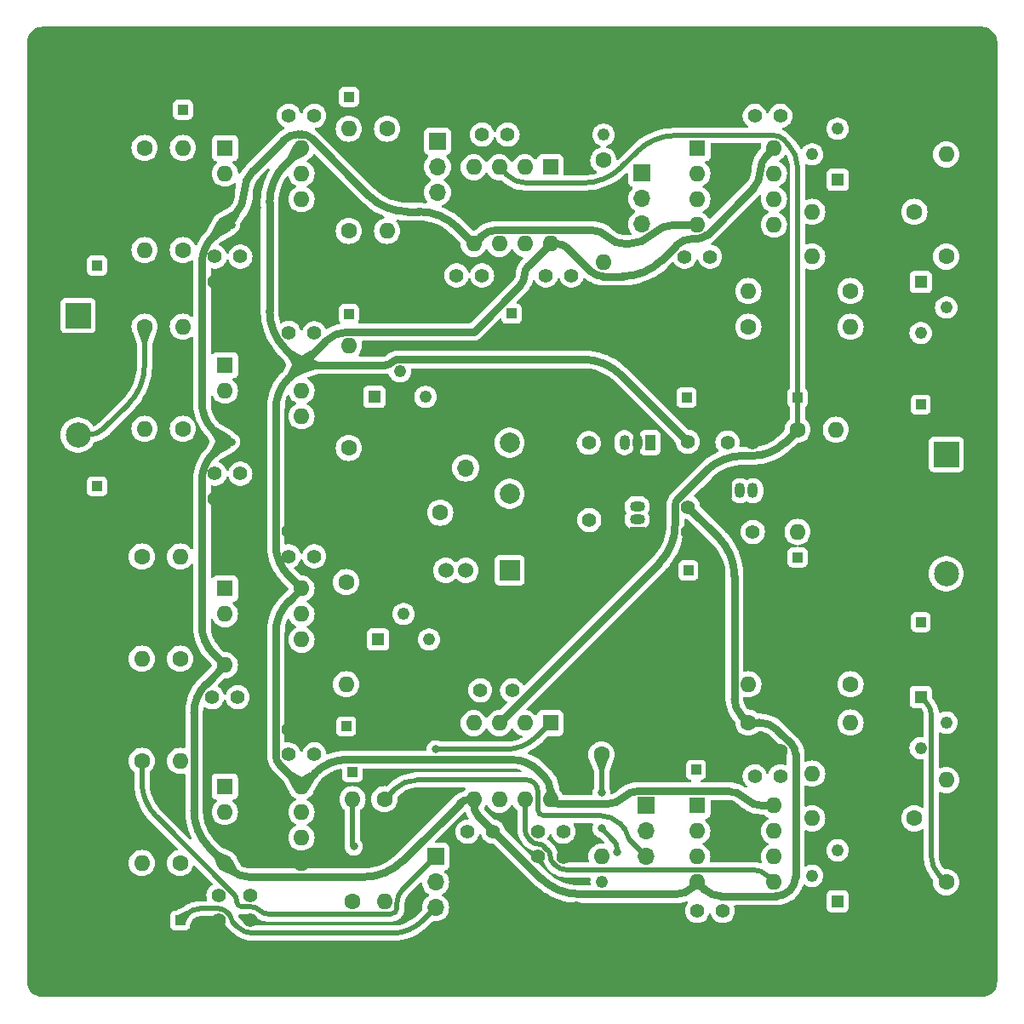
<source format=gbr>
%TF.GenerationSoftware,KiCad,Pcbnew,8.0.3*%
%TF.CreationDate,2024-07-04T10:47:22-06:00*%
%TF.ProjectId,pincushion2,70696e63-7573-4686-996f-6e322e6b6963,rev?*%
%TF.SameCoordinates,Original*%
%TF.FileFunction,Copper,L2,Bot*%
%TF.FilePolarity,Positive*%
%FSLAX46Y46*%
G04 Gerber Fmt 4.6, Leading zero omitted, Abs format (unit mm)*
G04 Created by KiCad (PCBNEW 8.0.3) date 2024-07-04 10:47:22*
%MOMM*%
%LPD*%
G01*
G04 APERTURE LIST*
%TA.AperFunction,ComponentPad*%
%ADD10C,1.400000*%
%TD*%
%TA.AperFunction,ComponentPad*%
%ADD11C,1.222000*%
%TD*%
%TA.AperFunction,ComponentPad*%
%ADD12R,1.222000X1.222000*%
%TD*%
%TA.AperFunction,ComponentPad*%
%ADD13R,1.000000X1.000000*%
%TD*%
%TA.AperFunction,ComponentPad*%
%ADD14C,2.500000*%
%TD*%
%TA.AperFunction,ComponentPad*%
%ADD15R,2.500000X2.500000*%
%TD*%
%TA.AperFunction,ComponentPad*%
%ADD16O,1.600000X1.600000*%
%TD*%
%TA.AperFunction,ComponentPad*%
%ADD17C,1.600000*%
%TD*%
%TA.AperFunction,ComponentPad*%
%ADD18C,0.800000*%
%TD*%
%TA.AperFunction,ComponentPad*%
%ADD19C,7.400000*%
%TD*%
%TA.AperFunction,ComponentPad*%
%ADD20R,1.600000X1.600000*%
%TD*%
%TA.AperFunction,ComponentPad*%
%ADD21O,1.700000X1.700000*%
%TD*%
%TA.AperFunction,ComponentPad*%
%ADD22R,1.700000X1.700000*%
%TD*%
%TA.AperFunction,ComponentPad*%
%ADD23C,2.000000*%
%TD*%
%TA.AperFunction,ComponentPad*%
%ADD24R,2.000000X2.000000*%
%TD*%
%TA.AperFunction,ComponentPad*%
%ADD25O,1.050000X1.500000*%
%TD*%
%TA.AperFunction,ComponentPad*%
%ADD26R,1.050000X1.500000*%
%TD*%
%TA.AperFunction,ComponentPad*%
%ADD27C,1.524000*%
%TD*%
%TA.AperFunction,ComponentPad*%
%ADD28O,1.500000X1.050000*%
%TD*%
%TA.AperFunction,ComponentPad*%
%ADD29R,1.500000X1.050000*%
%TD*%
%TA.AperFunction,ViaPad*%
%ADD30C,0.800000*%
%TD*%
%TA.AperFunction,Conductor*%
%ADD31C,0.508000*%
%TD*%
%TA.AperFunction,Conductor*%
%ADD32C,0.762000*%
%TD*%
%TA.AperFunction,Conductor*%
%ADD33C,0.758000*%
%TD*%
%TA.AperFunction,Conductor*%
%ADD34C,0.760000*%
%TD*%
G04 APERTURE END LIST*
D10*
%TO.P,C36,2*%
%TO.N,GND*%
X95043100Y-64208800D03*
%TO.P,C36,1*%
%TO.N,+9V*%
X92543100Y-64208800D03*
%TD*%
%TO.P,C7,2*%
%TO.N,GND*%
X77022800Y-50099200D03*
%TO.P,C7,1*%
%TO.N,+9V*%
X77022800Y-47599200D03*
%TD*%
D11*
%TO.P,VR4,3*%
%TO.N,X_OUT*%
X103505000Y-33020000D03*
%TO.P,VR4,2*%
%TO.N,Net-(R13-Pad2)*%
X100965000Y-35560000D03*
D12*
%TO.P,VR4,1*%
X103505000Y-38100000D03*
%TD*%
D13*
%TO.P,TP13,1,1*%
%TO.N,+9V*%
X88468200Y-59763800D03*
%TD*%
D10*
%TO.P,C30,2*%
%TO.N,-9V*%
X89525000Y-110812144D03*
%TO.P,C30,1*%
%TO.N,GND*%
X89525000Y-113312144D03*
%TD*%
D14*
%TO.P,J7,4,4*%
%TO.N,Y_OUT*%
X114300000Y-77285000D03*
%TO.P,J7,3,3*%
%TO.N,GND*%
X114300000Y-73325000D03*
%TO.P,J7,2,2*%
X114300000Y-69365000D03*
D15*
%TO.P,J7,1,1*%
%TO.N,X_OUT*%
X114300000Y-65405000D03*
%TD*%
D16*
%TO.P,R9,2*%
%TO.N,Net-(U2A--)*%
X34554000Y-62855000D03*
D17*
%TO.P,R9,1*%
%TO.N,Y_IN*%
X34554000Y-52695000D03*
%TD*%
D10*
%TO.P,C11,2*%
%TO.N,-9V*%
X44079000Y-67320000D03*
%TO.P,C11,1*%
%TO.N,GND*%
X44079000Y-69820000D03*
%TD*%
D18*
%TO.P,H3,1,1*%
%TO.N,GND*%
X30715000Y-114300000D03*
X29902221Y-116262221D03*
X29902221Y-112337779D03*
X27940000Y-117075000D03*
D19*
X27940000Y-114300000D03*
D18*
X27940000Y-111525000D03*
X25977779Y-116262221D03*
X25977779Y-112337779D03*
X25165000Y-114300000D03*
%TD*%
D16*
%TO.P,R15,2*%
%TO.N,Net-(U4B--)*%
X58420000Y-109855000D03*
D17*
%TO.P,R15,1*%
%TO.N,/amps-y/X_COR*%
X58420000Y-99695000D03*
%TD*%
D16*
%TO.P,R21,2*%
%TO.N,Net-(U5B--)*%
X54610000Y-88265000D03*
D17*
%TO.P,R21,1*%
%TO.N,Net-(R21-Pad1)*%
X54610000Y-78105000D03*
%TD*%
D10*
%TO.P,C38,2*%
%TO.N,GND*%
X68132800Y-31089200D03*
%TO.P,C38,1*%
%TO.N,+1V*%
X68132800Y-33589200D03*
%TD*%
%TO.P,C34,2*%
%TO.N,GND*%
X78740000Y-66756600D03*
%TO.P,C34,1*%
%TO.N,+12V*%
X78740000Y-64256600D03*
%TD*%
%TO.P,C23,2*%
%TO.N,GND*%
X76200000Y-105430000D03*
%TO.P,C23,1*%
%TO.N,+9V*%
X76200000Y-102930000D03*
%TD*%
D13*
%TO.P,TP2,1,1*%
%TO.N,/amps-x/~{Y_COR}*%
X54874000Y-29835000D03*
%TD*%
D16*
%TO.P,R7,2*%
%TO.N,Net-(R7-Pad2)*%
X104775000Y-52705000D03*
D17*
%TO.P,R7,1*%
%TO.N,-9V*%
X94615000Y-52705000D03*
%TD*%
D10*
%TO.P,C43,2*%
%TO.N,GND*%
X88620600Y-73132000D03*
%TO.P,C43,1*%
%TO.N,-9V*%
X88620600Y-70632000D03*
%TD*%
D11*
%TO.P,VR1,3*%
%TO.N,Net-(R7-Pad2)*%
X111760000Y-53340000D03*
%TO.P,VR1,2*%
%TO.N,Net-(R4-Pad1)*%
X114300000Y-50800000D03*
D12*
%TO.P,VR1,1*%
%TO.N,Net-(R3-Pad1)*%
X111760000Y-48260000D03*
%TD*%
D16*
%TO.P,R28,2*%
%TO.N,+1V*%
X103318100Y-62938800D03*
D17*
%TO.P,R28,1*%
%TO.N,GND*%
X103318100Y-73098800D03*
%TD*%
D16*
%TO.P,IC1,8,+VS*%
%TO.N,+9V*%
X74920000Y-44460000D03*
%TO.P,IC1,7,W*%
%TO.N,Net-(IC1-W)*%
X72380000Y-44460000D03*
%TO.P,IC1,6,Z*%
%TO.N,/amps-x/X_CEN*%
X69840000Y-44460000D03*
%TO.P,IC1,5,-VS*%
%TO.N,-9V*%
X67300000Y-44460000D03*
%TO.P,IC1,4,Y2*%
%TO.N,Net-(IC1-Y2)*%
X67300000Y-36840000D03*
%TO.P,IC1,3,Y1*%
%TO.N,+1V*%
X69840000Y-36840000D03*
%TO.P,IC1,2,X2*%
%TO.N,/amps-x/X_LIN*%
X72380000Y-36840000D03*
D20*
%TO.P,IC1,1,X1*%
%TO.N,X_IN*%
X74920000Y-36840000D03*
%TD*%
D10*
%TO.P,C22,2*%
%TO.N,GND*%
X97790000Y-94917144D03*
%TO.P,C22,1*%
%TO.N,+9V*%
X97790000Y-97417144D03*
%TD*%
D21*
%TO.P,J3,3,Pin_3*%
%TO.N,/amps-y/~{Y_IN}*%
X63500000Y-110490000D03*
%TO.P,J3,2,Pin_2*%
%TO.N,Net-(J3-Pin_2)*%
X63500000Y-107950000D03*
D22*
%TO.P,J3,1,Pin_1*%
%TO.N,Y_IN*%
X63500000Y-105410000D03*
%TD*%
D10*
%TO.P,C24,2*%
%TO.N,GND*%
X73660000Y-105390000D03*
%TO.P,C24,1*%
%TO.N,+9V*%
X73660000Y-102890000D03*
%TD*%
D13*
%TO.P,TP14,1,1*%
%TO.N,+1V5*%
X99508100Y-75638800D03*
%TD*%
D10*
%TO.P,C4,2*%
%TO.N,GND*%
X51435000Y-50850000D03*
%TO.P,C4,1*%
%TO.N,+9V*%
X51435000Y-53350000D03*
%TD*%
D16*
%TO.P,R22,2*%
%TO.N,Net-(U5A--)*%
X34290000Y-85725000D03*
D17*
%TO.P,R22,1*%
%TO.N,X_IN*%
X34290000Y-75565000D03*
%TD*%
D10*
%TO.P,C39,2*%
%TO.N,GND*%
X70672800Y-31089200D03*
%TO.P,C39,1*%
%TO.N,+1V*%
X70672800Y-33589200D03*
%TD*%
D16*
%TO.P,R2,2*%
%TO.N,Net-(U1B--)*%
X58684000Y-43170000D03*
D17*
%TO.P,R2,1*%
%TO.N,/amps-x/Y_COR*%
X58684000Y-33010000D03*
%TD*%
D16*
%TO.P,R19,2*%
%TO.N,/amps-y/~{X_COR}*%
X55245000Y-99695000D03*
D17*
%TO.P,R19,1*%
%TO.N,Net-(U4B--)*%
X55245000Y-109855000D03*
%TD*%
D13*
%TO.P,TP1,1,1*%
%TO.N,/amps-x/~{X_IN}*%
X38364000Y-31105000D03*
%TD*%
D16*
%TO.P,U4,8,V+*%
%TO.N,+9V*%
X50165000Y-98435000D03*
%TO.P,U4,7*%
%TO.N,/amps-y/~{X_COR}*%
X50165000Y-100975000D03*
%TO.P,U4,6,-*%
%TO.N,Net-(U4B--)*%
X50165000Y-103515000D03*
%TO.P,U4,5,+*%
%TO.N,GND*%
X50165000Y-106055000D03*
%TO.P,U4,4,V-*%
%TO.N,-9V*%
X42545000Y-106055000D03*
%TO.P,U4,3,+*%
%TO.N,GND*%
X42545000Y-103515000D03*
%TO.P,U4,2,-*%
%TO.N,Net-(U4A--)*%
X42545000Y-100975000D03*
D20*
%TO.P,U4,1*%
%TO.N,/amps-y/~{Y_IN}*%
X42545000Y-98435000D03*
%TD*%
D16*
%TO.P,R25,2*%
%TO.N,Net-(U6B--)*%
X100965000Y-97155000D03*
D17*
%TO.P,R25,1*%
%TO.N,GND*%
X111125000Y-97155000D03*
%TD*%
D16*
%TO.P,U5,8,V+*%
%TO.N,+9V*%
X50175000Y-78750000D03*
%TO.P,U5,7*%
%TO.N,/amps-y/X_COR*%
X50175000Y-81290000D03*
%TO.P,U5,6,-*%
%TO.N,Net-(U5B--)*%
X50175000Y-83830000D03*
%TO.P,U5,5,+*%
%TO.N,GND*%
X50175000Y-86370000D03*
%TO.P,U5,4,V-*%
%TO.N,-9V*%
X42555000Y-86370000D03*
%TO.P,U5,3,+*%
%TO.N,GND*%
X42555000Y-83830000D03*
%TO.P,U5,2,-*%
%TO.N,Net-(U5A--)*%
X42555000Y-81290000D03*
D20*
%TO.P,U5,1*%
%TO.N,Net-(R21-Pad1)*%
X42555000Y-78750000D03*
%TD*%
D13*
%TO.P,TP7,1,1*%
%TO.N,/amps-y/~{Y_IN}*%
X38100000Y-111760000D03*
%TD*%
D10*
%TO.P,C14,2*%
%TO.N,-9V*%
X88265000Y-45740000D03*
%TO.P,C14,1*%
%TO.N,GND*%
X88265000Y-48240000D03*
%TD*%
%TO.P,C12,2*%
%TO.N,-9V*%
X41539000Y-67320000D03*
%TO.P,C12,1*%
%TO.N,GND*%
X41539000Y-69820000D03*
%TD*%
D13*
%TO.P,TP12,1,1*%
%TO.N,Y_OUT*%
X111760000Y-82072000D03*
%TD*%
%TO.P,TP10,1,1*%
%TO.N,/amps-y/X_COR*%
X54610000Y-92456000D03*
%TD*%
D16*
%TO.P,IC2,8,+VS*%
%TO.N,+9V*%
X74920000Y-99745000D03*
%TO.P,IC2,7,W*%
%TO.N,Net-(IC2-W)*%
X72380000Y-99745000D03*
%TO.P,IC2,6,Z*%
%TO.N,/amps-y/Y_CEN*%
X69840000Y-99745000D03*
%TO.P,IC2,5,-VS*%
%TO.N,-9V*%
X67300000Y-99745000D03*
%TO.P,IC2,4,Y2*%
%TO.N,Net-(IC2-Y2)*%
X67300000Y-92125000D03*
%TO.P,IC2,3,Y1*%
%TO.N,+1V*%
X69840000Y-92125000D03*
%TO.P,IC2,2,X2*%
%TO.N,/amps-y/Y_LIN*%
X72380000Y-92125000D03*
D20*
%TO.P,IC2,1,X1*%
%TO.N,Y_IN*%
X74920000Y-92125000D03*
%TD*%
D23*
%TO.P,PS1,6,+VOUT*%
%TO.N,+12V*%
X70866000Y-64236600D03*
%TO.P,PS1,5,COM*%
%TO.N,GND*%
X70866000Y-66776600D03*
%TO.P,PS1,4,-VOUT*%
%TO.N,-12V*%
X70866000Y-69316600D03*
%TO.P,PS1,2,-VIN*%
%TO.N,GND*%
X70866000Y-74396600D03*
D24*
%TO.P,PS1,1,+VIN*%
%TO.N,Net-(PS1-+VIN)*%
X70866000Y-76936600D03*
%TD*%
D10*
%TO.P,C6,2*%
%TO.N,GND*%
X97790000Y-29230000D03*
%TO.P,C6,1*%
%TO.N,+9V*%
X97790000Y-31730000D03*
%TD*%
%TO.P,C40,2*%
%TO.N,GND*%
X67945000Y-86360000D03*
%TO.P,C40,1*%
%TO.N,+1V*%
X67945000Y-88860000D03*
%TD*%
D16*
%TO.P,R20,2*%
%TO.N,Net-(R20-Pad2)*%
X104775000Y-92075000D03*
D17*
%TO.P,R20,1*%
%TO.N,-9V*%
X94615000Y-92075000D03*
%TD*%
D16*
%TO.P,R17,2*%
%TO.N,Net-(U6A-+)*%
X94615000Y-88265000D03*
D17*
%TO.P,R17,1*%
%TO.N,Net-(R17-Pad1)*%
X104775000Y-88265000D03*
%TD*%
D11*
%TO.P,VR7,3*%
%TO.N,/amps-y/Y_LIN*%
X80010000Y-107950000D03*
%TO.P,VR7,2*%
%TO.N,GND*%
X77470000Y-110490000D03*
D12*
%TO.P,VR7,1*%
X80010000Y-113030000D03*
%TD*%
D10*
%TO.P,C25,2*%
%TO.N,-9V*%
X45085000Y-109240000D03*
%TO.P,C25,1*%
%TO.N,GND*%
X45085000Y-111740000D03*
%TD*%
D16*
%TO.P,R10,2*%
%TO.N,Net-(R10-Pad2)*%
X38364000Y-52695000D03*
D17*
%TO.P,R10,1*%
%TO.N,Net-(U2A--)*%
X38364000Y-62855000D03*
%TD*%
D25*
%TO.P,U8,3,VO*%
%TO.N,+1V5*%
X95063100Y-69013800D03*
%TO.P,U8,2,VI*%
%TO.N,+9V*%
X93793100Y-69013800D03*
D26*
%TO.P,U8,1,GND*%
%TO.N,GND*%
X92523100Y-69013800D03*
%TD*%
D10*
%TO.P,C20,2*%
%TO.N,GND*%
X51435000Y-73045000D03*
%TO.P,C20,1*%
%TO.N,+9V*%
X51435000Y-75545000D03*
%TD*%
D13*
%TO.P,TP8,1,1*%
%TO.N,/amps-y/~{X_COR}*%
X55245000Y-97028000D03*
%TD*%
D10*
%TO.P,C27,2*%
%TO.N,-9V*%
X43815000Y-89555000D03*
%TO.P,C27,1*%
%TO.N,GND*%
X43815000Y-92055000D03*
%TD*%
D16*
%TO.P,R6,2*%
%TO.N,/amps-x/~{Y_COR}*%
X54874000Y-33010000D03*
D17*
%TO.P,R6,1*%
%TO.N,Net-(U1B--)*%
X54874000Y-43170000D03*
%TD*%
D10*
%TO.P,C16,2*%
%TO.N,-9V*%
X68132800Y-47599200D03*
%TO.P,C16,1*%
%TO.N,GND*%
X68132800Y-50099200D03*
%TD*%
D17*
%TO.P,C33,2*%
%TO.N,GND*%
X66468100Y-71193800D03*
%TO.P,C33,1*%
%TO.N,+5V*%
X63968100Y-71193800D03*
%TD*%
D18*
%TO.P,H4,1,1*%
%TO.N,GND*%
X117075000Y-114300000D03*
X116262221Y-116262221D03*
X116262221Y-112337779D03*
X114300000Y-117075000D03*
D19*
X114300000Y-114300000D03*
D18*
X114300000Y-111525000D03*
X112337779Y-116262221D03*
X112337779Y-112337779D03*
X111525000Y-114300000D03*
%TD*%
D10*
%TO.P,C5,2*%
%TO.N,GND*%
X95250000Y-29230000D03*
%TO.P,C5,1*%
%TO.N,+9V*%
X95250000Y-31730000D03*
%TD*%
D16*
%TO.P,R11,2*%
%TO.N,Net-(J1-Pin_2)*%
X80197800Y-46309200D03*
D17*
%TO.P,R11,1*%
%TO.N,/amps-x/X_LIN*%
X80197800Y-36149200D03*
%TD*%
D16*
%TO.P,R3,2*%
%TO.N,+9V*%
X114300000Y-35560000D03*
D17*
%TO.P,R3,1*%
%TO.N,Net-(R3-Pad1)*%
X114300000Y-45720000D03*
%TD*%
D13*
%TO.P,TP16,1,1*%
%TO.N,-9V*%
X88646000Y-76936600D03*
%TD*%
%TO.P,TP5,1,1*%
%TO.N,Y_IN*%
X29845000Y-68580000D03*
%TD*%
D10*
%TO.P,C37,2*%
%TO.N,GND*%
X95063100Y-75618800D03*
%TO.P,C37,1*%
%TO.N,+1V5*%
X95063100Y-73118800D03*
%TD*%
%TO.P,C1,2*%
%TO.N,GND*%
X48895000Y-29220000D03*
%TO.P,C1,1*%
%TO.N,+9V*%
X48895000Y-31720000D03*
%TD*%
D16*
%TO.P,R13,2*%
%TO.N,Net-(R13-Pad2)*%
X100965000Y-41275000D03*
D17*
%TO.P,R13,1*%
%TO.N,Net-(U3B--)*%
X111125000Y-41275000D03*
%TD*%
D16*
%TO.P,U3,8,V+*%
%TO.N,+9V*%
X97165000Y-34935000D03*
%TO.P,U3,7*%
%TO.N,X_OUT*%
X97165000Y-37475000D03*
%TO.P,U3,6,-*%
%TO.N,Net-(U3B--)*%
X97165000Y-40015000D03*
%TO.P,U3,5,+*%
%TO.N,Net-(IC1-W)*%
X97165000Y-42555000D03*
%TO.P,U3,4,V-*%
%TO.N,-9V*%
X89545000Y-42555000D03*
%TO.P,U3,3,+*%
%TO.N,Net-(U3A-+)*%
X89545000Y-40015000D03*
%TO.P,U3,2,-*%
%TO.N,/amps-x/X_CEN*%
X89545000Y-37475000D03*
D20*
%TO.P,U3,1*%
X89545000Y-34935000D03*
%TD*%
D16*
%TO.P,R1,2*%
%TO.N,Net-(U1A--)*%
X34554000Y-45075000D03*
D17*
%TO.P,R1,1*%
%TO.N,X_IN*%
X34554000Y-34915000D03*
%TD*%
D10*
%TO.P,C2,2*%
%TO.N,GND*%
X51435000Y-29220000D03*
%TO.P,C2,1*%
%TO.N,+9V*%
X51435000Y-31720000D03*
%TD*%
D16*
%TO.P,R4,2*%
%TO.N,Net-(U3A-+)*%
X94615000Y-49149000D03*
D17*
%TO.P,R4,1*%
%TO.N,Net-(R4-Pad1)*%
X104775000Y-49149000D03*
%TD*%
D10*
%TO.P,C21,2*%
%TO.N,GND*%
X95250000Y-94917144D03*
%TO.P,C21,1*%
%TO.N,+9V*%
X95250000Y-97417144D03*
%TD*%
%TO.P,C19,2*%
%TO.N,GND*%
X48895000Y-73045000D03*
%TO.P,C19,1*%
%TO.N,+9V*%
X48895000Y-75545000D03*
%TD*%
D16*
%TO.P,R18,2*%
%TO.N,/amps-y/~{Y_IN}*%
X38100000Y-95885000D03*
D17*
%TO.P,R18,1*%
%TO.N,Net-(U4A--)*%
X38100000Y-106045000D03*
%TD*%
D13*
%TO.P,TP6,1,1*%
%TO.N,X_OUT*%
X111760000Y-60452000D03*
%TD*%
%TO.P,TP15,1,1*%
%TO.N,+1V*%
X99508100Y-59763800D03*
%TD*%
D16*
%TO.P,R8,2*%
%TO.N,Net-(U2B--)*%
X54874000Y-54600000D03*
D17*
%TO.P,R8,1*%
%TO.N,Net-(R10-Pad2)*%
X54874000Y-64760000D03*
%TD*%
D16*
%TO.P,R23,2*%
%TO.N,Net-(R21-Pad1)*%
X38100000Y-75565000D03*
D17*
%TO.P,R23,1*%
%TO.N,Net-(U5A--)*%
X38100000Y-85725000D03*
%TD*%
D11*
%TO.P,VR6,3*%
%TO.N,Net-(U5B--)*%
X62865000Y-83820000D03*
%TO.P,VR6,2*%
X60325000Y-81280000D03*
D12*
%TO.P,VR6,1*%
%TO.N,/amps-y/X_COR*%
X57785000Y-83820000D03*
%TD*%
D10*
%TO.P,C15,2*%
%TO.N,-9V*%
X65592800Y-47599200D03*
%TO.P,C15,1*%
%TO.N,GND*%
X65592800Y-50099200D03*
%TD*%
D11*
%TO.P,VR2,3*%
%TO.N,Net-(U2B--)*%
X62494000Y-59680000D03*
%TO.P,VR2,2*%
X59954000Y-57140000D03*
D12*
%TO.P,VR2,1*%
%TO.N,/amps-x/Y_COR*%
X57414000Y-59680000D03*
%TD*%
D21*
%TO.P,J5,3,Pin_3*%
%TO.N,+5V*%
X66503100Y-66748800D03*
%TO.P,J5,2,Pin_2*%
%TO.N,GND*%
X63963100Y-66748800D03*
D22*
%TO.P,J5,1,Pin_1*%
X61423100Y-66748800D03*
%TD*%
D16*
%TO.P,U2,8,V+*%
%TO.N,+9V*%
X50175000Y-56525000D03*
%TO.P,U2,7*%
%TO.N,/amps-x/Y_COR*%
X50175000Y-59065000D03*
%TO.P,U2,6,-*%
%TO.N,Net-(U2B--)*%
X50175000Y-61605000D03*
%TO.P,U2,5,+*%
%TO.N,GND*%
X50175000Y-64145000D03*
%TO.P,U2,4,V-*%
%TO.N,-9V*%
X42555000Y-64145000D03*
%TO.P,U2,3,+*%
%TO.N,GND*%
X42555000Y-61605000D03*
%TO.P,U2,2,-*%
%TO.N,Net-(U2A--)*%
X42555000Y-59065000D03*
D20*
%TO.P,U2,1*%
%TO.N,Net-(R10-Pad2)*%
X42555000Y-56525000D03*
%TD*%
D13*
%TO.P,TP3,1,1*%
%TO.N,/amps-x/X_CEN*%
X71069200Y-51404200D03*
%TD*%
D16*
%TO.P,U1,8,V+*%
%TO.N,+9V*%
X50175000Y-34935000D03*
%TO.P,U1,7*%
%TO.N,/amps-x/~{Y_COR}*%
X50175000Y-37475000D03*
%TO.P,U1,6,-*%
%TO.N,Net-(U1B--)*%
X50175000Y-40015000D03*
%TO.P,U1,5,+*%
%TO.N,GND*%
X50175000Y-42555000D03*
%TO.P,U1,4,V-*%
%TO.N,-9V*%
X42555000Y-42555000D03*
%TO.P,U1,3,+*%
%TO.N,GND*%
X42555000Y-40015000D03*
%TO.P,U1,2,-*%
%TO.N,Net-(U1A--)*%
X42555000Y-37475000D03*
D20*
%TO.P,U1,1*%
%TO.N,/amps-x/~{X_IN}*%
X42555000Y-34935000D03*
%TD*%
D10*
%TO.P,C9,2*%
%TO.N,-9V*%
X44079000Y-45730000D03*
%TO.P,C9,1*%
%TO.N,GND*%
X44079000Y-48230000D03*
%TD*%
%TO.P,C32,2*%
%TO.N,-9V*%
X69215000Y-102930000D03*
%TO.P,C32,1*%
%TO.N,GND*%
X69215000Y-105430000D03*
%TD*%
D16*
%TO.P,R26,2*%
%TO.N,Net-(R26-Pad2)*%
X100965000Y-101600000D03*
D17*
%TO.P,R26,1*%
%TO.N,Net-(U6B--)*%
X111125000Y-101600000D03*
%TD*%
D11*
%TO.P,VR8,3*%
%TO.N,Y_OUT*%
X103495000Y-104775000D03*
%TO.P,VR8,2*%
%TO.N,Net-(R26-Pad2)*%
X100955000Y-107315000D03*
D12*
%TO.P,VR8,1*%
X103495000Y-109855000D03*
%TD*%
D10*
%TO.P,C35,2*%
%TO.N,GND*%
X88595200Y-66655000D03*
%TO.P,C35,1*%
%TO.N,+9V*%
X88595200Y-64155000D03*
%TD*%
D13*
%TO.P,TP9,1,1*%
%TO.N,/amps-y/Y_CEN*%
X89408000Y-96774000D03*
%TD*%
D10*
%TO.P,C41,2*%
%TO.N,GND*%
X71120000Y-86380000D03*
%TO.P,C41,1*%
%TO.N,+1V*%
X71120000Y-88880000D03*
%TD*%
D21*
%TO.P,J2,3,Pin_3*%
%TO.N,/amps-x/Y_COR*%
X63687800Y-39339200D03*
%TO.P,J2,2,Pin_2*%
%TO.N,Net-(IC1-Y2)*%
X63687800Y-36799200D03*
D22*
%TO.P,J2,1,Pin_1*%
%TO.N,/amps-x/~{Y_COR}*%
X63687800Y-34259200D03*
%TD*%
D10*
%TO.P,C17,2*%
%TO.N,GND*%
X48895000Y-92750000D03*
%TO.P,C17,1*%
%TO.N,+9V*%
X48895000Y-95250000D03*
%TD*%
D25*
%TO.P,U7,3,VI*%
%TO.N,+12V*%
X82296000Y-64236600D03*
%TO.P,U7,2,GND*%
%TO.N,GND*%
X83566000Y-64236600D03*
D26*
%TO.P,U7,1,VO*%
%TO.N,+9V*%
X84836000Y-64236600D03*
%TD*%
D10*
%TO.P,C29,2*%
%TO.N,-9V*%
X92065000Y-110812144D03*
%TO.P,C29,1*%
%TO.N,GND*%
X92065000Y-113312144D03*
%TD*%
D11*
%TO.P,VR5,3*%
%TO.N,Net-(R20-Pad2)*%
X111760000Y-94615000D03*
%TO.P,VR5,2*%
%TO.N,Net-(R17-Pad1)*%
X114300000Y-92075000D03*
D12*
%TO.P,VR5,1*%
%TO.N,Net-(R16-Pad1)*%
X111760000Y-89535000D03*
%TD*%
D11*
%TO.P,VR3,3*%
%TO.N,/amps-x/X_LIN*%
X80197800Y-33609200D03*
%TO.P,VR3,2*%
%TO.N,GND*%
X82737800Y-31069200D03*
D12*
%TO.P,VR3,1*%
X80197800Y-28529200D03*
%TD*%
D10*
%TO.P,C42,2*%
%TO.N,GND*%
X78790800Y-74427400D03*
%TO.P,C42,1*%
%TO.N,-12V*%
X78790800Y-71927400D03*
%TD*%
D27*
%TO.P,L1,2,2*%
%TO.N,Net-(PS1-+VIN)*%
X66516000Y-76936600D03*
%TO.P,L1,1,1*%
%TO.N,+5V*%
X64516000Y-76936600D03*
%TD*%
D10*
%TO.P,C8,2*%
%TO.N,GND*%
X74482800Y-50099200D03*
%TO.P,C8,1*%
%TO.N,+9V*%
X74482800Y-47599200D03*
%TD*%
D13*
%TO.P,TP4,1,1*%
%TO.N,/amps-x/Y_COR*%
X54874000Y-51425000D03*
%TD*%
D15*
%TO.P,J6,1,1*%
%TO.N,X_IN*%
X27940000Y-51597500D03*
D14*
%TO.P,J6,2,2*%
%TO.N,GND*%
X27940000Y-55557500D03*
%TO.P,J6,3,3*%
X27940000Y-59517500D03*
%TO.P,J6,4,4*%
%TO.N,Y_IN*%
X27940000Y-63477500D03*
%TD*%
D16*
%TO.P,R16,2*%
%TO.N,+9V*%
X114300000Y-97790000D03*
D17*
%TO.P,R16,1*%
%TO.N,Net-(R16-Pad1)*%
X114300000Y-107950000D03*
%TD*%
D21*
%TO.P,J4,3,Pin_3*%
%TO.N,/amps-y/X_COR*%
X84455000Y-105410000D03*
%TO.P,J4,2,Pin_2*%
%TO.N,Net-(IC2-Y2)*%
X84455000Y-102870000D03*
D22*
%TO.P,J4,1,Pin_1*%
%TO.N,/amps-y/~{X_COR}*%
X84455000Y-100330000D03*
%TD*%
D16*
%TO.P,R5,2*%
%TO.N,/amps-x/~{X_IN}*%
X38364000Y-34915000D03*
D17*
%TO.P,R5,1*%
%TO.N,Net-(U1A--)*%
X38364000Y-45075000D03*
%TD*%
D10*
%TO.P,C26,2*%
%TO.N,-9V*%
X41910000Y-109240000D03*
%TO.P,C26,1*%
%TO.N,GND*%
X41910000Y-111740000D03*
%TD*%
D18*
%TO.P,H2,1,1*%
%TO.N,GND*%
X117075000Y-27940000D03*
X116262221Y-29902221D03*
X116262221Y-25977779D03*
X114300000Y-30715000D03*
D19*
X114300000Y-27940000D03*
D18*
X114300000Y-25165000D03*
X112337779Y-29902221D03*
X112337779Y-25977779D03*
X111525000Y-27940000D03*
%TD*%
D16*
%TO.P,R24,2*%
%TO.N,Net-(J3-Pin_2)*%
X80010000Y-105410000D03*
D17*
%TO.P,R24,1*%
%TO.N,/amps-y/Y_LIN*%
X80010000Y-95250000D03*
%TD*%
D16*
%TO.P,R27,2*%
%TO.N,+1V5*%
X99508100Y-73098800D03*
D17*
%TO.P,R27,1*%
%TO.N,+1V*%
X99508100Y-62938800D03*
%TD*%
D10*
%TO.P,C10,2*%
%TO.N,-9V*%
X41539000Y-45730000D03*
%TO.P,C10,1*%
%TO.N,GND*%
X41539000Y-48230000D03*
%TD*%
%TO.P,C18,2*%
%TO.N,GND*%
X51435000Y-92730000D03*
%TO.P,C18,1*%
%TO.N,+9V*%
X51435000Y-95230000D03*
%TD*%
D13*
%TO.P,TP11,1,1*%
%TO.N,X_IN*%
X29845000Y-46609000D03*
%TD*%
D10*
%TO.P,C31,2*%
%TO.N,-9V*%
X66675000Y-102930000D03*
%TO.P,C31,1*%
%TO.N,GND*%
X66675000Y-105430000D03*
%TD*%
D16*
%TO.P,U6,8,V+*%
%TO.N,+9V*%
X97155000Y-100340000D03*
%TO.P,U6,7*%
%TO.N,Y_OUT*%
X97155000Y-102880000D03*
%TO.P,U6,6,-*%
%TO.N,Net-(U6B--)*%
X97155000Y-105420000D03*
%TO.P,U6,5,+*%
%TO.N,Net-(IC2-W)*%
X97155000Y-107960000D03*
%TO.P,U6,4,V-*%
%TO.N,-9V*%
X89535000Y-107960000D03*
%TO.P,U6,3,+*%
%TO.N,Net-(U6A-+)*%
X89535000Y-105420000D03*
%TO.P,U6,2,-*%
%TO.N,/amps-y/Y_CEN*%
X89535000Y-102880000D03*
D20*
%TO.P,U6,1*%
X89535000Y-100340000D03*
%TD*%
D21*
%TO.P,J1,3,Pin_3*%
%TO.N,/amps-x/~{X_IN}*%
X84007800Y-42514200D03*
%TO.P,J1,2,Pin_2*%
%TO.N,Net-(J1-Pin_2)*%
X84007800Y-39974200D03*
D22*
%TO.P,J1,1,Pin_1*%
%TO.N,X_IN*%
X84007800Y-37434200D03*
%TD*%
D10*
%TO.P,C28,2*%
%TO.N,-9V*%
X41275000Y-89555000D03*
%TO.P,C28,1*%
%TO.N,GND*%
X41275000Y-92055000D03*
%TD*%
%TO.P,C3,2*%
%TO.N,GND*%
X48895000Y-50810000D03*
%TO.P,C3,1*%
%TO.N,+9V*%
X48895000Y-53310000D03*
%TD*%
D16*
%TO.P,R14,2*%
%TO.N,Net-(U4A--)*%
X34290000Y-106045000D03*
D17*
%TO.P,R14,1*%
%TO.N,Y_IN*%
X34290000Y-95885000D03*
%TD*%
D16*
%TO.P,R12,2*%
%TO.N,Net-(U3B--)*%
X100965000Y-45720000D03*
D17*
%TO.P,R12,1*%
%TO.N,GND*%
X111125000Y-45720000D03*
%TD*%
D10*
%TO.P,C13,2*%
%TO.N,-9V*%
X90805000Y-45740000D03*
%TO.P,C13,1*%
%TO.N,GND*%
X90805000Y-48240000D03*
%TD*%
D28*
%TO.P,U9,3,VO*%
%TO.N,-9V*%
X83566000Y-70586600D03*
%TO.P,U9,2,VI*%
%TO.N,-12V*%
X83566000Y-71856600D03*
D29*
%TO.P,U9,1,GND*%
%TO.N,GND*%
X83566000Y-73126600D03*
%TD*%
D18*
%TO.P,H1,1,1*%
%TO.N,GND*%
X25165000Y-27940000D03*
X25977779Y-25977779D03*
X25977779Y-29902221D03*
X27940000Y-25165000D03*
D19*
X27940000Y-27940000D03*
D18*
X27940000Y-30715000D03*
X29902221Y-25977779D03*
X29902221Y-29902221D03*
X30715000Y-27940000D03*
%TD*%
D30*
%TO.N,GND*%
X45720000Y-40894000D03*
X74168000Y-95250000D03*
X46482000Y-103124000D03*
X46228000Y-82804000D03*
X46228000Y-60198000D03*
X71120000Y-40640000D03*
X93472000Y-104394000D03*
X93218000Y-38608000D03*
%TO.N,/amps-y/Y_LIN*%
X81534000Y-104938000D03*
X80010000Y-102616000D03*
X80010000Y-99060000D03*
%TO.N,/amps-y/~{X_COR}*%
X55372000Y-104394000D03*
%TO.N,Y_IN*%
X63500000Y-94742000D03*
%TD*%
D31*
%TO.N,Y_IN*%
X34290000Y-95646875D02*
X34290000Y-95805625D01*
X34290000Y-95964375D02*
X34290000Y-96123125D01*
X34290000Y-96123125D02*
X34290000Y-96281875D01*
X34290000Y-96520000D02*
X34290000Y-97155000D01*
%TO.N,/amps-y/X_COR*%
X73342500Y-98107500D02*
G75*
G03*
X72575987Y-97790005I-766500J-766500D01*
G01*
X73342500Y-98107500D02*
G75*
G02*
X73659995Y-98874012I-766500J-766500D01*
G01*
X73850500Y-101155500D02*
G75*
G03*
X74310407Y-101345997I459900J459900D01*
G01*
X82325493Y-102645493D02*
G75*
G02*
X82550004Y-103187500I-541993J-542007D01*
G01*
X82550000Y-103187500D02*
G75*
G03*
X82774509Y-103729503I766500J0D01*
G01*
X81788000Y-102108000D02*
G75*
G03*
X79948369Y-101346013I-1839600J-1839600D01*
G01*
X61672038Y-97790000D02*
G75*
G03*
X59372489Y-98742489I-38J-3252000D01*
G01*
X73660000Y-100695592D02*
G75*
G03*
X73850498Y-101155502I650400J-8D01*
G01*
D32*
%TO.N,+1V*%
X87339598Y-72339273D02*
X87339599Y-72355354D01*
X87339599Y-72359374D02*
X87339600Y-72367415D01*
%TO.N,-9V*%
X41118187Y-104628187D02*
X41328562Y-104838562D01*
X42426250Y-105936250D02*
X42965750Y-106475750D01*
X41749312Y-105259312D02*
X41959687Y-105469687D01*
X41538937Y-105048937D02*
X41749312Y-105259312D01*
D31*
%TO.N,/amps-y/X_COR*%
X82325493Y-102645493D02*
X81788000Y-102108000D01*
X72575987Y-97790000D02*
X61672038Y-97790000D01*
X74310407Y-101346000D02*
X79948369Y-101346000D01*
X82774506Y-103729506D02*
X84455000Y-105410000D01*
X73660000Y-98874012D02*
X73660000Y-100695592D01*
X59372500Y-98742500D02*
X58420000Y-99695000D01*
%TO.N,Y_IN*%
X28903750Y-63477500D02*
G75*
G03*
X30548950Y-62796001I-50J2326700D01*
G01*
X34554000Y-56537036D02*
G75*
G02*
X32960206Y-60384791I-5441560J6D01*
G01*
X34290000Y-95805625D02*
X34290000Y-95964375D01*
X34290000Y-96281875D02*
X34290000Y-96520000D01*
D32*
%TO.N,+1V*%
X87339599Y-72355354D02*
X87339599Y-72359374D01*
%TO.N,-9V*%
X41328562Y-104838562D02*
X41538937Y-105048937D01*
X42426250Y-105936250D02*
X41959687Y-105469687D01*
D31*
%TO.N,Y_IN*%
X34554000Y-56537036D02*
X34554000Y-52695000D01*
X30548974Y-62796025D02*
X32960207Y-60384792D01*
X28903750Y-63477500D02*
X27940000Y-63477500D01*
X34290000Y-95646875D02*
X34290000Y-95567500D01*
%TO.N,X_IN*%
X28102500Y-51597500D02*
X27940000Y-51597500D01*
D32*
%TO.N,+9V*%
X96474500Y-35625500D02*
X97165000Y-34935000D01*
X47614000Y-74378099D02*
X47614000Y-60896900D01*
X76649012Y-44899012D02*
X78962349Y-47212349D01*
X67296777Y-53214592D02*
X67301185Y-53210185D01*
X50175000Y-56525000D02*
X48894500Y-57805500D01*
X81981992Y-57541792D02*
X88595200Y-64155000D01*
X85974563Y-46096406D02*
X87434207Y-44636763D01*
X89581131Y-43936000D02*
X89126000Y-43936000D01*
X48029253Y-96299253D02*
X50165000Y-98435000D01*
X95093499Y-38959529D02*
X90495964Y-43557064D01*
X48562500Y-53310000D02*
X48895000Y-53310000D01*
D33*
X92546059Y-98899000D02*
X83692358Y-98899000D01*
D32*
X50175000Y-56525000D02*
X48582500Y-54932500D01*
X48894500Y-77469500D02*
X50175000Y-78750000D01*
X51503500Y-97096500D02*
X50165000Y-98435000D01*
X50175000Y-56525000D02*
X52534203Y-54165796D01*
X50175000Y-56525000D02*
X58475256Y-56525000D01*
X46990000Y-51087864D02*
X46990000Y-40372135D01*
X50175000Y-78750000D02*
X48894500Y-80030500D01*
X67286136Y-53219000D02*
X54819969Y-53219000D01*
X67296777Y-53214592D02*
X71949200Y-48562169D01*
X96024940Y-100340000D02*
X97155000Y-100340000D01*
X75565000Y-44450000D02*
X75247500Y-44450000D01*
X74705493Y-44674506D02*
X72749199Y-46630800D01*
X78134236Y-55948000D02*
X59868257Y-55948000D01*
D33*
X80638377Y-100164000D02*
X75635277Y-100164000D01*
D32*
X73782000Y-96896000D02*
X74315070Y-97429070D01*
X71034624Y-95758000D02*
X54734924Y-95758000D01*
X74920000Y-99448722D02*
X74920000Y-98889500D01*
X48582500Y-36527500D02*
X50175000Y-34935000D01*
X80115985Y-47690200D02*
X82126807Y-47690200D01*
X47614000Y-83121900D02*
X47614000Y-95296743D01*
X52534203Y-54165796D02*
G75*
G02*
X54819969Y-53218990I2285797J-2285804D01*
G01*
X51503500Y-97096500D02*
G75*
G02*
X54734924Y-95758010I3231400J-3231400D01*
G01*
X72349200Y-47596485D02*
G75*
G02*
X72749204Y-46630805I1365700J-15D01*
G01*
X74705493Y-44674506D02*
G75*
G02*
X75247500Y-44449996I542007J-541994D01*
G01*
X87434207Y-44636763D02*
G75*
G02*
X89126000Y-43936012I1691793J-1691837D01*
G01*
X47614000Y-74378099D02*
G75*
G03*
X48894500Y-77469500I4371900J-1D01*
G01*
X71949200Y-48562169D02*
G75*
G03*
X72349184Y-47596485I-965700J965669D01*
G01*
X59171757Y-56236500D02*
G75*
G02*
X59868257Y-55947970I696543J-696500D01*
G01*
X78134236Y-55948000D02*
G75*
G02*
X81981984Y-57541800I-36J-5441600D01*
G01*
X74920000Y-98889500D02*
G75*
G03*
X74315078Y-97429062I-2065400J0D01*
G01*
X67296777Y-53214592D02*
X67296777Y-53214592D01*
X67296777Y-53214592D02*
G75*
G02*
X67286136Y-53219010I-10677J10692D01*
G01*
X48894500Y-57805500D02*
G75*
G03*
X47614000Y-60896900I3091400J-3091400D01*
G01*
X89581131Y-43936000D02*
G75*
G03*
X90495955Y-43557055I-31J1293800D01*
G01*
D33*
X94285500Y-99619500D02*
G75*
G03*
X96024940Y-100339983I1739400J1739400D01*
G01*
X83692358Y-98899000D02*
G75*
G03*
X82165387Y-99531519I42J-2159500D01*
G01*
D32*
X73782000Y-96896000D02*
G75*
G03*
X71034624Y-95757990I-2747400J-2747400D01*
G01*
X48582500Y-54932500D02*
G75*
G02*
X46990015Y-51087864I3844600J3844600D01*
G01*
D33*
X80638377Y-100164000D02*
G75*
G03*
X82165381Y-99531513I23J2159500D01*
G01*
D32*
X46990000Y-40372135D02*
G75*
G02*
X48582499Y-36527499I5437130J5D01*
G01*
X95093499Y-38959529D02*
G75*
G03*
X95784014Y-37292514I-1666999J1667029D01*
G01*
X75129500Y-99954500D02*
G75*
G02*
X74919991Y-99448722I505800J505800D01*
G01*
X85974563Y-46096406D02*
G75*
G02*
X82126807Y-47690189I-3847763J3847806D01*
G01*
X47614000Y-83121900D02*
G75*
G02*
X48894500Y-80030500I4371900J0D01*
G01*
D33*
X94285500Y-99619500D02*
G75*
G03*
X92546059Y-98899017I-1739400J-1739400D01*
G01*
D32*
X75129500Y-99954500D02*
G75*
G03*
X75635277Y-100164009I505800J505800D01*
G01*
X96474500Y-35625500D02*
G75*
G03*
X95784006Y-37292514I1667000J-1667000D01*
G01*
X75565000Y-44450000D02*
G75*
G02*
X76649007Y-44899017I0J-1533000D01*
G01*
X67296777Y-53214592D02*
G75*
G02*
X67286136Y-53219010I-10677J10692D01*
G01*
X48029253Y-96299253D02*
G75*
G02*
X47613980Y-95296743I1002547J1002553D01*
G01*
X59171757Y-56236500D02*
G75*
G02*
X58475256Y-56524969I-696457J696500D01*
G01*
X78962349Y-47212349D02*
G75*
G03*
X80115985Y-47690207I1153651J1153649D01*
G01*
%TO.N,-9V*%
X82262335Y-44450000D02*
X82755772Y-44450000D01*
X93234000Y-89717485D02*
X93234000Y-77499363D01*
X94269750Y-91729750D02*
X93924500Y-91384500D01*
X42330493Y-42779506D02*
X42779506Y-42330493D01*
X67645250Y-44114750D02*
X67990500Y-43769500D01*
X41406500Y-65293500D02*
X42330493Y-64369506D01*
X56850221Y-39657192D02*
X51142240Y-33949211D01*
X41406499Y-43703499D02*
X42330493Y-42779506D01*
X66954750Y-44114750D02*
X65684777Y-42844777D01*
X42779506Y-42330493D02*
X43544903Y-41565096D01*
X42872500Y-42555000D02*
X43190000Y-42555000D01*
X65950507Y-100097492D02*
X60205792Y-105842207D01*
X91640207Y-73651607D02*
X88620600Y-70632000D01*
X41406500Y-62996500D02*
X42330493Y-63920493D01*
X41118187Y-104628187D02*
X41013000Y-104523000D01*
X42555000Y-86370000D02*
X41406500Y-85221500D01*
X42872500Y-64145000D02*
X43190000Y-64145000D01*
X56358036Y-107436000D02*
X44902514Y-107436000D01*
X42555000Y-86370000D02*
X40663884Y-88261116D01*
X67300000Y-100243500D02*
X67300000Y-100310685D01*
X73971837Y-107548207D02*
X67699999Y-101276369D01*
X40258000Y-60223775D02*
X40258000Y-46476224D01*
X90225500Y-108650500D02*
X90126000Y-108551000D01*
X49871514Y-33554000D02*
X50188131Y-33554002D01*
X40258000Y-68066224D02*
X40258000Y-82448775D01*
D34*
X78952448Y-43079000D02*
X69657514Y-43079000D01*
D33*
X99314000Y-107400019D02*
X99314000Y-95230645D01*
D32*
X45355096Y-37194903D02*
X48376917Y-34173082D01*
D34*
X87330724Y-42555000D02*
X89545000Y-42555000D01*
D33*
X95103257Y-92075000D02*
X95687232Y-92075000D01*
D32*
X87517199Y-109142000D02*
X77819593Y-109142000D01*
D33*
X91892514Y-109341000D02*
X97373019Y-109341000D01*
D32*
X43235500Y-106745500D02*
X42965750Y-106475750D01*
X61837021Y-41250985D02*
X60697977Y-41250985D01*
X39481000Y-100824424D02*
X39481000Y-91116851D01*
D33*
X98888952Y-94204488D02*
X97517646Y-92833182D01*
D32*
X93234000Y-89717485D02*
G75*
G03*
X93924496Y-91384504I2357500J-15D01*
G01*
X56358036Y-107436000D02*
G75*
G03*
X60205785Y-105842200I-36J5441600D01*
G01*
D34*
X85043240Y-43502500D02*
G75*
G02*
X87330724Y-42555015I2287460J-2287500D01*
G01*
D32*
X66801500Y-99745000D02*
G75*
G03*
X65950504Y-100097489I0J-1203500D01*
G01*
D33*
X99314000Y-95230645D02*
G75*
G03*
X98888973Y-94204467I-1451200J45D01*
G01*
D32*
X50188131Y-33554002D02*
G75*
G02*
X51142223Y-33949228I-31J-1349298D01*
G01*
X42872500Y-64145000D02*
G75*
G03*
X42330496Y-64369509I0J-766500D01*
G01*
X67300000Y-100243500D02*
G75*
G03*
X66801500Y-99745000I-498500J0D01*
G01*
X45355096Y-37194903D02*
G75*
G03*
X44450001Y-39380000I2185104J-2185097D01*
G01*
X49871514Y-33554000D02*
G75*
G03*
X48376906Y-34173071I-14J-2113700D01*
G01*
X67300000Y-100310685D02*
G75*
G03*
X67699988Y-101276380I1365700J-15D01*
G01*
D33*
X99314000Y-107400019D02*
G75*
G02*
X98745494Y-108772494I-1941000J19D01*
G01*
D32*
X88944000Y-108551000D02*
G75*
G02*
X90126000Y-108551000I591000J-590997D01*
G01*
X67645250Y-44114750D02*
G75*
G02*
X66954750Y-44114750I-345250J345251D01*
G01*
X41406499Y-43703499D02*
G75*
G03*
X40258009Y-46476224I2772701J-2772701D01*
G01*
D34*
X85043240Y-43502500D02*
G75*
G02*
X82755772Y-44449971I-2287440J2287500D01*
G01*
D32*
X41406500Y-65293500D02*
G75*
G03*
X40258010Y-68066224I2772700J-2772700D01*
G01*
X88944000Y-108551000D02*
G75*
G02*
X87517199Y-109142000I-1426800J1426800D01*
G01*
D33*
X95687232Y-92075000D02*
G75*
G02*
X97517631Y-92833197I-32J-2588600D01*
G01*
D32*
X42872500Y-42555000D02*
G75*
G03*
X42330496Y-42779509I0J-766500D01*
G01*
X41406500Y-85221500D02*
G75*
G02*
X40258010Y-82448775I2772700J2772700D01*
G01*
D34*
X69657514Y-43079000D02*
G75*
G03*
X67990496Y-43769496I-14J-2357500D01*
G01*
D32*
X61837021Y-41250985D02*
G75*
G02*
X65684759Y-42844795I-21J-5441515D01*
G01*
X42872500Y-64145000D02*
G75*
G02*
X42330496Y-63920490I0J766500D01*
G01*
X42872500Y-42555000D02*
G75*
G02*
X42779522Y-42330509I0J131500D01*
G01*
D34*
X78952448Y-43079000D02*
G75*
G02*
X80607409Y-43764483I52J-2340400D01*
G01*
X95103257Y-92075000D02*
G75*
G02*
X94269763Y-91729737I43J1178800D01*
G01*
D32*
X73971837Y-107548207D02*
G75*
G03*
X77819593Y-109141990I3847763J3847807D01*
G01*
D34*
X82262335Y-44450000D02*
G75*
G02*
X80607383Y-43764509I-35J2340400D01*
G01*
D32*
X56850221Y-39657192D02*
G75*
G03*
X60697977Y-41250990I3847779J3847792D01*
G01*
X39481000Y-100824424D02*
G75*
G03*
X41012998Y-104523002I5230570J-6D01*
G01*
X42330493Y-63920493D02*
G75*
G02*
X42330494Y-64369507I-224493J-224507D01*
G01*
X91640207Y-73651607D02*
G75*
G02*
X93234011Y-77499363I-3847807J-3847793D01*
G01*
X41406500Y-62996500D02*
G75*
G02*
X40258010Y-60223775I2772700J2772700D01*
G01*
X39481000Y-91116851D02*
G75*
G02*
X40663883Y-88261115I4038620J1D01*
G01*
D33*
X97373019Y-109341000D02*
G75*
G03*
X98745494Y-108772494I-19J1941000D01*
G01*
D32*
X44450000Y-39380000D02*
G75*
G02*
X43544905Y-41565098I-3090200J0D01*
G01*
D33*
X91892514Y-109341000D02*
G75*
G02*
X90225496Y-108650504I-14J2357500D01*
G01*
D32*
X44902514Y-107436000D02*
G75*
G02*
X43235496Y-106745504I-14J2357500D01*
G01*
%TO.N,+1V*%
X87339598Y-70577751D02*
X87339598Y-72339273D01*
X87339600Y-72371436D02*
X87339600Y-72367415D01*
X85745807Y-76219192D02*
X69840000Y-92125000D01*
X98211500Y-64235400D02*
X99508100Y-62938800D01*
D31*
X70623000Y-37623000D02*
X69840000Y-36840000D01*
X78174036Y-38406000D02*
X72513329Y-38406000D01*
D32*
X87676433Y-69764559D02*
X90315198Y-67125792D01*
D31*
X82021792Y-36812207D02*
X83559206Y-35274792D01*
X98596262Y-34592838D02*
X98032890Y-34029466D01*
X87406963Y-33681000D02*
X97191618Y-33681000D01*
D32*
X95081230Y-65532000D02*
X94162955Y-65532000D01*
D31*
X99508100Y-36794209D02*
X99508100Y-62938800D01*
D32*
X87339600Y-72371436D02*
G75*
G02*
X85745800Y-76219185I-5441600J36D01*
G01*
X87339598Y-70577751D02*
G75*
G02*
X87676413Y-69764539I1150002J51D01*
G01*
D31*
X87406963Y-33681000D02*
G75*
G03*
X83559215Y-35274801I37J-5441600D01*
G01*
D32*
X90315198Y-67125792D02*
G75*
G02*
X94162955Y-65531982I3847802J-3847808D01*
G01*
D31*
X78174036Y-38406000D02*
G75*
G03*
X82021785Y-36812200I-36J5441600D01*
G01*
D32*
X98211500Y-64235400D02*
G75*
G02*
X95081230Y-65532013I-3130300J3130300D01*
G01*
D31*
X99508100Y-36794209D02*
G75*
G03*
X98596265Y-34592835I-3113200J9D01*
G01*
X98032890Y-34029466D02*
G75*
G03*
X97191618Y-33680976I-841290J-841234D01*
G01*
X70623000Y-37623000D02*
G75*
G03*
X72513329Y-38405988I1890300J1890300D01*
G01*
%TO.N,Net-(IC2-W)*%
X75390998Y-106253001D02*
X75200116Y-106062119D01*
X74659883Y-104757880D02*
X74312119Y-104410116D01*
X73007880Y-103869883D02*
X72828998Y-103691001D01*
X95014288Y-106706000D02*
X85629656Y-106706000D01*
X76503947Y-106714000D02*
X85610343Y-106714000D01*
X96528000Y-107333000D02*
X97155000Y-107960000D01*
X72380000Y-102607023D02*
X72380000Y-99745000D01*
X74312119Y-104410116D02*
G75*
G03*
X73660000Y-104139989I-652119J-652084D01*
G01*
X95014288Y-106706000D02*
G75*
G02*
X96528003Y-107332997I12J-2140700D01*
G01*
X72380000Y-102607023D02*
G75*
G03*
X72829005Y-103690994I1533000J23D01*
G01*
X76503947Y-106714000D02*
G75*
G02*
X75390984Y-106253015I-47J1573900D01*
G01*
X73007880Y-103869883D02*
G75*
G03*
X73660000Y-104140011I652120J652083D01*
G01*
X85610343Y-106714000D02*
G75*
G03*
X85619987Y-106709987I-43J13700D01*
G01*
X74659883Y-104757880D02*
G75*
G02*
X74930011Y-105410000I-652083J-652120D01*
G01*
X85629656Y-106706000D02*
G75*
G03*
X85620034Y-106710033I44J-13600D01*
G01*
X74930000Y-105410000D02*
G75*
G03*
X75200124Y-106062111I922200J0D01*
G01*
%TO.N,/amps-y/Y_LIN*%
X80010000Y-102616000D02*
X81251864Y-103857864D01*
X80010000Y-99060000D02*
X80010000Y-95250000D01*
X81534000Y-104938000D02*
X81534000Y-104539000D01*
X81251864Y-103857864D02*
G75*
G02*
X81533992Y-104539000I-681164J-681136D01*
G01*
%TO.N,/amps-y/~{Y_IN}*%
X62230000Y-111760000D02*
X63500000Y-110490000D01*
X43815000Y-112395000D02*
X43315058Y-111895058D01*
X38687000Y-111173000D02*
X38100000Y-111760000D01*
X59163948Y-113030000D02*
X45348025Y-113030000D01*
X42705616Y-110903613D02*
X43044956Y-111242953D01*
X41938829Y-110586000D02*
X40104143Y-110586000D01*
X42705616Y-110903613D02*
G75*
G03*
X41938829Y-110585979I-766816J-766787D01*
G01*
X59163948Y-113030000D02*
G75*
G03*
X62229986Y-111759986I-48J4336100D01*
G01*
X43815000Y-112395000D02*
G75*
G03*
X45348025Y-113029989I1533000J1533000D01*
G01*
X43180000Y-111568998D02*
G75*
G03*
X43044951Y-111242958I-461100J-2D01*
G01*
X38687000Y-111173000D02*
G75*
G02*
X40104143Y-110586018I1417100J-1417100D01*
G01*
X43315058Y-111895058D02*
G75*
G02*
X43179996Y-111568998I326042J326058D01*
G01*
%TO.N,/amps-y/~{X_COR}*%
X55245000Y-99695000D02*
X55245000Y-104267000D01*
%TO.N,Net-(R16-Pad1)*%
X112825000Y-91353068D02*
X112825000Y-105432017D01*
X112292500Y-90067500D02*
X111760000Y-89535000D01*
X113562500Y-107212500D02*
X114300000Y-107950000D01*
X112292500Y-90067500D02*
G75*
G02*
X112825013Y-91353068I-1285600J-1285600D01*
G01*
X113562500Y-107212500D02*
G75*
G02*
X112824993Y-105432017I1780500J1780500D01*
G01*
%TO.N,Y_IN*%
X34290000Y-97155000D02*
X34290000Y-97936498D01*
X60212815Y-108697184D02*
X63500000Y-105410000D01*
X35740628Y-101438625D02*
X43401997Y-109099994D01*
X59674000Y-110513219D02*
X59674000Y-109998000D01*
X46844581Y-111109000D02*
X59078219Y-111109000D01*
X63500000Y-94742000D02*
X70452501Y-94742000D01*
X73611500Y-93433500D02*
X74920000Y-92125000D01*
X45118418Y-110394000D02*
X44218000Y-110394000D01*
X45981500Y-110751500D02*
G75*
G03*
X45118418Y-110393992I-863100J-863100D01*
G01*
X35740628Y-101438625D02*
G75*
G02*
X34289985Y-97936498I3502072J3502125D01*
G01*
X43739997Y-109915997D02*
G75*
G03*
X44218000Y-110394003I478003J-3D01*
G01*
X70452501Y-94742000D02*
G75*
G03*
X73611500Y-93433500I-1J4467500D01*
G01*
X59674000Y-110513219D02*
G75*
G02*
X59499494Y-110934494I-595800J19D01*
G01*
X59499500Y-110934500D02*
G75*
G02*
X59078219Y-111109008I-421300J421300D01*
G01*
X46844581Y-111109000D02*
G75*
G02*
X45981505Y-110751495I19J1220600D01*
G01*
X59674000Y-109998000D02*
G75*
G02*
X60212822Y-108697191I1839600J0D01*
G01*
X43401997Y-109099994D02*
G75*
G02*
X43740000Y-109915997I-815997J-816006D01*
G01*
%TD*%
%TA.AperFunction,Conductor*%
%TO.N,GND*%
G36*
X62077885Y-108001651D02*
G01*
X62133818Y-108043523D01*
X62158079Y-108107025D01*
X62164936Y-108185403D01*
X62164938Y-108185413D01*
X62226094Y-108413655D01*
X62226096Y-108413659D01*
X62226097Y-108413663D01*
X62306783Y-108586694D01*
X62325965Y-108627830D01*
X62325967Y-108627834D01*
X62461501Y-108821395D01*
X62461506Y-108821402D01*
X62628597Y-108988493D01*
X62628603Y-108988498D01*
X62814158Y-109118425D01*
X62857783Y-109173002D01*
X62864977Y-109242500D01*
X62833454Y-109304855D01*
X62814158Y-109321575D01*
X62628597Y-109451505D01*
X62461505Y-109618597D01*
X62325965Y-109812169D01*
X62325964Y-109812171D01*
X62266353Y-109940008D01*
X62227421Y-110023499D01*
X62226099Y-110026333D01*
X62226094Y-110026344D01*
X62164938Y-110254586D01*
X62164936Y-110254596D01*
X62144341Y-110489999D01*
X62144341Y-110490001D01*
X62162522Y-110697810D01*
X62148755Y-110766310D01*
X62126675Y-110796298D01*
X61698641Y-111224332D01*
X61694234Y-111228529D01*
X61440572Y-111458436D01*
X61431165Y-111466156D01*
X61158638Y-111668277D01*
X61148520Y-111675037D01*
X60857498Y-111849470D01*
X60846766Y-111855206D01*
X60540054Y-112000272D01*
X60528812Y-112004929D01*
X60209355Y-112119234D01*
X60197711Y-112122767D01*
X59868576Y-112205214D01*
X59856641Y-112207588D01*
X59521022Y-112257375D01*
X59508912Y-112258568D01*
X59167379Y-112275351D01*
X59161293Y-112275500D01*
X45433450Y-112275500D01*
X45433430Y-112275499D01*
X45352080Y-112275499D01*
X45343972Y-112275234D01*
X45171625Y-112263940D01*
X45155543Y-112261823D01*
X44990139Y-112228924D01*
X44974476Y-112224727D01*
X44888464Y-112195531D01*
X44814774Y-112170517D01*
X44799789Y-112164309D01*
X44648544Y-112089724D01*
X44634497Y-112081614D01*
X44494279Y-111987924D01*
X44481410Y-111978050D01*
X44351667Y-111864268D01*
X44345745Y-111858721D01*
X43958130Y-111471106D01*
X43924645Y-111409783D01*
X43923338Y-111402822D01*
X43922042Y-111394641D01*
X43905371Y-111289380D01*
X43903812Y-111279534D01*
X43905876Y-111279207D01*
X43908928Y-111218168D01*
X43949590Y-111161349D01*
X44014516Y-111135534D01*
X44045406Y-111136526D01*
X44121000Y-111148500D01*
X44143688Y-111148500D01*
X45112312Y-111148500D01*
X45124467Y-111149096D01*
X45197186Y-111156260D01*
X45221018Y-111161000D01*
X45285094Y-111180438D01*
X45307534Y-111189733D01*
X45349429Y-111212127D01*
X45366583Y-111221296D01*
X45386792Y-111234800D01*
X45443344Y-111281212D01*
X45452356Y-111289380D01*
X45508852Y-111345877D01*
X45508967Y-111345980D01*
X45526424Y-111363437D01*
X45699860Y-111501748D01*
X45887692Y-111619772D01*
X46087557Y-111716024D01*
X46296942Y-111789293D01*
X46513213Y-111838658D01*
X46513222Y-111838659D01*
X46733649Y-111863498D01*
X46733652Y-111863498D01*
X46761614Y-111863498D01*
X46761642Y-111863500D01*
X46844569Y-111863500D01*
X46923870Y-111863501D01*
X46923875Y-111863500D01*
X58992368Y-111863500D01*
X58992424Y-111863502D01*
X58998936Y-111863501D01*
X58998942Y-111863503D01*
X59026870Y-111863501D01*
X59026897Y-111863509D01*
X59078243Y-111863507D01*
X59078243Y-111863508D01*
X59166743Y-111863505D01*
X59342229Y-111840397D01*
X59513197Y-111794582D01*
X59676723Y-111726845D01*
X59830009Y-111638343D01*
X59970433Y-111530591D01*
X60033012Y-111468012D01*
X60089086Y-111411938D01*
X60089087Y-111411935D01*
X60093977Y-111407046D01*
X60094070Y-111406941D01*
X60095585Y-111405427D01*
X60203336Y-111265005D01*
X60230378Y-111218168D01*
X60291833Y-111111729D01*
X60291834Y-111111726D01*
X60291838Y-111111720D01*
X60291840Y-111111714D01*
X60291844Y-111111707D01*
X60340410Y-110994459D01*
X60359575Y-110948195D01*
X60369865Y-110909797D01*
X60405386Y-110777238D01*
X60405389Y-110777225D01*
X60428497Y-110601743D01*
X60428497Y-110595159D01*
X60428500Y-110595110D01*
X60428500Y-110504371D01*
X60428500Y-110503750D01*
X60428503Y-110433942D01*
X60428501Y-110433936D01*
X60428502Y-110427853D01*
X60428500Y-110427791D01*
X60428500Y-110002875D01*
X60428882Y-109993146D01*
X60433064Y-109940005D01*
X60441094Y-109837975D01*
X60444138Y-109818760D01*
X60445721Y-109812169D01*
X60479333Y-109672163D01*
X60485345Y-109653663D01*
X60485816Y-109652526D01*
X60543039Y-109514379D01*
X60551866Y-109497054D01*
X60630649Y-109368496D01*
X60642075Y-109352770D01*
X60743252Y-109234310D01*
X60749840Y-109227182D01*
X60802396Y-109174629D01*
X60802398Y-109174624D01*
X60809457Y-109167566D01*
X60809463Y-109167558D01*
X61946871Y-108030150D01*
X62008193Y-107996667D01*
X62077885Y-108001651D01*
G37*
%TD.AperFunction*%
%TA.AperFunction,Conductor*%
G36*
X71177865Y-100288348D02*
G01*
X71222381Y-100339724D01*
X71226620Y-100348814D01*
X71249429Y-100397728D01*
X71249432Y-100397734D01*
X71379954Y-100584141D01*
X71540856Y-100745043D01*
X71540859Y-100745045D01*
X71540861Y-100745047D01*
X71572623Y-100767286D01*
X71616247Y-100821860D01*
X71625500Y-100868861D01*
X71625500Y-102521599D01*
X71625499Y-102521621D01*
X71625499Y-102555663D01*
X71625490Y-102555693D01*
X71625492Y-102735499D01*
X71654261Y-102990794D01*
X71711435Y-103241278D01*
X71711436Y-103241282D01*
X71741255Y-103326497D01*
X71796293Y-103483784D01*
X71796294Y-103483786D01*
X71907772Y-103715270D01*
X71907775Y-103715274D01*
X72044459Y-103932803D01*
X72204650Y-104133675D01*
X72239807Y-104168833D01*
X72239836Y-104168864D01*
X72242938Y-104171966D01*
X72242939Y-104171967D01*
X72526914Y-104455941D01*
X72526916Y-104455942D01*
X72531479Y-104460505D01*
X72531586Y-104460601D01*
X72552063Y-104481080D01*
X72552067Y-104481083D01*
X72552070Y-104481086D01*
X72726447Y-104614897D01*
X72916798Y-104724801D01*
X73119867Y-104808918D01*
X73332178Y-104865809D01*
X73506514Y-104888761D01*
X73550098Y-104894500D01*
X73550099Y-104894500D01*
X73580699Y-104894500D01*
X73651871Y-104894500D01*
X73668056Y-104895561D01*
X73687220Y-104898084D01*
X73718485Y-104906461D01*
X73728772Y-104910722D01*
X73756800Y-104926905D01*
X73772199Y-104938721D01*
X73784394Y-104949416D01*
X73788389Y-104953411D01*
X73834665Y-104999690D01*
X73838983Y-105004008D01*
X73839015Y-105004037D01*
X74067186Y-105232208D01*
X74067199Y-105232222D01*
X74070306Y-105235329D01*
X74070310Y-105235334D01*
X74120639Y-105285660D01*
X74131327Y-105297847D01*
X74143102Y-105313191D01*
X74159288Y-105341227D01*
X74163548Y-105351512D01*
X74171924Y-105382771D01*
X74174428Y-105401783D01*
X74175490Y-105417975D01*
X74175490Y-105519908D01*
X74203128Y-105729824D01*
X74204181Y-105737823D01*
X74261072Y-105950135D01*
X74336146Y-106131373D01*
X74345190Y-106153207D01*
X74345192Y-106153211D01*
X74455090Y-106343550D01*
X74455098Y-106343563D01*
X74588901Y-106517930D01*
X74588908Y-106517939D01*
X74619242Y-106548270D01*
X74619246Y-106548274D01*
X74801411Y-106730438D01*
X74821153Y-106750180D01*
X74821186Y-106750241D01*
X74949939Y-106878994D01*
X75154395Y-107042041D01*
X75154404Y-107042047D01*
X75154410Y-107042052D01*
X75375855Y-107181193D01*
X75611488Y-107294664D01*
X75611491Y-107294665D01*
X75611493Y-107294666D01*
X75618924Y-107297266D01*
X75858343Y-107381038D01*
X76113318Y-107439228D01*
X76373204Y-107468504D01*
X76503970Y-107468500D01*
X78827181Y-107468500D01*
X78894220Y-107488185D01*
X78939975Y-107540989D01*
X78949919Y-107610147D01*
X78946447Y-107626435D01*
X78912744Y-107744886D01*
X78893738Y-107949999D01*
X78893738Y-107950000D01*
X78909959Y-108125059D01*
X78896544Y-108193629D01*
X78848187Y-108244061D01*
X78786488Y-108260500D01*
X77822300Y-108260500D01*
X77816891Y-108260382D01*
X77427565Y-108243383D01*
X77416789Y-108242440D01*
X77033119Y-108191929D01*
X77022466Y-108190051D01*
X76869218Y-108156077D01*
X76644647Y-108106291D01*
X76634204Y-108103493D01*
X76549392Y-108076751D01*
X76265118Y-107987120D01*
X76254954Y-107983420D01*
X75897436Y-107835333D01*
X75887631Y-107830761D01*
X75544365Y-107652069D01*
X75534997Y-107646661D01*
X75393578Y-107556568D01*
X75208605Y-107438728D01*
X75199756Y-107432531D01*
X74892737Y-107196951D01*
X74884452Y-107189999D01*
X74815355Y-107126684D01*
X74597291Y-106926866D01*
X74593383Y-106923124D01*
X70431393Y-102761133D01*
X70399808Y-102707386D01*
X70390838Y-102675861D01*
X70339229Y-102494472D01*
X70333116Y-102482195D01*
X70240061Y-102295316D01*
X70240056Y-102295308D01*
X70105979Y-102117761D01*
X69941562Y-101967876D01*
X69941560Y-101967874D01*
X69752404Y-101850754D01*
X69752398Y-101850752D01*
X69544940Y-101770382D01*
X69544935Y-101770381D01*
X69544931Y-101770380D01*
X69454403Y-101753456D01*
X69392123Y-101721787D01*
X69389509Y-101719249D01*
X68354820Y-100684560D01*
X68321335Y-100623237D01*
X68326319Y-100553545D01*
X68340923Y-100525760D01*
X68430568Y-100397734D01*
X68457618Y-100339724D01*
X68503790Y-100287285D01*
X68570983Y-100268133D01*
X68637865Y-100288348D01*
X68682381Y-100339724D01*
X68686620Y-100348814D01*
X68709429Y-100397728D01*
X68709432Y-100397734D01*
X68839954Y-100584141D01*
X69000858Y-100745045D01*
X69000861Y-100745047D01*
X69187266Y-100875568D01*
X69393504Y-100971739D01*
X69393509Y-100971740D01*
X69393511Y-100971741D01*
X69405674Y-100975000D01*
X69613308Y-101030635D01*
X69775230Y-101044801D01*
X69839998Y-101050468D01*
X69840000Y-101050468D01*
X69840002Y-101050468D01*
X69896673Y-101045509D01*
X70066692Y-101030635D01*
X70286496Y-100971739D01*
X70492734Y-100875568D01*
X70679139Y-100745047D01*
X70840047Y-100584139D01*
X70970568Y-100397734D01*
X70997618Y-100339724D01*
X71043790Y-100287285D01*
X71110983Y-100268133D01*
X71177865Y-100288348D01*
G37*
%TD.AperFunction*%
%TA.AperFunction,Conductor*%
G36*
X46918244Y-36980895D02*
G01*
X46974178Y-37022767D01*
X46998595Y-37088231D01*
X46983743Y-37156504D01*
X46773244Y-37542005D01*
X46773240Y-37542012D01*
X46585759Y-37952542D01*
X46521199Y-38125633D01*
X46442659Y-38336209D01*
X46428021Y-38375454D01*
X46428020Y-38375456D01*
X46300869Y-38808496D01*
X46300866Y-38808506D01*
X46204930Y-39249519D01*
X46140697Y-39696273D01*
X46108499Y-40146463D01*
X46108499Y-40146464D01*
X46108500Y-40285315D01*
X46108500Y-51180581D01*
X46108513Y-51180866D01*
X46108513Y-51313532D01*
X46140709Y-51763722D01*
X46204939Y-52210474D01*
X46300872Y-52651481D01*
X46300878Y-52651505D01*
X46428030Y-53084552D01*
X46523307Y-53340000D01*
X46585758Y-53507440D01*
X46708859Y-53776996D01*
X46773252Y-53917999D01*
X46988460Y-54312124D01*
X46989555Y-54314129D01*
X47075104Y-54447246D01*
X47233567Y-54693821D01*
X47233570Y-54693826D01*
X47504045Y-55055138D01*
X47596431Y-55161757D01*
X47799612Y-55396241D01*
X47895367Y-55491996D01*
X47895402Y-55492033D01*
X48347076Y-55943706D01*
X48367288Y-55970271D01*
X48646893Y-56463883D01*
X48662807Y-56531917D01*
X48646893Y-56586115D01*
X48367289Y-57079725D01*
X48347078Y-57106289D01*
X48275644Y-57177723D01*
X48275645Y-57177724D01*
X48271195Y-57182175D01*
X48271185Y-57182185D01*
X48196622Y-57256749D01*
X48125228Y-57328143D01*
X47857138Y-57642036D01*
X47857127Y-57642050D01*
X47614489Y-57976014D01*
X47614481Y-57976025D01*
X47398803Y-58327978D01*
X47398800Y-58327983D01*
X47211379Y-58695818D01*
X47053400Y-59077211D01*
X46934565Y-59442952D01*
X46929706Y-59457909D01*
X46925841Y-59469803D01*
X46925834Y-59469826D01*
X46829466Y-59871224D01*
X46764889Y-60278951D01*
X46764889Y-60278952D01*
X46732500Y-60690487D01*
X46732500Y-74471032D01*
X46732501Y-74471053D01*
X46732501Y-74584510D01*
X46764890Y-74996046D01*
X46764890Y-74996047D01*
X46829467Y-75403774D01*
X46922597Y-75791686D01*
X46925838Y-75805184D01*
X46952979Y-75888716D01*
X47053401Y-76197787D01*
X47103667Y-76319139D01*
X47211381Y-76579183D01*
X47398794Y-76947002D01*
X47614488Y-77298984D01*
X47723845Y-77449501D01*
X47857128Y-77632949D01*
X47857138Y-77632963D01*
X48094487Y-77910861D01*
X48125235Y-77946862D01*
X48125242Y-77946869D01*
X48204805Y-78026432D01*
X48204830Y-78026460D01*
X48833378Y-78655008D01*
X48866863Y-78716331D01*
X48868667Y-78744587D01*
X48869532Y-78744587D01*
X48869532Y-78755413D01*
X48867446Y-78755413D01*
X48855432Y-78815052D01*
X48833378Y-78844990D01*
X48287735Y-79390635D01*
X48271185Y-79407184D01*
X48271185Y-79407185D01*
X48125234Y-79553137D01*
X48125228Y-79553143D01*
X47857138Y-79867036D01*
X47857127Y-79867050D01*
X47614489Y-80201014D01*
X47614481Y-80201025D01*
X47398803Y-80552978D01*
X47398800Y-80552983D01*
X47211379Y-80920818D01*
X47053400Y-81302211D01*
X46925841Y-81694803D01*
X46925834Y-81694826D01*
X46829466Y-82096224D01*
X46764889Y-82503951D01*
X46764889Y-82503952D01*
X46732500Y-82915487D01*
X46732500Y-95204350D01*
X46732498Y-95204396D01*
X46732498Y-95245390D01*
X46732479Y-95245454D01*
X46732484Y-95425894D01*
X46750120Y-95582372D01*
X46760762Y-95676803D01*
X46761407Y-95682521D01*
X46761407Y-95682523D01*
X46818873Y-95934272D01*
X46818876Y-95934283D01*
X46904175Y-96178036D01*
X47016221Y-96410696D01*
X47016224Y-96410701D01*
X47073759Y-96502265D01*
X47152316Y-96627285D01*
X47153621Y-96629361D01*
X47153628Y-96629372D01*
X47314636Y-96831265D01*
X47339162Y-96855791D01*
X47339179Y-96855810D01*
X48337075Y-97853705D01*
X48357287Y-97880270D01*
X48805081Y-98670797D01*
X48814093Y-98686707D01*
X48956311Y-98937777D01*
X48980981Y-98981328D01*
X48995289Y-99005308D01*
X49001186Y-99016439D01*
X49034430Y-99087731D01*
X49034431Y-99087733D01*
X49034432Y-99087734D01*
X49035589Y-99089386D01*
X49164954Y-99274141D01*
X49325858Y-99435045D01*
X49325861Y-99435047D01*
X49512266Y-99565568D01*
X49570275Y-99592618D01*
X49622714Y-99638791D01*
X49641866Y-99705984D01*
X49621650Y-99772865D01*
X49570275Y-99817382D01*
X49512267Y-99844431D01*
X49512265Y-99844432D01*
X49325858Y-99974954D01*
X49164954Y-100135858D01*
X49034432Y-100322265D01*
X49034431Y-100322267D01*
X48938261Y-100528502D01*
X48938258Y-100528511D01*
X48879366Y-100748302D01*
X48879364Y-100748313D01*
X48859532Y-100974998D01*
X48859532Y-100975001D01*
X48879364Y-101201686D01*
X48879366Y-101201697D01*
X48938258Y-101421488D01*
X48938261Y-101421497D01*
X49034431Y-101627732D01*
X49034432Y-101627734D01*
X49164954Y-101814141D01*
X49325858Y-101975045D01*
X49325861Y-101975047D01*
X49512266Y-102105568D01*
X49551768Y-102123988D01*
X49570275Y-102132618D01*
X49622714Y-102178791D01*
X49641866Y-102245984D01*
X49621650Y-102312865D01*
X49570275Y-102357381D01*
X49553272Y-102365310D01*
X49512267Y-102384431D01*
X49512265Y-102384432D01*
X49325858Y-102514954D01*
X49164954Y-102675858D01*
X49034432Y-102862265D01*
X49034431Y-102862267D01*
X48938261Y-103068502D01*
X48938258Y-103068511D01*
X48879366Y-103288302D01*
X48879364Y-103288313D01*
X48859532Y-103514998D01*
X48859532Y-103515001D01*
X48879364Y-103741686D01*
X48879366Y-103741697D01*
X48938258Y-103961488D01*
X48938261Y-103961497D01*
X49034431Y-104167732D01*
X49034432Y-104167734D01*
X49164954Y-104354141D01*
X49325858Y-104515045D01*
X49325861Y-104515047D01*
X49512266Y-104645568D01*
X49718504Y-104741739D01*
X49718509Y-104741740D01*
X49718511Y-104741741D01*
X49748379Y-104749744D01*
X49938308Y-104800635D01*
X50100230Y-104814801D01*
X50164998Y-104820468D01*
X50165000Y-104820468D01*
X50165002Y-104820468D01*
X50221673Y-104815509D01*
X50391692Y-104800635D01*
X50611496Y-104741739D01*
X50817734Y-104645568D01*
X51004139Y-104515047D01*
X51165047Y-104354139D01*
X51295568Y-104167734D01*
X51391739Y-103961496D01*
X51450635Y-103741692D01*
X51467634Y-103547384D01*
X51470468Y-103515001D01*
X51470468Y-103514998D01*
X51457391Y-103365528D01*
X51450635Y-103288308D01*
X51391739Y-103068504D01*
X51295568Y-102862266D01*
X51165047Y-102675861D01*
X51165045Y-102675858D01*
X51004141Y-102514954D01*
X50817734Y-102384432D01*
X50817728Y-102384429D01*
X50790038Y-102371517D01*
X50759724Y-102357381D01*
X50707285Y-102311210D01*
X50688133Y-102244017D01*
X50708348Y-102177135D01*
X50759725Y-102132618D01*
X50817734Y-102105568D01*
X51004139Y-101975047D01*
X51165047Y-101814139D01*
X51295568Y-101627734D01*
X51391739Y-101421496D01*
X51450635Y-101201692D01*
X51468240Y-101000468D01*
X51470468Y-100975001D01*
X51470468Y-100974998D01*
X51457294Y-100824423D01*
X51450635Y-100748308D01*
X51394230Y-100537802D01*
X51391741Y-100528511D01*
X51391738Y-100528502D01*
X51364193Y-100469432D01*
X51295568Y-100322266D01*
X51165047Y-100135861D01*
X51165045Y-100135858D01*
X51004141Y-99974954D01*
X50817734Y-99844432D01*
X50817728Y-99844429D01*
X50759725Y-99817382D01*
X50707285Y-99771210D01*
X50688133Y-99704017D01*
X50690859Y-99694998D01*
X53939532Y-99694998D01*
X53939532Y-99695001D01*
X53959364Y-99921686D01*
X53959366Y-99921697D01*
X54018258Y-100141488D01*
X54018261Y-100141497D01*
X54114431Y-100347732D01*
X54114432Y-100347734D01*
X54244954Y-100534141D01*
X54405856Y-100695043D01*
X54405859Y-100695045D01*
X54405861Y-100695047D01*
X54437623Y-100717286D01*
X54481247Y-100771860D01*
X54490500Y-100818861D01*
X54490500Y-104173257D01*
X54486405Y-104199118D01*
X54487676Y-104199389D01*
X54486326Y-104205739D01*
X54474562Y-104317671D01*
X54466540Y-104394000D01*
X54486326Y-104582256D01*
X54486327Y-104582259D01*
X54544818Y-104762277D01*
X54544821Y-104762284D01*
X54639467Y-104926216D01*
X54755383Y-105054953D01*
X54766129Y-105066888D01*
X54919265Y-105178148D01*
X54919270Y-105178151D01*
X55092192Y-105255142D01*
X55092197Y-105255144D01*
X55277354Y-105294500D01*
X55277355Y-105294500D01*
X55466644Y-105294500D01*
X55466646Y-105294500D01*
X55651803Y-105255144D01*
X55824730Y-105178151D01*
X55977871Y-105066888D01*
X56104533Y-104926216D01*
X56199179Y-104762284D01*
X56257674Y-104582256D01*
X56277460Y-104394000D01*
X56257674Y-104205744D01*
X56199179Y-104025716D01*
X56104533Y-103861784D01*
X56031350Y-103780506D01*
X56001120Y-103717515D01*
X55999500Y-103697534D01*
X55999500Y-100818861D01*
X56019185Y-100751822D01*
X56052375Y-100717287D01*
X56084139Y-100695047D01*
X56245047Y-100534139D01*
X56375568Y-100347734D01*
X56471739Y-100141496D01*
X56530635Y-99921692D01*
X56550468Y-99695000D01*
X56549791Y-99687266D01*
X56541511Y-99592618D01*
X56530635Y-99468308D01*
X56479771Y-99278479D01*
X56471741Y-99248511D01*
X56471738Y-99248502D01*
X56470279Y-99245373D01*
X56375568Y-99042266D01*
X56256168Y-98871744D01*
X56245045Y-98855858D01*
X56084141Y-98694954D01*
X55897734Y-98564432D01*
X55897732Y-98564431D01*
X55691497Y-98468261D01*
X55691488Y-98468258D01*
X55471697Y-98409366D01*
X55471693Y-98409365D01*
X55471692Y-98409365D01*
X55471691Y-98409364D01*
X55471686Y-98409364D01*
X55245002Y-98389532D01*
X55244998Y-98389532D01*
X55018313Y-98409364D01*
X55018302Y-98409366D01*
X54798511Y-98468258D01*
X54798502Y-98468261D01*
X54592267Y-98564431D01*
X54592265Y-98564432D01*
X54405858Y-98694954D01*
X54244954Y-98855858D01*
X54114432Y-99042265D01*
X54114431Y-99042267D01*
X54018261Y-99248502D01*
X54018258Y-99248511D01*
X53959366Y-99468302D01*
X53959364Y-99468313D01*
X53939532Y-99694998D01*
X50690859Y-99694998D01*
X50708348Y-99637135D01*
X50759725Y-99592618D01*
X50817734Y-99565568D01*
X51004139Y-99435047D01*
X51165047Y-99274139D01*
X51295568Y-99087734D01*
X51333537Y-99006307D01*
X51347821Y-98982867D01*
X51349034Y-98981300D01*
X51972708Y-97880272D01*
X51992914Y-97853714D01*
X52124925Y-97721704D01*
X52128787Y-97718007D01*
X52360067Y-97506079D01*
X52368350Y-97499130D01*
X52387011Y-97484811D01*
X52615042Y-97309836D01*
X52623882Y-97303646D01*
X52886149Y-97136563D01*
X52895514Y-97131158D01*
X53109954Y-97019528D01*
X53171330Y-96987578D01*
X53181116Y-96983014D01*
X53468422Y-96864008D01*
X53478554Y-96860321D01*
X53775138Y-96766809D01*
X53785552Y-96764018D01*
X54089172Y-96696709D01*
X54099806Y-96694835D01*
X54104338Y-96694239D01*
X54173372Y-96705018D01*
X54225618Y-96751408D01*
X54244500Y-96817181D01*
X54244500Y-97575870D01*
X54244501Y-97575876D01*
X54250908Y-97635483D01*
X54301202Y-97770328D01*
X54301206Y-97770335D01*
X54387452Y-97885544D01*
X54387455Y-97885547D01*
X54502664Y-97971793D01*
X54502671Y-97971797D01*
X54637517Y-98022091D01*
X54637516Y-98022091D01*
X54644444Y-98022835D01*
X54697127Y-98028500D01*
X55792872Y-98028499D01*
X55852483Y-98022091D01*
X55987331Y-97971796D01*
X56102546Y-97885546D01*
X56188796Y-97770331D01*
X56239091Y-97635483D01*
X56245500Y-97575873D01*
X56245499Y-96763499D01*
X56265183Y-96696461D01*
X56317987Y-96650706D01*
X56369499Y-96639500D01*
X71031567Y-96639500D01*
X71037651Y-96639648D01*
X71322969Y-96653667D01*
X71335075Y-96654859D01*
X71365897Y-96659432D01*
X71614618Y-96696328D01*
X71626552Y-96698702D01*
X71728094Y-96724137D01*
X71900702Y-96767373D01*
X71912316Y-96770896D01*
X71978981Y-96794749D01*
X72035469Y-96835869D01*
X72060759Y-96901001D01*
X72046821Y-96969466D01*
X71998081Y-97019528D01*
X71937204Y-97035500D01*
X61591912Y-97035500D01*
X61591602Y-97035514D01*
X61497112Y-97035514D01*
X61148588Y-97066003D01*
X61148579Y-97066004D01*
X60804066Y-97126747D01*
X60804045Y-97126752D01*
X60466116Y-97217295D01*
X60466096Y-97217302D01*
X60137351Y-97336953D01*
X60137332Y-97336961D01*
X59820283Y-97484802D01*
X59820266Y-97484810D01*
X59517277Y-97659738D01*
X59230689Y-97860409D01*
X58962678Y-98085296D01*
X58891534Y-98156441D01*
X58891534Y-98156442D01*
X58680145Y-98367828D01*
X58618821Y-98401312D01*
X58581657Y-98403674D01*
X58420002Y-98389532D01*
X58419998Y-98389532D01*
X58193313Y-98409364D01*
X58193302Y-98409366D01*
X57973511Y-98468258D01*
X57973502Y-98468261D01*
X57767267Y-98564431D01*
X57767265Y-98564432D01*
X57580858Y-98694954D01*
X57419954Y-98855858D01*
X57289432Y-99042265D01*
X57289431Y-99042267D01*
X57193261Y-99248502D01*
X57193258Y-99248511D01*
X57134366Y-99468302D01*
X57134364Y-99468313D01*
X57114532Y-99694998D01*
X57114532Y-99695001D01*
X57134364Y-99921686D01*
X57134366Y-99921697D01*
X57193258Y-100141488D01*
X57193261Y-100141497D01*
X57289431Y-100347732D01*
X57289432Y-100347734D01*
X57419954Y-100534141D01*
X57580858Y-100695045D01*
X57580861Y-100695047D01*
X57767266Y-100825568D01*
X57973504Y-100921739D01*
X58193308Y-100980635D01*
X58355230Y-100994801D01*
X58419998Y-101000468D01*
X58420000Y-101000468D01*
X58420002Y-101000468D01*
X58476673Y-100995509D01*
X58646692Y-100980635D01*
X58866496Y-100921739D01*
X59072734Y-100825568D01*
X59259139Y-100695047D01*
X59420047Y-100534139D01*
X59550568Y-100347734D01*
X59646739Y-100141496D01*
X59705635Y-99921692D01*
X59725468Y-99695000D01*
X59711324Y-99533339D01*
X59725090Y-99464841D01*
X59747164Y-99434858D01*
X59903578Y-99278444D01*
X59908579Y-99273716D01*
X60109671Y-99094010D01*
X60120508Y-99085368D01*
X60337605Y-98931330D01*
X60349347Y-98923953D01*
X60582306Y-98795203D01*
X60594820Y-98789176D01*
X60840721Y-98687323D01*
X60853827Y-98682737D01*
X61109606Y-98609050D01*
X61123130Y-98605963D01*
X61385541Y-98561381D01*
X61399331Y-98559827D01*
X61668844Y-98544694D01*
X61675789Y-98544500D01*
X61751330Y-98544501D01*
X61751335Y-98544500D01*
X66361951Y-98544500D01*
X66428990Y-98564185D01*
X66474745Y-98616989D01*
X66484689Y-98686147D01*
X66455664Y-98749703D01*
X66449632Y-98756181D01*
X66301245Y-98904568D01*
X66241162Y-98937777D01*
X66223398Y-98941832D01*
X66002354Y-99019176D01*
X66002351Y-99019178D01*
X65791374Y-99120778D01*
X65593081Y-99245372D01*
X65593080Y-99245373D01*
X65409993Y-99391378D01*
X65392217Y-99409154D01*
X65392189Y-99409179D01*
X59584390Y-105216978D01*
X59580482Y-105220719D01*
X59293173Y-105483989D01*
X59284886Y-105490943D01*
X58977861Y-105726531D01*
X58969000Y-105732735D01*
X58642628Y-105940658D01*
X58633260Y-105946067D01*
X58289998Y-106124758D01*
X58280194Y-106129330D01*
X57922665Y-106277424D01*
X57912500Y-106281124D01*
X57543425Y-106397495D01*
X57532976Y-106400295D01*
X57155156Y-106484057D01*
X57144503Y-106485935D01*
X56760835Y-106536448D01*
X56750059Y-106537391D01*
X56360961Y-106554382D01*
X56355551Y-106554500D01*
X44906574Y-106554500D01*
X44898465Y-106554235D01*
X44717955Y-106542405D01*
X44701873Y-106540287D01*
X44528466Y-106505794D01*
X44512799Y-106501597D01*
X44345355Y-106444759D01*
X44330369Y-106438551D01*
X44204884Y-106376668D01*
X44153464Y-106329362D01*
X44149578Y-106322403D01*
X43738100Y-105526292D01*
X43738099Y-105526290D01*
X43722221Y-105497856D01*
X43721199Y-105496352D01*
X43711385Y-105479076D01*
X43675568Y-105402266D01*
X43636582Y-105346587D01*
X43545045Y-105215858D01*
X43384141Y-105054954D01*
X43197731Y-104924430D01*
X43055973Y-104858327D01*
X43047191Y-104853797D01*
X43024387Y-104840860D01*
X43024378Y-104840855D01*
X42685623Y-104708194D01*
X42313957Y-104562644D01*
X42271493Y-104534863D01*
X41638226Y-103901596D01*
X41634485Y-103897688D01*
X41629387Y-103892125D01*
X41470875Y-103719139D01*
X41383648Y-103623948D01*
X41376694Y-103615661D01*
X41152309Y-103323236D01*
X41146105Y-103314375D01*
X40948075Y-103003531D01*
X40942666Y-102994163D01*
X40772464Y-102667206D01*
X40767892Y-102657402D01*
X40767426Y-102656278D01*
X40626842Y-102316879D01*
X40623143Y-102306715D01*
X40619549Y-102295316D01*
X40512306Y-101955183D01*
X40509512Y-101944757D01*
X40429729Y-101584875D01*
X40427857Y-101574256D01*
X40379743Y-101208793D01*
X40378803Y-101198059D01*
X40369065Y-100974998D01*
X41239532Y-100974998D01*
X41239532Y-100975001D01*
X41259364Y-101201686D01*
X41259366Y-101201697D01*
X41318258Y-101421488D01*
X41318261Y-101421497D01*
X41414431Y-101627732D01*
X41414432Y-101627734D01*
X41544954Y-101814141D01*
X41705858Y-101975045D01*
X41705861Y-101975047D01*
X41892266Y-102105568D01*
X42098504Y-102201739D01*
X42318308Y-102260635D01*
X42480230Y-102274801D01*
X42544998Y-102280468D01*
X42545000Y-102280468D01*
X42545002Y-102280468D01*
X42601673Y-102275509D01*
X42771692Y-102260635D01*
X42991496Y-102201739D01*
X43197734Y-102105568D01*
X43384139Y-101975047D01*
X43545047Y-101814139D01*
X43675568Y-101627734D01*
X43771739Y-101421496D01*
X43830635Y-101201692D01*
X43848240Y-101000468D01*
X43850468Y-100975001D01*
X43850468Y-100974998D01*
X43837294Y-100824423D01*
X43830635Y-100748308D01*
X43774230Y-100537802D01*
X43771741Y-100528511D01*
X43771738Y-100528502D01*
X43744193Y-100469432D01*
X43675568Y-100322266D01*
X43545047Y-100135861D01*
X43545045Y-100135858D01*
X43384143Y-99974956D01*
X43359536Y-99957726D01*
X43315912Y-99903149D01*
X43308719Y-99833650D01*
X43340241Y-99771296D01*
X43400471Y-99735882D01*
X43417404Y-99732861D01*
X43452483Y-99729091D01*
X43587331Y-99678796D01*
X43702546Y-99592546D01*
X43788796Y-99477331D01*
X43839091Y-99342483D01*
X43845500Y-99282873D01*
X43845499Y-97587128D01*
X43839091Y-97527517D01*
X43834920Y-97516335D01*
X43788797Y-97392671D01*
X43788793Y-97392664D01*
X43702547Y-97277455D01*
X43702544Y-97277452D01*
X43587335Y-97191206D01*
X43587328Y-97191202D01*
X43452482Y-97140908D01*
X43452483Y-97140908D01*
X43392883Y-97134501D01*
X43392881Y-97134500D01*
X43392873Y-97134500D01*
X43392864Y-97134500D01*
X41697129Y-97134500D01*
X41697123Y-97134501D01*
X41637516Y-97140908D01*
X41502671Y-97191202D01*
X41502664Y-97191206D01*
X41387455Y-97277452D01*
X41387452Y-97277455D01*
X41301206Y-97392664D01*
X41301202Y-97392671D01*
X41250908Y-97527517D01*
X41245709Y-97575883D01*
X41244501Y-97587123D01*
X41244500Y-97587135D01*
X41244500Y-99282870D01*
X41244501Y-99282876D01*
X41250908Y-99342483D01*
X41301202Y-99477328D01*
X41301206Y-99477335D01*
X41387452Y-99592544D01*
X41387455Y-99592547D01*
X41502664Y-99678793D01*
X41502671Y-99678797D01*
X41525378Y-99687266D01*
X41637517Y-99729091D01*
X41672596Y-99732862D01*
X41737144Y-99759599D01*
X41776993Y-99816991D01*
X41779488Y-99886816D01*
X41743836Y-99946905D01*
X41730464Y-99957725D01*
X41705858Y-99974954D01*
X41544954Y-100135858D01*
X41414432Y-100322265D01*
X41414431Y-100322267D01*
X41318261Y-100528502D01*
X41318258Y-100528511D01*
X41259366Y-100748302D01*
X41259364Y-100748313D01*
X41239532Y-100974998D01*
X40369065Y-100974998D01*
X40362618Y-100827325D01*
X40362500Y-100821917D01*
X40362500Y-91119901D01*
X40362649Y-91113817D01*
X40363131Y-91104010D01*
X40377403Y-90813478D01*
X40378596Y-90801372D01*
X40383389Y-90769060D01*
X40403840Y-90631189D01*
X40433148Y-90567764D01*
X40492094Y-90530252D01*
X40561963Y-90530564D01*
X40591775Y-90543957D01*
X40737595Y-90634245D01*
X40737596Y-90634245D01*
X40737599Y-90634247D01*
X40945060Y-90714618D01*
X41163757Y-90755500D01*
X41163759Y-90755500D01*
X41386241Y-90755500D01*
X41386243Y-90755500D01*
X41604940Y-90714618D01*
X41812401Y-90634247D01*
X42001562Y-90517124D01*
X42165981Y-90367236D01*
X42300058Y-90189689D01*
X42399229Y-89990528D01*
X42425734Y-89897371D01*
X42463013Y-89838278D01*
X42526323Y-89808721D01*
X42595562Y-89818083D01*
X42648749Y-89863393D01*
X42664266Y-89897372D01*
X42690769Y-89990523D01*
X42690775Y-89990538D01*
X42789938Y-90189683D01*
X42789943Y-90189691D01*
X42924020Y-90367238D01*
X43088437Y-90517123D01*
X43088439Y-90517125D01*
X43277595Y-90634245D01*
X43277596Y-90634245D01*
X43277599Y-90634247D01*
X43485060Y-90714618D01*
X43703757Y-90755500D01*
X43703759Y-90755500D01*
X43926241Y-90755500D01*
X43926243Y-90755500D01*
X44144940Y-90714618D01*
X44352401Y-90634247D01*
X44541562Y-90517124D01*
X44705981Y-90367236D01*
X44840058Y-90189689D01*
X44939229Y-89990528D01*
X45000115Y-89776536D01*
X45020643Y-89555000D01*
X45020238Y-89550634D01*
X45000115Y-89333464D01*
X45000114Y-89333462D01*
X44995014Y-89315538D01*
X44939229Y-89119472D01*
X44939224Y-89119461D01*
X44840061Y-88920316D01*
X44840056Y-88920308D01*
X44705979Y-88742761D01*
X44541562Y-88592876D01*
X44541560Y-88592874D01*
X44352404Y-88475754D01*
X44352398Y-88475752D01*
X44144940Y-88395382D01*
X43926243Y-88354500D01*
X43703757Y-88354500D01*
X43485060Y-88395382D01*
X43358373Y-88444461D01*
X43277601Y-88475752D01*
X43277595Y-88475754D01*
X43088439Y-88592874D01*
X43088437Y-88592876D01*
X42924020Y-88742761D01*
X42789943Y-88920308D01*
X42789938Y-88920316D01*
X42690775Y-89119461D01*
X42690769Y-89119476D01*
X42664266Y-89212627D01*
X42626987Y-89271721D01*
X42563677Y-89301278D01*
X42494438Y-89291916D01*
X42441251Y-89246606D01*
X42425734Y-89212627D01*
X42399230Y-89119476D01*
X42399229Y-89119472D01*
X42399224Y-89119461D01*
X42300061Y-88920316D01*
X42300056Y-88920308D01*
X42165979Y-88742761D01*
X42001562Y-88592876D01*
X42001560Y-88592874D01*
X41873535Y-88513605D01*
X41826899Y-88461577D01*
X41815795Y-88392596D01*
X41843748Y-88328561D01*
X41851120Y-88320508D01*
X42460009Y-87711619D01*
X42521330Y-87678136D01*
X42549585Y-87676340D01*
X42549585Y-87675468D01*
X42555002Y-87675468D01*
X42611673Y-87670509D01*
X42781692Y-87655635D01*
X43001496Y-87596739D01*
X43207734Y-87500568D01*
X43394139Y-87370047D01*
X43555047Y-87209139D01*
X43685568Y-87022734D01*
X43781739Y-86816496D01*
X43840635Y-86596692D01*
X43860468Y-86370000D01*
X43859994Y-86364587D01*
X43840635Y-86143313D01*
X43840635Y-86143308D01*
X43781739Y-85923504D01*
X43685568Y-85717266D01*
X43555047Y-85530861D01*
X43555045Y-85530858D01*
X43394141Y-85369954D01*
X43207734Y-85239432D01*
X43207732Y-85239431D01*
X43001497Y-85143261D01*
X43001488Y-85143258D01*
X42781697Y-85084366D01*
X42781693Y-85084365D01*
X42781692Y-85084365D01*
X42781691Y-85084364D01*
X42781686Y-85084364D01*
X42555002Y-85064532D01*
X42549587Y-85064532D01*
X42549587Y-85062449D01*
X42489936Y-85050427D01*
X42460008Y-85028378D01*
X42031970Y-84600340D01*
X42027773Y-84595932D01*
X41833581Y-84381673D01*
X41825861Y-84372267D01*
X41655415Y-84142448D01*
X41648654Y-84132329D01*
X41636683Y-84112357D01*
X41501560Y-83886915D01*
X41495824Y-83876183D01*
X41373496Y-83617540D01*
X41368840Y-83606298D01*
X41272446Y-83336895D01*
X41268916Y-83325262D01*
X41199394Y-83047707D01*
X41197021Y-83035774D01*
X41194057Y-83015793D01*
X41155039Y-82752748D01*
X41153847Y-82740643D01*
X41148307Y-82627865D01*
X41139648Y-82451589D01*
X41139500Y-82445508D01*
X41139500Y-81891023D01*
X41159185Y-81823984D01*
X41211989Y-81778229D01*
X41281147Y-81768285D01*
X41344703Y-81797310D01*
X41375880Y-81838616D01*
X41400319Y-81891023D01*
X41424431Y-81942732D01*
X41424432Y-81942734D01*
X41554954Y-82129141D01*
X41715858Y-82290045D01*
X41715861Y-82290047D01*
X41902266Y-82420568D01*
X42108504Y-82516739D01*
X42328308Y-82575635D01*
X42490230Y-82589801D01*
X42554998Y-82595468D01*
X42555000Y-82595468D01*
X42555002Y-82595468D01*
X42611673Y-82590509D01*
X42781692Y-82575635D01*
X43001496Y-82516739D01*
X43207734Y-82420568D01*
X43394139Y-82290047D01*
X43555047Y-82129139D01*
X43685568Y-81942734D01*
X43781739Y-81736496D01*
X43840635Y-81516692D01*
X43860468Y-81290000D01*
X43840635Y-81063308D01*
X43781739Y-80843504D01*
X43685568Y-80637266D01*
X43555047Y-80450861D01*
X43555045Y-80450858D01*
X43394143Y-80289956D01*
X43369536Y-80272726D01*
X43325912Y-80218149D01*
X43318719Y-80148650D01*
X43350241Y-80086296D01*
X43410471Y-80050882D01*
X43427404Y-80047861D01*
X43462483Y-80044091D01*
X43597331Y-79993796D01*
X43712546Y-79907546D01*
X43798796Y-79792331D01*
X43849091Y-79657483D01*
X43855500Y-79597873D01*
X43855499Y-77902128D01*
X43849091Y-77842517D01*
X43834136Y-77802421D01*
X43798797Y-77707671D01*
X43798793Y-77707664D01*
X43712547Y-77592455D01*
X43712544Y-77592452D01*
X43597335Y-77506206D01*
X43597328Y-77506202D01*
X43462482Y-77455908D01*
X43462483Y-77455908D01*
X43402883Y-77449501D01*
X43402881Y-77449500D01*
X43402873Y-77449500D01*
X43402864Y-77449500D01*
X41707129Y-77449500D01*
X41707123Y-77449501D01*
X41647516Y-77455908D01*
X41512671Y-77506202D01*
X41512664Y-77506206D01*
X41397455Y-77592452D01*
X41362766Y-77638791D01*
X41306832Y-77680661D01*
X41237140Y-77685645D01*
X41175818Y-77652159D01*
X41142333Y-77590836D01*
X41139500Y-77564479D01*
X41139500Y-68615942D01*
X41159185Y-68548903D01*
X41211989Y-68503148D01*
X41281147Y-68493204D01*
X41286230Y-68494043D01*
X41427757Y-68520500D01*
X41427760Y-68520500D01*
X41650241Y-68520500D01*
X41650243Y-68520500D01*
X41868940Y-68479618D01*
X42076401Y-68399247D01*
X42265562Y-68282124D01*
X42429981Y-68132236D01*
X42564058Y-67954689D01*
X42663229Y-67755528D01*
X42689734Y-67662371D01*
X42727013Y-67603278D01*
X42790323Y-67573721D01*
X42859562Y-67583083D01*
X42912749Y-67628393D01*
X42928266Y-67662372D01*
X42954769Y-67755523D01*
X42954775Y-67755538D01*
X43053938Y-67954683D01*
X43053943Y-67954691D01*
X43188020Y-68132238D01*
X43352437Y-68282123D01*
X43352439Y-68282125D01*
X43541595Y-68399245D01*
X43541596Y-68399245D01*
X43541599Y-68399247D01*
X43749060Y-68479618D01*
X43967757Y-68520500D01*
X43967759Y-68520500D01*
X44190241Y-68520500D01*
X44190243Y-68520500D01*
X44408940Y-68479618D01*
X44616401Y-68399247D01*
X44805562Y-68282124D01*
X44969981Y-68132236D01*
X45104058Y-67954689D01*
X45203229Y-67755528D01*
X45264115Y-67541536D01*
X45284643Y-67320000D01*
X45274678Y-67212464D01*
X45264115Y-67098464D01*
X45264114Y-67098462D01*
X45252293Y-67056916D01*
X45203229Y-66884472D01*
X45203224Y-66884461D01*
X45104061Y-66685316D01*
X45104056Y-66685308D01*
X44969979Y-66507761D01*
X44805562Y-66357876D01*
X44805560Y-66357874D01*
X44616404Y-66240754D01*
X44616398Y-66240752D01*
X44408940Y-66160382D01*
X44190243Y-66119500D01*
X43967757Y-66119500D01*
X43749060Y-66160382D01*
X43625119Y-66208397D01*
X43541601Y-66240752D01*
X43541595Y-66240754D01*
X43352439Y-66357874D01*
X43352437Y-66357876D01*
X43188020Y-66507761D01*
X43053943Y-66685308D01*
X43053938Y-66685316D01*
X42954775Y-66884461D01*
X42954769Y-66884476D01*
X42928266Y-66977627D01*
X42890987Y-67036721D01*
X42827677Y-67066278D01*
X42758438Y-67056916D01*
X42705251Y-67011606D01*
X42689734Y-66977627D01*
X42663230Y-66884476D01*
X42663229Y-66884472D01*
X42663224Y-66884461D01*
X42564061Y-66685316D01*
X42564056Y-66685308D01*
X42429979Y-66507761D01*
X42265562Y-66357876D01*
X42265560Y-66357874D01*
X42076404Y-66240754D01*
X42076398Y-66240751D01*
X41992881Y-66208397D01*
X41937479Y-66165824D01*
X41913889Y-66100057D01*
X41929600Y-66031976D01*
X41945790Y-66009506D01*
X41980702Y-65970985D01*
X42011452Y-65946375D01*
X43101300Y-65329034D01*
X43120926Y-65317324D01*
X43120929Y-65317321D01*
X43125304Y-65314711D01*
X43136422Y-65308820D01*
X43207734Y-65275568D01*
X43394139Y-65145047D01*
X43555047Y-64984139D01*
X43571815Y-64960191D01*
X43604502Y-64928208D01*
X43607540Y-64926177D01*
X43607547Y-64926175D01*
X43751923Y-64829706D01*
X43874706Y-64706923D01*
X43971175Y-64562547D01*
X44037624Y-64402124D01*
X44048709Y-64346394D01*
X44071500Y-64231822D01*
X44071500Y-64058177D01*
X44037625Y-63887881D01*
X44037624Y-63887880D01*
X44037624Y-63887876D01*
X44021672Y-63849364D01*
X43971178Y-63727459D01*
X43971171Y-63727446D01*
X43874706Y-63583077D01*
X43874703Y-63583073D01*
X43751926Y-63460296D01*
X43751922Y-63460293D01*
X43604499Y-63361788D01*
X43571815Y-63329809D01*
X43555047Y-63305861D01*
X43555045Y-63305859D01*
X43555043Y-63305856D01*
X43394141Y-63144954D01*
X43207733Y-63014431D01*
X43126311Y-62976463D01*
X43102871Y-62962180D01*
X43101300Y-62960965D01*
X42919125Y-62857772D01*
X42011482Y-62343638D01*
X41980725Y-62319022D01*
X41833581Y-62156673D01*
X41825861Y-62147267D01*
X41754826Y-62051488D01*
X41655411Y-61917442D01*
X41648654Y-61907329D01*
X41636683Y-61887357D01*
X41501560Y-61661915D01*
X41495824Y-61651183D01*
X41373496Y-61392540D01*
X41368840Y-61381298D01*
X41272446Y-61111895D01*
X41268916Y-61100262D01*
X41199394Y-60822707D01*
X41197021Y-60810774D01*
X41194162Y-60791498D01*
X41155039Y-60527748D01*
X41153847Y-60515643D01*
X41149739Y-60432018D01*
X41139648Y-60226589D01*
X41139500Y-60220508D01*
X41139500Y-59666023D01*
X41159185Y-59598984D01*
X41211989Y-59553229D01*
X41281147Y-59543285D01*
X41344703Y-59572310D01*
X41375882Y-59613618D01*
X41424431Y-59717732D01*
X41424432Y-59717734D01*
X41554954Y-59904141D01*
X41715858Y-60065045D01*
X41741848Y-60083243D01*
X41902266Y-60195568D01*
X42108504Y-60291739D01*
X42328308Y-60350635D01*
X42490230Y-60364801D01*
X42554998Y-60370468D01*
X42555000Y-60370468D01*
X42555002Y-60370468D01*
X42611673Y-60365509D01*
X42781692Y-60350635D01*
X43001496Y-60291739D01*
X43207734Y-60195568D01*
X43394139Y-60065047D01*
X43555047Y-59904139D01*
X43685568Y-59717734D01*
X43781739Y-59511496D01*
X43840635Y-59291692D01*
X43860468Y-59065000D01*
X43840635Y-58838308D01*
X43781739Y-58618504D01*
X43685568Y-58412266D01*
X43587839Y-58272693D01*
X43555045Y-58225858D01*
X43394143Y-58064956D01*
X43369536Y-58047726D01*
X43325912Y-57993149D01*
X43318719Y-57923650D01*
X43350241Y-57861296D01*
X43410471Y-57825882D01*
X43427404Y-57822861D01*
X43462483Y-57819091D01*
X43597331Y-57768796D01*
X43712546Y-57682546D01*
X43798796Y-57567331D01*
X43849091Y-57432483D01*
X43855500Y-57372873D01*
X43855499Y-55677128D01*
X43849091Y-55617517D01*
X43847468Y-55613166D01*
X43798797Y-55482671D01*
X43798793Y-55482664D01*
X43712547Y-55367455D01*
X43712544Y-55367452D01*
X43597335Y-55281206D01*
X43597328Y-55281202D01*
X43462482Y-55230908D01*
X43462483Y-55230908D01*
X43402883Y-55224501D01*
X43402881Y-55224500D01*
X43402873Y-55224500D01*
X43402864Y-55224500D01*
X41707129Y-55224500D01*
X41707123Y-55224501D01*
X41647516Y-55230908D01*
X41512671Y-55281202D01*
X41512664Y-55281206D01*
X41397455Y-55367452D01*
X41362766Y-55413791D01*
X41306832Y-55455661D01*
X41237140Y-55460645D01*
X41175818Y-55427159D01*
X41142333Y-55365836D01*
X41139500Y-55339479D01*
X41139500Y-47025942D01*
X41159185Y-46958903D01*
X41211989Y-46913148D01*
X41281147Y-46903204D01*
X41286230Y-46904043D01*
X41427757Y-46930500D01*
X41427760Y-46930500D01*
X41650241Y-46930500D01*
X41650243Y-46930500D01*
X41868940Y-46889618D01*
X42076401Y-46809247D01*
X42265562Y-46692124D01*
X42429981Y-46542236D01*
X42564058Y-46364689D01*
X42663229Y-46165528D01*
X42689734Y-46072371D01*
X42727013Y-46013278D01*
X42790323Y-45983721D01*
X42859562Y-45993083D01*
X42912749Y-46038393D01*
X42928265Y-46072370D01*
X42931111Y-46082372D01*
X42954769Y-46165523D01*
X42954775Y-46165538D01*
X43053938Y-46364683D01*
X43053943Y-46364691D01*
X43188020Y-46542238D01*
X43352437Y-46692123D01*
X43352439Y-46692125D01*
X43541595Y-46809245D01*
X43541596Y-46809245D01*
X43541599Y-46809247D01*
X43749060Y-46889618D01*
X43967757Y-46930500D01*
X43967759Y-46930500D01*
X44190241Y-46930500D01*
X44190243Y-46930500D01*
X44408940Y-46889618D01*
X44616401Y-46809247D01*
X44805562Y-46692124D01*
X44969981Y-46542236D01*
X45104058Y-46364689D01*
X45203229Y-46165528D01*
X45264115Y-45951536D01*
X45284643Y-45730000D01*
X45283716Y-45720001D01*
X45264115Y-45508464D01*
X45264114Y-45508462D01*
X45259802Y-45493308D01*
X45203229Y-45294472D01*
X45192792Y-45273511D01*
X45104061Y-45095316D01*
X45104056Y-45095308D01*
X44969979Y-44917761D01*
X44805562Y-44767876D01*
X44805560Y-44767874D01*
X44616404Y-44650754D01*
X44616398Y-44650752D01*
X44408940Y-44570382D01*
X44190243Y-44529500D01*
X43967757Y-44529500D01*
X43749060Y-44570382D01*
X43662757Y-44603816D01*
X43541601Y-44650752D01*
X43541595Y-44650754D01*
X43352439Y-44767874D01*
X43352437Y-44767876D01*
X43188020Y-44917761D01*
X43053943Y-45095308D01*
X43053938Y-45095316D01*
X42954775Y-45294461D01*
X42954769Y-45294476D01*
X42928266Y-45387627D01*
X42890987Y-45446721D01*
X42827677Y-45476278D01*
X42758438Y-45466916D01*
X42705251Y-45421606D01*
X42689734Y-45387627D01*
X42665283Y-45301692D01*
X42663229Y-45294472D01*
X42652792Y-45273511D01*
X42564061Y-45095316D01*
X42564056Y-45095308D01*
X42429979Y-44917761D01*
X42265562Y-44767876D01*
X42265560Y-44767874D01*
X42076404Y-44650754D01*
X42076398Y-44650751D01*
X41992881Y-44618397D01*
X41937479Y-44575824D01*
X41913889Y-44510057D01*
X41929600Y-44441976D01*
X41945787Y-44419508D01*
X41980704Y-44380983D01*
X42011461Y-44356370D01*
X43101285Y-43739044D01*
X43102241Y-43738473D01*
X43120926Y-43727324D01*
X43120929Y-43727320D01*
X43125298Y-43724714D01*
X43136421Y-43718821D01*
X43207734Y-43685568D01*
X43394139Y-43555047D01*
X43555047Y-43394139D01*
X43571815Y-43370191D01*
X43604502Y-43338208D01*
X43607540Y-43336177D01*
X43607547Y-43336175D01*
X43751923Y-43239706D01*
X43874706Y-43116923D01*
X43971175Y-42972547D01*
X44037624Y-42812124D01*
X44051787Y-42740923D01*
X44071500Y-42641822D01*
X44071500Y-42546948D01*
X44087603Y-42485840D01*
X44391878Y-41948590D01*
X44404777Y-41930004D01*
X44513767Y-41800117D01*
X44568824Y-41721488D01*
X44712680Y-41516039D01*
X44712692Y-41516022D01*
X44886099Y-41215671D01*
X45032670Y-40901349D01*
X45052961Y-40845601D01*
X45092866Y-40735960D01*
X45151287Y-40575449D01*
X45241050Y-40240450D01*
X45301273Y-39898904D01*
X45331500Y-39553408D01*
X45331500Y-39383472D01*
X45331695Y-39376527D01*
X45335845Y-39302631D01*
X45344998Y-39139642D01*
X45346552Y-39125850D01*
X45385710Y-38895375D01*
X45388799Y-38881843D01*
X45453518Y-38657198D01*
X45458110Y-38644078D01*
X45506799Y-38526531D01*
X45547566Y-38428110D01*
X45553589Y-38415603D01*
X45666673Y-38210992D01*
X45674068Y-38199224D01*
X45809350Y-38008561D01*
X45817991Y-37997724D01*
X45976099Y-37820801D01*
X45980844Y-37815783D01*
X46787233Y-37009393D01*
X46848553Y-36975911D01*
X46918244Y-36980895D01*
G37*
%TD.AperFunction*%
%TA.AperFunction,Conductor*%
G36*
X92453348Y-99778501D02*
G01*
X92459444Y-99778500D01*
X92459450Y-99778502D01*
X92542010Y-99778500D01*
X92550116Y-99778764D01*
X92744262Y-99791487D01*
X92760325Y-99793601D01*
X92947157Y-99830762D01*
X92962805Y-99834954D01*
X93143193Y-99896186D01*
X93158170Y-99902391D01*
X93329008Y-99986638D01*
X93343055Y-99994748D01*
X93501421Y-100100564D01*
X93514289Y-100110437D01*
X93660170Y-100238370D01*
X93666093Y-100243918D01*
X93779588Y-100357413D01*
X94033225Y-100565568D01*
X94306034Y-100747852D01*
X94306046Y-100747860D01*
X94350948Y-100771860D01*
X94595422Y-100902532D01*
X94898562Y-101028094D01*
X95212550Y-101123338D01*
X95534361Y-101187346D01*
X95860897Y-101219502D01*
X95915855Y-101219501D01*
X95932034Y-101221095D01*
X95932053Y-101220903D01*
X95938116Y-101221500D01*
X95938120Y-101221500D01*
X96145952Y-101221500D01*
X96212991Y-101241185D01*
X96233628Y-101257814D01*
X96315861Y-101340047D01*
X96502266Y-101470568D01*
X96560275Y-101497618D01*
X96612714Y-101543791D01*
X96631866Y-101610984D01*
X96611650Y-101677865D01*
X96560275Y-101722382D01*
X96502267Y-101749431D01*
X96502265Y-101749432D01*
X96315858Y-101879954D01*
X96154954Y-102040858D01*
X96024432Y-102227265D01*
X96024431Y-102227267D01*
X95928261Y-102433502D01*
X95928258Y-102433511D01*
X95869366Y-102653302D01*
X95869364Y-102653313D01*
X95849532Y-102879998D01*
X95849532Y-102880001D01*
X95869364Y-103106686D01*
X95869366Y-103106697D01*
X95928258Y-103326488D01*
X95928261Y-103326497D01*
X96024431Y-103532732D01*
X96024432Y-103532734D01*
X96154954Y-103719141D01*
X96315858Y-103880045D01*
X96321798Y-103884204D01*
X96502266Y-104010568D01*
X96528886Y-104022981D01*
X96560275Y-104037618D01*
X96612714Y-104083791D01*
X96631866Y-104150984D01*
X96611650Y-104217865D01*
X96560275Y-104262382D01*
X96502267Y-104289431D01*
X96502265Y-104289432D01*
X96315858Y-104419954D01*
X96154954Y-104580858D01*
X96024432Y-104767265D01*
X96024431Y-104767267D01*
X95928261Y-104973502D01*
X95928258Y-104973511D01*
X95869366Y-105193302D01*
X95869364Y-105193313D01*
X95849532Y-105419998D01*
X95849532Y-105420001D01*
X95869364Y-105646686D01*
X95869366Y-105646697D01*
X95928258Y-105866488D01*
X95928264Y-105866503D01*
X95936897Y-105885018D01*
X95947388Y-105954096D01*
X95918866Y-106017879D01*
X95860389Y-106056117D01*
X95790521Y-106056670D01*
X95788582Y-106056099D01*
X95735117Y-106039881D01*
X95718608Y-106034873D01*
X95530045Y-105997367D01*
X95439613Y-105979380D01*
X95439609Y-105979379D01*
X95439601Y-105979378D01*
X95228852Y-105958623D01*
X95156517Y-105951499D01*
X95156514Y-105951499D01*
X95014284Y-105951500D01*
X90900562Y-105951500D01*
X90833523Y-105931815D01*
X90787768Y-105879011D01*
X90777824Y-105809853D01*
X90780787Y-105795407D01*
X90820635Y-105646692D01*
X90840468Y-105420000D01*
X90839586Y-105409924D01*
X90830519Y-105306284D01*
X90820635Y-105193308D01*
X90769920Y-105004037D01*
X90761741Y-104973511D01*
X90761738Y-104973502D01*
X90752369Y-104953411D01*
X90665568Y-104767266D01*
X90535047Y-104580861D01*
X90535045Y-104580858D01*
X90374141Y-104419954D01*
X90187734Y-104289432D01*
X90187728Y-104289429D01*
X90129725Y-104262382D01*
X90077285Y-104216210D01*
X90058133Y-104149017D01*
X90078348Y-104082135D01*
X90129725Y-104037618D01*
X90135215Y-104035058D01*
X90187734Y-104010568D01*
X90374139Y-103880047D01*
X90535047Y-103719139D01*
X90665568Y-103532734D01*
X90761739Y-103326496D01*
X90820635Y-103106692D01*
X90840468Y-102880000D01*
X90838916Y-102862266D01*
X90834801Y-102815230D01*
X90820635Y-102653308D01*
X90767354Y-102454461D01*
X90761741Y-102433511D01*
X90761738Y-102433502D01*
X90716839Y-102337216D01*
X90665568Y-102227266D01*
X90535047Y-102040861D01*
X90535045Y-102040858D01*
X90374143Y-101879956D01*
X90369454Y-101876673D01*
X90349535Y-101862725D01*
X90305912Y-101808149D01*
X90298719Y-101738650D01*
X90330241Y-101676296D01*
X90390471Y-101640882D01*
X90407404Y-101637861D01*
X90442483Y-101634091D01*
X90577331Y-101583796D01*
X90692546Y-101497546D01*
X90778796Y-101382331D01*
X90829091Y-101247483D01*
X90835500Y-101187873D01*
X90835499Y-99902499D01*
X90855184Y-99835461D01*
X90907987Y-99789706D01*
X90959499Y-99778500D01*
X92453308Y-99778500D01*
X92453348Y-99778501D01*
G37*
%TD.AperFunction*%
%TA.AperFunction,Conductor*%
G36*
X79127022Y-102120185D02*
G01*
X79172777Y-102172989D01*
X79182721Y-102242147D01*
X79177914Y-102262818D01*
X79131282Y-102406337D01*
X79124326Y-102427744D01*
X79104540Y-102616000D01*
X79124326Y-102804256D01*
X79124327Y-102804259D01*
X79182818Y-102984277D01*
X79182821Y-102984284D01*
X79277467Y-103148216D01*
X79371249Y-103252371D01*
X79404129Y-103288888D01*
X79557265Y-103400148D01*
X79557270Y-103400151D01*
X79730191Y-103477142D01*
X79730194Y-103477142D01*
X79730197Y-103477144D01*
X79761382Y-103483772D01*
X79788145Y-103489461D01*
X79849627Y-103522653D01*
X79850046Y-103523070D01*
X80231018Y-103904043D01*
X80264503Y-103965366D01*
X80259519Y-104035058D01*
X80217647Y-104090991D01*
X80152183Y-104115408D01*
X80132530Y-104115252D01*
X80010002Y-104104532D01*
X80009998Y-104104532D01*
X79783313Y-104124364D01*
X79783302Y-104124366D01*
X79563511Y-104183258D01*
X79563502Y-104183261D01*
X79357267Y-104279431D01*
X79357265Y-104279432D01*
X79170858Y-104409954D01*
X79009954Y-104570858D01*
X78879432Y-104757265D01*
X78879431Y-104757267D01*
X78783261Y-104963502D01*
X78783258Y-104963511D01*
X78724366Y-105183302D01*
X78724364Y-105183313D01*
X78704532Y-105409998D01*
X78704532Y-105410001D01*
X78724364Y-105636686D01*
X78724366Y-105636697D01*
X78769036Y-105803407D01*
X78767373Y-105873256D01*
X78728210Y-105931119D01*
X78663982Y-105958623D01*
X78649261Y-105959500D01*
X76590027Y-105959500D01*
X76589990Y-105959498D01*
X76583226Y-105959498D01*
X76576770Y-105959498D01*
X76508795Y-105959499D01*
X76499068Y-105959117D01*
X76385464Y-105950180D01*
X76366243Y-105947136D01*
X76260197Y-105921678D01*
X76241692Y-105915666D01*
X76140925Y-105873929D01*
X76123587Y-105865095D01*
X76030592Y-105808109D01*
X76014849Y-105796671D01*
X75928389Y-105722827D01*
X75921240Y-105716218D01*
X75794037Y-105589015D01*
X75794008Y-105588983D01*
X75789690Y-105584665D01*
X75744623Y-105539601D01*
X75739362Y-105534340D01*
X75728670Y-105522149D01*
X75716899Y-105506810D01*
X75700708Y-105478765D01*
X75696449Y-105468481D01*
X75688074Y-105437221D01*
X75685571Y-105418208D01*
X75684510Y-105402023D01*
X75684510Y-105300105D01*
X75684509Y-105300091D01*
X75675982Y-105235326D01*
X75655819Y-105082176D01*
X75598928Y-104869864D01*
X75578467Y-104820468D01*
X75514816Y-104666806D01*
X75514808Y-104666791D01*
X75506916Y-104653122D01*
X75404905Y-104476441D01*
X75392750Y-104460601D01*
X75271101Y-104302071D01*
X75271092Y-104302061D01*
X75204994Y-104235966D01*
X75204989Y-104235962D01*
X74788826Y-103819797D01*
X74788680Y-103819665D01*
X74767925Y-103798908D01*
X74681971Y-103732951D01*
X74640769Y-103676523D01*
X74636616Y-103606777D01*
X74658506Y-103559849D01*
X74685058Y-103524689D01*
X74784229Y-103325528D01*
X74805044Y-103252368D01*
X74842321Y-103193279D01*
X74905631Y-103163721D01*
X74974870Y-103173083D01*
X75028057Y-103218392D01*
X75043575Y-103252371D01*
X75075770Y-103365525D01*
X75075775Y-103365538D01*
X75174938Y-103564683D01*
X75174943Y-103564691D01*
X75309020Y-103742238D01*
X75473437Y-103892123D01*
X75473439Y-103892125D01*
X75662595Y-104009245D01*
X75662596Y-104009245D01*
X75662599Y-104009247D01*
X75870060Y-104089618D01*
X76088757Y-104130500D01*
X76088759Y-104130500D01*
X76311241Y-104130500D01*
X76311243Y-104130500D01*
X76529940Y-104089618D01*
X76737401Y-104009247D01*
X76926562Y-103892124D01*
X77090981Y-103742236D01*
X77225058Y-103564689D01*
X77324229Y-103365528D01*
X77385115Y-103151536D01*
X77405643Y-102930000D01*
X77385115Y-102708464D01*
X77324229Y-102494472D01*
X77318116Y-102482195D01*
X77225061Y-102295316D01*
X77222041Y-102290439D01*
X77224198Y-102289102D01*
X77203326Y-102233907D01*
X77217868Y-102165567D01*
X77267049Y-102115938D01*
X77326969Y-102100500D01*
X79059983Y-102100500D01*
X79127022Y-102120185D01*
G37*
%TD.AperFunction*%
%TA.AperFunction,Conductor*%
G36*
X88367853Y-71806048D02*
G01*
X88509357Y-71832500D01*
X88523108Y-71832500D01*
X88590147Y-71852185D01*
X88610789Y-71868819D01*
X91014966Y-74272996D01*
X91018708Y-74276904D01*
X91281994Y-74564233D01*
X91288946Y-74572518D01*
X91479699Y-74821112D01*
X91524530Y-74879536D01*
X91530734Y-74888398D01*
X91621784Y-75031317D01*
X91731501Y-75203538D01*
X91738658Y-75214771D01*
X91744063Y-75224133D01*
X91785752Y-75304215D01*
X91922757Y-75567400D01*
X91927329Y-75577204D01*
X92075424Y-75934734D01*
X92079124Y-75944899D01*
X92195494Y-76313974D01*
X92198294Y-76324423D01*
X92282057Y-76702242D01*
X92283935Y-76712895D01*
X92334448Y-77096564D01*
X92335391Y-77107340D01*
X92350024Y-77442449D01*
X92352382Y-77496436D01*
X92352500Y-77501846D01*
X92352500Y-89809930D01*
X92352505Y-89810039D01*
X92352505Y-89876602D01*
X92363538Y-89988632D01*
X92383695Y-90193303D01*
X92383695Y-90193306D01*
X92445780Y-90505441D01*
X92445782Y-90505447D01*
X92537877Y-90809047D01*
X92538165Y-90809994D01*
X92647912Y-91074951D01*
X92659949Y-91104010D01*
X92659953Y-91104017D01*
X92809968Y-91384678D01*
X92986782Y-91649299D01*
X93188664Y-91895292D01*
X93188669Y-91895298D01*
X93201487Y-91908116D01*
X93239793Y-91946423D01*
X93273378Y-91980008D01*
X93306863Y-92041331D01*
X93308667Y-92069587D01*
X93309532Y-92069587D01*
X93309532Y-92075001D01*
X93329364Y-92301686D01*
X93329366Y-92301697D01*
X93388258Y-92521488D01*
X93388261Y-92521497D01*
X93484431Y-92727732D01*
X93484432Y-92727734D01*
X93614954Y-92914141D01*
X93775858Y-93075045D01*
X93775861Y-93075047D01*
X93962266Y-93205568D01*
X94168504Y-93301739D01*
X94168509Y-93301740D01*
X94168511Y-93301741D01*
X94212572Y-93313547D01*
X94388308Y-93360635D01*
X94550230Y-93374801D01*
X94614998Y-93380468D01*
X94615000Y-93380468D01*
X94615002Y-93380468D01*
X94671673Y-93375509D01*
X94841692Y-93360635D01*
X95061496Y-93301739D01*
X95267734Y-93205568D01*
X95454139Y-93075047D01*
X95538368Y-92990817D01*
X95599689Y-92957334D01*
X95626048Y-92954500D01*
X95683168Y-92954500D01*
X95691278Y-92954765D01*
X95902189Y-92968592D01*
X95918270Y-92970709D01*
X96121592Y-93011155D01*
X96137258Y-93015353D01*
X96333562Y-93081991D01*
X96348546Y-93088197D01*
X96534477Y-93179890D01*
X96548520Y-93187999D01*
X96720892Y-93303177D01*
X96733760Y-93313051D01*
X96892921Y-93452634D01*
X96898842Y-93458180D01*
X96961317Y-93520655D01*
X96961327Y-93520664D01*
X98205787Y-94765123D01*
X98205788Y-94765125D01*
X98262728Y-94822066D01*
X98270901Y-94831083D01*
X98330385Y-94903567D01*
X98343889Y-94923777D01*
X98372290Y-94976916D01*
X98385201Y-95001071D01*
X98394502Y-95023530D01*
X98419943Y-95107405D01*
X98424685Y-95131248D01*
X98433902Y-95224867D01*
X98434499Y-95237019D01*
X98434497Y-95323331D01*
X98434500Y-95323392D01*
X98434500Y-96198369D01*
X98414815Y-96265408D01*
X98362011Y-96311163D01*
X98292853Y-96321107D01*
X98265707Y-96313996D01*
X98161566Y-96273652D01*
X98119940Y-96257526D01*
X97901243Y-96216644D01*
X97678757Y-96216644D01*
X97460060Y-96257526D01*
X97362766Y-96295218D01*
X97252601Y-96337896D01*
X97252595Y-96337898D01*
X97063439Y-96455018D01*
X97063437Y-96455020D01*
X96899020Y-96604905D01*
X96764943Y-96782452D01*
X96764938Y-96782460D01*
X96665775Y-96981605D01*
X96665769Y-96981620D01*
X96639266Y-97074771D01*
X96601987Y-97133865D01*
X96538677Y-97163422D01*
X96469438Y-97154060D01*
X96416251Y-97108750D01*
X96400734Y-97074771D01*
X96374230Y-96981620D01*
X96374229Y-96981616D01*
X96374224Y-96981605D01*
X96275061Y-96782460D01*
X96275056Y-96782452D01*
X96140979Y-96604905D01*
X95976562Y-96455020D01*
X95976560Y-96455018D01*
X95787404Y-96337898D01*
X95787398Y-96337896D01*
X95779649Y-96334894D01*
X95579940Y-96257526D01*
X95361243Y-96216644D01*
X95138757Y-96216644D01*
X94920060Y-96257526D01*
X94822766Y-96295218D01*
X94712601Y-96337896D01*
X94712595Y-96337898D01*
X94523439Y-96455018D01*
X94523437Y-96455020D01*
X94359020Y-96604905D01*
X94224943Y-96782452D01*
X94224938Y-96782460D01*
X94125775Y-96981605D01*
X94125769Y-96981620D01*
X94064885Y-97195606D01*
X94064884Y-97195608D01*
X94044357Y-97417143D01*
X94044357Y-97417144D01*
X94064884Y-97638679D01*
X94064885Y-97638681D01*
X94125769Y-97852667D01*
X94125775Y-97852682D01*
X94224938Y-98051827D01*
X94224943Y-98051835D01*
X94359018Y-98229379D01*
X94474131Y-98334319D01*
X94510412Y-98394031D01*
X94508651Y-98463878D01*
X94469407Y-98521686D01*
X94405140Y-98549100D01*
X94336254Y-98537416D01*
X94321707Y-98529061D01*
X94272812Y-98496391D01*
X94264955Y-98491141D01*
X94264952Y-98491139D01*
X93975574Y-98336465D01*
X93813222Y-98269219D01*
X93672437Y-98210906D01*
X93607609Y-98191241D01*
X93358455Y-98115663D01*
X93036635Y-98051653D01*
X92801495Y-98028498D01*
X92710102Y-98019498D01*
X92710099Y-98019498D01*
X92546043Y-98019500D01*
X89990420Y-98019500D01*
X89923381Y-97999815D01*
X89877626Y-97947011D01*
X89867682Y-97877853D01*
X89896707Y-97814297D01*
X89955485Y-97776523D01*
X89977167Y-97772210D01*
X90015483Y-97768091D01*
X90139791Y-97721727D01*
X90150331Y-97717796D01*
X90265546Y-97631546D01*
X90351796Y-97516331D01*
X90402091Y-97381483D01*
X90408500Y-97321873D01*
X90408499Y-96226128D01*
X90402091Y-96166517D01*
X90397778Y-96154954D01*
X90351797Y-96031671D01*
X90351793Y-96031664D01*
X90265547Y-95916455D01*
X90265544Y-95916452D01*
X90150335Y-95830206D01*
X90150328Y-95830202D01*
X90015482Y-95779908D01*
X90015483Y-95779908D01*
X89955883Y-95773501D01*
X89955881Y-95773500D01*
X89955873Y-95773500D01*
X89955864Y-95773500D01*
X88860129Y-95773500D01*
X88860123Y-95773501D01*
X88800516Y-95779908D01*
X88665671Y-95830202D01*
X88665664Y-95830206D01*
X88550455Y-95916452D01*
X88550452Y-95916455D01*
X88464206Y-96031664D01*
X88464202Y-96031671D01*
X88413908Y-96166517D01*
X88407501Y-96226116D01*
X88407501Y-96226123D01*
X88407500Y-96226135D01*
X88407500Y-97321870D01*
X88407501Y-97321876D01*
X88413908Y-97381483D01*
X88464202Y-97516328D01*
X88464206Y-97516335D01*
X88550452Y-97631544D01*
X88550455Y-97631547D01*
X88665664Y-97717793D01*
X88665671Y-97717797D01*
X88710618Y-97734561D01*
X88800517Y-97768091D01*
X88838838Y-97772211D01*
X88903387Y-97798949D01*
X88943235Y-97856341D01*
X88945729Y-97926166D01*
X88910077Y-97986255D01*
X88847597Y-98017530D01*
X88825581Y-98019500D01*
X83785106Y-98019500D01*
X83785066Y-98019498D01*
X83743727Y-98019498D01*
X83743641Y-98019473D01*
X83543049Y-98019476D01*
X83245886Y-98048749D01*
X83245885Y-98048750D01*
X82953032Y-98107008D01*
X82667303Y-98193688D01*
X82391450Y-98307955D01*
X82391434Y-98307963D01*
X82128112Y-98448716D01*
X82128091Y-98448729D01*
X81879838Y-98614611D01*
X81879835Y-98614614D01*
X81649029Y-98804036D01*
X81546918Y-98906148D01*
X81539767Y-98912759D01*
X81398166Y-99033694D01*
X81382425Y-99045130D01*
X81227808Y-99139878D01*
X81210470Y-99148712D01*
X81084841Y-99200747D01*
X81015372Y-99208214D01*
X80952893Y-99176939D01*
X80917241Y-99116849D01*
X80914070Y-99073222D01*
X80915460Y-99060000D01*
X80895674Y-98871744D01*
X80838200Y-98694858D01*
X80837181Y-98691722D01*
X80837180Y-98691721D01*
X80837179Y-98691716D01*
X80781111Y-98594604D01*
X80764500Y-98532606D01*
X80764500Y-96977465D01*
X80772392Y-96933933D01*
X81218463Y-95744186D01*
X81225207Y-95723413D01*
X81230759Y-95709317D01*
X81236739Y-95696496D01*
X81295635Y-95476692D01*
X81315468Y-95250000D01*
X81313916Y-95232266D01*
X81306196Y-95144022D01*
X81295635Y-95023308D01*
X81236739Y-94803504D01*
X81140568Y-94597266D01*
X81028882Y-94437761D01*
X81010045Y-94410858D01*
X80849141Y-94249954D01*
X80662734Y-94119432D01*
X80662732Y-94119431D01*
X80456497Y-94023261D01*
X80456488Y-94023258D01*
X80236697Y-93964366D01*
X80236693Y-93964365D01*
X80236692Y-93964365D01*
X80236691Y-93964364D01*
X80236686Y-93964364D01*
X80010002Y-93944532D01*
X80009998Y-93944532D01*
X79783313Y-93964364D01*
X79783302Y-93964366D01*
X79563511Y-94023258D01*
X79563502Y-94023261D01*
X79357267Y-94119431D01*
X79357265Y-94119432D01*
X79170858Y-94249954D01*
X79009954Y-94410858D01*
X78879432Y-94597265D01*
X78879431Y-94597267D01*
X78783261Y-94803502D01*
X78783258Y-94803511D01*
X78724366Y-95023302D01*
X78724364Y-95023313D01*
X78704532Y-95249998D01*
X78704532Y-95250001D01*
X78724364Y-95476686D01*
X78724366Y-95476697D01*
X78783260Y-95696496D01*
X78792218Y-95715707D01*
X78800950Y-95741519D01*
X78801535Y-95744186D01*
X78801538Y-95744195D01*
X79247607Y-96933932D01*
X79255500Y-96977464D01*
X79255500Y-98532606D01*
X79238888Y-98594604D01*
X79197947Y-98665518D01*
X79182820Y-98691718D01*
X79182818Y-98691722D01*
X79124327Y-98871740D01*
X79124326Y-98871744D01*
X79104540Y-99060000D01*
X79113740Y-99147540D01*
X79101172Y-99216268D01*
X79053439Y-99267292D01*
X78990420Y-99284500D01*
X76219205Y-99284500D01*
X76152166Y-99264815D01*
X76106823Y-99212905D01*
X76050569Y-99092268D01*
X76047394Y-99087734D01*
X75937888Y-98931341D01*
X75920048Y-98905862D01*
X75885926Y-98871740D01*
X75837507Y-98823321D01*
X75804024Y-98762001D01*
X75802286Y-98747710D01*
X75801786Y-98747760D01*
X75796518Y-98694275D01*
X75773109Y-98456588D01*
X75716624Y-98172613D01*
X75632577Y-97895543D01*
X75521778Y-97628044D01*
X75385293Y-97372693D01*
X75351336Y-97321872D01*
X75224440Y-97131954D01*
X75224437Y-97131950D01*
X75040759Y-96908132D01*
X75040758Y-96908131D01*
X75040754Y-96908126D01*
X75004116Y-96871488D01*
X75004107Y-96871478D01*
X74968498Y-96835869D01*
X74924383Y-96791754D01*
X74877003Y-96744372D01*
X74876999Y-96744369D01*
X74872672Y-96740042D01*
X74872662Y-96740033D01*
X74608604Y-96475975D01*
X74343924Y-96211294D01*
X74343923Y-96211293D01*
X74339888Y-96207258D01*
X74339720Y-96207105D01*
X74272880Y-96140265D01*
X74272873Y-96140258D01*
X74239427Y-96111692D01*
X73988032Y-95896981D01*
X73685015Y-95676826D01*
X73685013Y-95676824D01*
X73684997Y-95676813D01*
X73666582Y-95665528D01*
X73365631Y-95481104D01*
X73365620Y-95481098D01*
X73365619Y-95481097D01*
X73365615Y-95481095D01*
X73031861Y-95311038D01*
X73031847Y-95311032D01*
X72749910Y-95194248D01*
X72695506Y-95150406D01*
X72673442Y-95084112D01*
X72690722Y-95016413D01*
X72741064Y-94969205D01*
X73006049Y-94834189D01*
X73355926Y-94619784D01*
X73687903Y-94378589D01*
X73999932Y-94112091D01*
X74083551Y-94028470D01*
X74083567Y-94028458D01*
X74182105Y-93929920D01*
X74650205Y-93461817D01*
X74711528Y-93428333D01*
X74737886Y-93425499D01*
X75767871Y-93425499D01*
X75767872Y-93425499D01*
X75827483Y-93419091D01*
X75962331Y-93368796D01*
X76077546Y-93282546D01*
X76163796Y-93167331D01*
X76214091Y-93032483D01*
X76220500Y-92972873D01*
X76220499Y-91277128D01*
X76214091Y-91217517D01*
X76206225Y-91196428D01*
X76163797Y-91082671D01*
X76163793Y-91082664D01*
X76077547Y-90967455D01*
X76077544Y-90967452D01*
X75962335Y-90881206D01*
X75962328Y-90881202D01*
X75827482Y-90830908D01*
X75827483Y-90830908D01*
X75767883Y-90824501D01*
X75767881Y-90824500D01*
X75767873Y-90824500D01*
X75767864Y-90824500D01*
X74072129Y-90824500D01*
X74072123Y-90824501D01*
X74012516Y-90830908D01*
X73877671Y-90881202D01*
X73877664Y-90881206D01*
X73762455Y-90967452D01*
X73762452Y-90967455D01*
X73676206Y-91082664D01*
X73676202Y-91082671D01*
X73625908Y-91217516D01*
X73622137Y-91252596D01*
X73595398Y-91317146D01*
X73538006Y-91356994D01*
X73468180Y-91359487D01*
X73408092Y-91323834D01*
X73397273Y-91310462D01*
X73380045Y-91285858D01*
X73219141Y-91124954D01*
X73032734Y-90994432D01*
X73032732Y-90994431D01*
X72826497Y-90898261D01*
X72826488Y-90898258D01*
X72629260Y-90845412D01*
X72569599Y-90809047D01*
X72539070Y-90746200D01*
X72547365Y-90676825D01*
X72573669Y-90637959D01*
X86297521Y-76914105D01*
X86297526Y-76914102D01*
X86307730Y-76903897D01*
X86307732Y-76903897D01*
X86369123Y-76842505D01*
X86430513Y-76781115D01*
X86430516Y-76781109D01*
X86435119Y-76776507D01*
X86435243Y-76776368D01*
X86528799Y-76682813D01*
X86783619Y-76388735D01*
X87645500Y-76388735D01*
X87645500Y-77484470D01*
X87645501Y-77484476D01*
X87651908Y-77544083D01*
X87702202Y-77678928D01*
X87702206Y-77678935D01*
X87788452Y-77794144D01*
X87788455Y-77794147D01*
X87903664Y-77880393D01*
X87903671Y-77880397D01*
X88038517Y-77930691D01*
X88038516Y-77930691D01*
X88045444Y-77931435D01*
X88098127Y-77937100D01*
X89193872Y-77937099D01*
X89253483Y-77930691D01*
X89388331Y-77880396D01*
X89503546Y-77794146D01*
X89589796Y-77678931D01*
X89640091Y-77544083D01*
X89646500Y-77484473D01*
X89646499Y-76388728D01*
X89640091Y-76329117D01*
X89638340Y-76324423D01*
X89589797Y-76194271D01*
X89589793Y-76194264D01*
X89503547Y-76079055D01*
X89503544Y-76079052D01*
X89388335Y-75992806D01*
X89388328Y-75992802D01*
X89253482Y-75942508D01*
X89253483Y-75942508D01*
X89193883Y-75936101D01*
X89193881Y-75936100D01*
X89193873Y-75936100D01*
X89193864Y-75936100D01*
X88098129Y-75936100D01*
X88098123Y-75936101D01*
X88038516Y-75942508D01*
X87903671Y-75992802D01*
X87903664Y-75992806D01*
X87788455Y-76079052D01*
X87788452Y-76079055D01*
X87702206Y-76194264D01*
X87702202Y-76194271D01*
X87651908Y-76329117D01*
X87646316Y-76381135D01*
X87645501Y-76388723D01*
X87645500Y-76388735D01*
X86783619Y-76388735D01*
X86824570Y-76341475D01*
X86824569Y-76341475D01*
X86824577Y-76341467D01*
X87095234Y-75979910D01*
X87095233Y-75979910D01*
X87095237Y-75979906D01*
X87339420Y-75599950D01*
X87555876Y-75203542D01*
X87743501Y-74792702D01*
X87901340Y-74369524D01*
X88028587Y-73936164D01*
X88028610Y-73936061D01*
X88124594Y-73494836D01*
X88124595Y-73494831D01*
X88188875Y-73047774D01*
X88221098Y-72597269D01*
X88221098Y-72468251D01*
X88221100Y-72468245D01*
X88221100Y-72460359D01*
X88221111Y-72460116D01*
X88221110Y-72454128D01*
X88221111Y-72454125D01*
X88221100Y-72365097D01*
X88221100Y-72280595D01*
X88221100Y-72275485D01*
X88221099Y-72275459D01*
X88221099Y-72263424D01*
X88221098Y-72263398D01*
X88221098Y-71927942D01*
X88240783Y-71860903D01*
X88293587Y-71815148D01*
X88362745Y-71805204D01*
X88367853Y-71806048D01*
G37*
%TD.AperFunction*%
%TA.AperFunction,Conductor*%
G36*
X98436907Y-35632832D02*
G01*
X98460581Y-35663271D01*
X98516644Y-35764709D01*
X98522677Y-35777238D01*
X98618567Y-36008740D01*
X98623160Y-36021864D01*
X98692532Y-36262658D01*
X98695626Y-36276216D01*
X98737598Y-36523249D01*
X98739155Y-36537067D01*
X98753405Y-36790825D01*
X98753600Y-36797777D01*
X98753600Y-58767044D01*
X98733915Y-58834083D01*
X98703912Y-58866309D01*
X98678830Y-58885086D01*
X98650556Y-58906252D01*
X98650551Y-58906257D01*
X98564306Y-59021464D01*
X98564302Y-59021471D01*
X98514008Y-59156317D01*
X98507601Y-59215916D01*
X98507601Y-59215923D01*
X98507600Y-59215935D01*
X98507600Y-60311670D01*
X98507601Y-60311676D01*
X98514008Y-60371283D01*
X98564302Y-60506128D01*
X98564306Y-60506135D01*
X98650551Y-60621343D01*
X98650552Y-60621344D01*
X98650554Y-60621346D01*
X98703912Y-60661290D01*
X98745782Y-60717222D01*
X98753600Y-60760555D01*
X98753600Y-61814938D01*
X98733915Y-61881977D01*
X98700726Y-61916510D01*
X98699388Y-61917448D01*
X98668961Y-61938753D01*
X98508051Y-62099662D01*
X98377532Y-62286065D01*
X98377531Y-62286067D01*
X98281361Y-62492302D01*
X98281358Y-62492311D01*
X98222466Y-62712102D01*
X98222464Y-62712113D01*
X98202632Y-62938798D01*
X98202632Y-62944213D01*
X98200546Y-62944213D01*
X98188532Y-63003852D01*
X98166478Y-63033790D01*
X97745738Y-63454532D01*
X97617193Y-63583077D01*
X97590338Y-63609932D01*
X97585931Y-63614127D01*
X97334905Y-63841644D01*
X97325499Y-63849364D01*
X97055818Y-64049373D01*
X97045700Y-64056133D01*
X96757733Y-64228735D01*
X96747001Y-64234471D01*
X96443483Y-64378026D01*
X96432241Y-64382683D01*
X96116133Y-64495789D01*
X96104488Y-64499322D01*
X95778801Y-64580904D01*
X95766866Y-64583278D01*
X95434759Y-64632543D01*
X95422649Y-64633736D01*
X95084501Y-64650351D01*
X95078416Y-64650500D01*
X94255901Y-64650500D01*
X94255881Y-64650499D01*
X94214327Y-64650499D01*
X94214269Y-64650482D01*
X94162948Y-64650482D01*
X94127664Y-64650482D01*
X93937119Y-64650483D01*
X93937116Y-64650484D01*
X93836487Y-64657681D01*
X93768214Y-64642829D01*
X93718809Y-64593424D01*
X93703957Y-64525151D01*
X93708372Y-64500075D01*
X93728215Y-64430336D01*
X93748743Y-64208800D01*
X93747943Y-64200171D01*
X93728215Y-63987264D01*
X93728214Y-63987262D01*
X93714635Y-63939538D01*
X93667329Y-63773272D01*
X93667324Y-63773261D01*
X93568161Y-63574116D01*
X93568156Y-63574108D01*
X93434079Y-63396561D01*
X93269662Y-63246676D01*
X93269660Y-63246674D01*
X93080504Y-63129554D01*
X93080498Y-63129552D01*
X92873040Y-63049182D01*
X92654343Y-63008300D01*
X92431857Y-63008300D01*
X92213160Y-63049182D01*
X92089774Y-63096982D01*
X92005701Y-63129552D01*
X92005695Y-63129554D01*
X91816539Y-63246674D01*
X91816537Y-63246676D01*
X91652120Y-63396561D01*
X91518043Y-63574108D01*
X91518038Y-63574116D01*
X91418875Y-63773261D01*
X91418869Y-63773276D01*
X91357985Y-63987262D01*
X91357984Y-63987264D01*
X91337457Y-64208799D01*
X91337457Y-64208800D01*
X91357984Y-64430335D01*
X91357985Y-64430337D01*
X91418869Y-64644323D01*
X91418875Y-64644338D01*
X91518038Y-64843483D01*
X91518043Y-64843491D01*
X91642066Y-65007724D01*
X91666758Y-65073086D01*
X91652193Y-65141420D01*
X91602995Y-65191033D01*
X91594624Y-65195245D01*
X91330846Y-65315710D01*
X90934436Y-65532167D01*
X90934423Y-65532175D01*
X90554496Y-65776339D01*
X90554486Y-65776346D01*
X90192900Y-66047026D01*
X89851572Y-66342790D01*
X89851546Y-66342814D01*
X89756391Y-66437968D01*
X89756385Y-66437974D01*
X87116943Y-69077418D01*
X87116905Y-69077454D01*
X87089445Y-69104915D01*
X87089356Y-69104963D01*
X86972416Y-69221908D01*
X86972413Y-69221911D01*
X86830158Y-69400300D01*
X86830149Y-69400312D01*
X86708758Y-69593516D01*
X86708755Y-69593521D01*
X86708755Y-69593522D01*
X86692963Y-69626317D01*
X86609754Y-69799114D01*
X86534398Y-70014489D01*
X86534398Y-70014490D01*
X86486384Y-70224890D01*
X86483632Y-70236951D01*
X86470375Y-70354658D01*
X86458093Y-70463701D01*
X86458098Y-70577074D01*
X86458098Y-72246566D01*
X86458093Y-72246672D01*
X86458093Y-72266853D01*
X86458087Y-72266998D01*
X86458098Y-72351655D01*
X86458098Y-72368767D01*
X86457980Y-72374177D01*
X86440981Y-72763458D01*
X86440038Y-72774234D01*
X86389525Y-73157901D01*
X86387647Y-73168554D01*
X86303885Y-73546373D01*
X86301085Y-73556822D01*
X86184715Y-73925896D01*
X86181015Y-73936061D01*
X86032921Y-74293589D01*
X86028349Y-74303393D01*
X85849658Y-74646655D01*
X85844249Y-74656023D01*
X85636326Y-74982395D01*
X85630122Y-74991256D01*
X85394540Y-75298272D01*
X85387587Y-75306559D01*
X85124144Y-75594059D01*
X85120402Y-75597967D01*
X72375953Y-88342415D01*
X72314630Y-88375900D01*
X72244938Y-88370916D01*
X72189005Y-88329044D01*
X72177276Y-88310013D01*
X72145058Y-88245311D01*
X72129953Y-88225308D01*
X72010979Y-88067761D01*
X71846562Y-87917876D01*
X71846560Y-87917874D01*
X71657404Y-87800754D01*
X71657398Y-87800752D01*
X71449940Y-87720382D01*
X71231243Y-87679500D01*
X71008757Y-87679500D01*
X70790060Y-87720382D01*
X70658864Y-87771207D01*
X70582601Y-87800752D01*
X70582595Y-87800754D01*
X70393439Y-87917874D01*
X70393437Y-87917876D01*
X70229020Y-88067761D01*
X70094943Y-88245308D01*
X70094938Y-88245316D01*
X69995775Y-88444461D01*
X69995769Y-88444476D01*
X69934885Y-88658462D01*
X69934884Y-88658464D01*
X69914357Y-88879999D01*
X69914357Y-88880000D01*
X69934884Y-89101535D01*
X69934885Y-89101537D01*
X69995769Y-89315523D01*
X69995775Y-89315538D01*
X70094938Y-89514683D01*
X70094943Y-89514691D01*
X70229020Y-89692238D01*
X70393437Y-89842123D01*
X70393439Y-89842125D01*
X70449122Y-89876602D01*
X70558519Y-89944337D01*
X70605155Y-89996364D01*
X70616259Y-90065346D01*
X70588306Y-90129380D01*
X70580923Y-90137445D01*
X69934990Y-90783378D01*
X69873667Y-90816863D01*
X69845413Y-90818665D01*
X69845413Y-90819532D01*
X69839998Y-90819532D01*
X69613313Y-90839364D01*
X69613302Y-90839366D01*
X69393511Y-90898258D01*
X69393502Y-90898261D01*
X69187267Y-90994431D01*
X69187265Y-90994432D01*
X69000858Y-91124954D01*
X68839954Y-91285858D01*
X68709432Y-91472265D01*
X68709431Y-91472267D01*
X68682382Y-91530275D01*
X68636209Y-91582714D01*
X68569016Y-91601866D01*
X68502135Y-91581650D01*
X68457618Y-91530275D01*
X68449192Y-91512206D01*
X68430568Y-91472266D01*
X68300047Y-91285861D01*
X68300045Y-91285858D01*
X68139141Y-91124954D01*
X67952734Y-90994432D01*
X67952732Y-90994431D01*
X67746497Y-90898261D01*
X67746488Y-90898258D01*
X67526697Y-90839366D01*
X67526693Y-90839365D01*
X67526692Y-90839365D01*
X67526691Y-90839364D01*
X67526686Y-90839364D01*
X67300002Y-90819532D01*
X67299998Y-90819532D01*
X67073313Y-90839364D01*
X67073302Y-90839366D01*
X66853511Y-90898258D01*
X66853502Y-90898261D01*
X66647267Y-90994431D01*
X66647265Y-90994432D01*
X66460858Y-91124954D01*
X66299954Y-91285858D01*
X66169432Y-91472265D01*
X66169431Y-91472267D01*
X66073261Y-91678502D01*
X66073258Y-91678511D01*
X66014366Y-91898302D01*
X66014364Y-91898313D01*
X65994532Y-92124998D01*
X65994532Y-92125001D01*
X66014364Y-92351686D01*
X66014366Y-92351697D01*
X66073258Y-92571488D01*
X66073261Y-92571497D01*
X66169431Y-92777732D01*
X66169432Y-92777734D01*
X66299954Y-92964141D01*
X66460858Y-93125045D01*
X66460861Y-93125047D01*
X66647266Y-93255568D01*
X66853504Y-93351739D01*
X67073308Y-93410635D01*
X67235230Y-93424801D01*
X67299998Y-93430468D01*
X67300000Y-93430468D01*
X67300002Y-93430468D01*
X67356807Y-93425498D01*
X67526692Y-93410635D01*
X67746496Y-93351739D01*
X67952734Y-93255568D01*
X68139139Y-93125047D01*
X68300047Y-92964139D01*
X68430568Y-92777734D01*
X68457618Y-92719724D01*
X68503790Y-92667285D01*
X68570983Y-92648133D01*
X68637865Y-92668348D01*
X68682381Y-92719724D01*
X68696517Y-92750038D01*
X68709429Y-92777728D01*
X68709432Y-92777734D01*
X68839954Y-92964141D01*
X69000858Y-93125045D01*
X69000861Y-93125047D01*
X69187266Y-93255568D01*
X69393504Y-93351739D01*
X69613308Y-93410635D01*
X69775230Y-93424801D01*
X69839998Y-93430468D01*
X69840000Y-93430468D01*
X69840002Y-93430468D01*
X69896807Y-93425498D01*
X70066692Y-93410635D01*
X70286496Y-93351739D01*
X70492734Y-93255568D01*
X70679139Y-93125047D01*
X70840047Y-92964139D01*
X70970568Y-92777734D01*
X70997618Y-92719724D01*
X71043790Y-92667285D01*
X71110983Y-92648133D01*
X71177865Y-92668348D01*
X71222381Y-92719724D01*
X71236517Y-92750038D01*
X71249429Y-92777728D01*
X71249432Y-92777734D01*
X71379954Y-92964141D01*
X71540858Y-93125045D01*
X71540861Y-93125047D01*
X71727266Y-93255568D01*
X71933504Y-93351739D01*
X71933509Y-93351740D01*
X71933511Y-93351741D01*
X72048810Y-93382635D01*
X72108471Y-93419000D01*
X72139000Y-93481847D01*
X72130705Y-93551222D01*
X72086220Y-93605100D01*
X72073982Y-93612395D01*
X72026480Y-93637122D01*
X72016683Y-93641691D01*
X71727422Y-93761507D01*
X71717256Y-93765207D01*
X71418663Y-93859352D01*
X71408215Y-93862152D01*
X71102535Y-93929920D01*
X71091882Y-93931798D01*
X70781480Y-93972664D01*
X70770703Y-93973607D01*
X70455204Y-93987382D01*
X70449795Y-93987500D01*
X64033831Y-93987500D01*
X63966792Y-93967815D01*
X63960944Y-93963817D01*
X63952730Y-93957849D01*
X63952729Y-93957848D01*
X63779807Y-93880857D01*
X63779802Y-93880855D01*
X63634001Y-93849865D01*
X63594646Y-93841500D01*
X63405354Y-93841500D01*
X63372897Y-93848398D01*
X63220197Y-93880855D01*
X63220192Y-93880857D01*
X63047270Y-93957848D01*
X63047265Y-93957851D01*
X62894129Y-94069111D01*
X62767466Y-94209785D01*
X62672821Y-94373715D01*
X62672818Y-94373722D01*
X62614327Y-94553740D01*
X62614326Y-94553744D01*
X62594540Y-94742000D01*
X62594540Y-94742002D01*
X62594540Y-94748498D01*
X62592641Y-94748498D01*
X62581718Y-94808258D01*
X62533990Y-94859286D01*
X62470961Y-94876500D01*
X54642533Y-94876500D01*
X54642315Y-94876510D01*
X54520734Y-94876510D01*
X54093699Y-94910116D01*
X54093675Y-94910119D01*
X53670601Y-94977125D01*
X53254066Y-95077124D01*
X53254037Y-95077132D01*
X52846646Y-95209500D01*
X52801830Y-95228063D01*
X52732360Y-95235530D01*
X52669881Y-95204254D01*
X52634230Y-95144165D01*
X52630908Y-95124942D01*
X52620115Y-95008464D01*
X52620114Y-95008462D01*
X52618011Y-95001071D01*
X52559229Y-94794472D01*
X52544616Y-94765125D01*
X52460061Y-94595316D01*
X52460056Y-94595308D01*
X52325979Y-94417761D01*
X52161562Y-94267876D01*
X52161560Y-94267874D01*
X51972404Y-94150754D01*
X51972398Y-94150752D01*
X51764940Y-94070382D01*
X51546243Y-94029500D01*
X51323757Y-94029500D01*
X51105060Y-94070382D01*
X50997397Y-94112091D01*
X50897601Y-94150752D01*
X50897595Y-94150754D01*
X50708439Y-94267874D01*
X50708437Y-94267876D01*
X50544020Y-94417761D01*
X50409943Y-94595308D01*
X50409938Y-94595316D01*
X50310775Y-94794461D01*
X50310770Y-94794474D01*
X50281420Y-94897628D01*
X50244140Y-94956721D01*
X50180830Y-94986278D01*
X50111591Y-94976916D01*
X50058405Y-94931605D01*
X50042891Y-94897636D01*
X50019229Y-94814472D01*
X50016135Y-94808258D01*
X49920061Y-94615316D01*
X49920056Y-94615308D01*
X49785979Y-94437761D01*
X49621562Y-94287876D01*
X49621560Y-94287874D01*
X49432404Y-94170754D01*
X49432398Y-94170752D01*
X49224940Y-94090382D01*
X49006243Y-94049500D01*
X48783757Y-94049500D01*
X48642285Y-94075946D01*
X48572770Y-94068915D01*
X48518091Y-94025417D01*
X48495609Y-93959263D01*
X48495500Y-93954057D01*
X48495500Y-91908135D01*
X53609500Y-91908135D01*
X53609500Y-93003870D01*
X53609501Y-93003876D01*
X53615908Y-93063483D01*
X53666202Y-93198328D01*
X53666206Y-93198335D01*
X53752452Y-93313544D01*
X53752455Y-93313547D01*
X53867664Y-93399793D01*
X53867671Y-93399797D01*
X54002517Y-93450091D01*
X54002516Y-93450091D01*
X54009444Y-93450835D01*
X54062127Y-93456500D01*
X55157872Y-93456499D01*
X55217483Y-93450091D01*
X55352331Y-93399796D01*
X55467546Y-93313546D01*
X55553796Y-93198331D01*
X55604091Y-93063483D01*
X55610500Y-93003873D01*
X55610499Y-91908128D01*
X55604091Y-91848517D01*
X55600898Y-91839957D01*
X55553797Y-91713671D01*
X55553793Y-91713664D01*
X55467547Y-91598455D01*
X55467544Y-91598452D01*
X55352335Y-91512206D01*
X55352328Y-91512202D01*
X55217482Y-91461908D01*
X55217483Y-91461908D01*
X55157883Y-91455501D01*
X55157881Y-91455500D01*
X55157873Y-91455500D01*
X55157864Y-91455500D01*
X54062129Y-91455500D01*
X54062123Y-91455501D01*
X54002516Y-91461908D01*
X53867671Y-91512202D01*
X53867664Y-91512206D01*
X53752455Y-91598452D01*
X53752452Y-91598455D01*
X53666206Y-91713664D01*
X53666202Y-91713671D01*
X53615908Y-91848517D01*
X53610555Y-91898313D01*
X53609501Y-91908123D01*
X53609500Y-91908135D01*
X48495500Y-91908135D01*
X48495500Y-88264998D01*
X53304532Y-88264998D01*
X53304532Y-88265001D01*
X53324364Y-88491686D01*
X53324366Y-88491697D01*
X53383258Y-88711488D01*
X53383261Y-88711497D01*
X53479431Y-88917732D01*
X53479432Y-88917734D01*
X53609954Y-89104141D01*
X53770858Y-89265045D01*
X53809234Y-89291916D01*
X53957266Y-89395568D01*
X54163504Y-89491739D01*
X54163509Y-89491740D01*
X54163511Y-89491741D01*
X54174521Y-89494691D01*
X54383308Y-89550635D01*
X54545230Y-89564801D01*
X54609998Y-89570468D01*
X54610000Y-89570468D01*
X54610002Y-89570468D01*
X54666673Y-89565509D01*
X54836692Y-89550635D01*
X55056496Y-89491739D01*
X55262734Y-89395568D01*
X55449139Y-89265047D01*
X55610047Y-89104139D01*
X55740568Y-88917734D01*
X55767490Y-88859999D01*
X66739357Y-88859999D01*
X66739357Y-88860000D01*
X66759884Y-89081535D01*
X66759885Y-89081537D01*
X66820769Y-89295523D01*
X66820775Y-89295538D01*
X66919938Y-89494683D01*
X66919943Y-89494691D01*
X67054020Y-89672238D01*
X67218437Y-89822123D01*
X67218439Y-89822125D01*
X67407595Y-89939245D01*
X67407596Y-89939245D01*
X67407599Y-89939247D01*
X67615060Y-90019618D01*
X67833757Y-90060500D01*
X67833759Y-90060500D01*
X68056241Y-90060500D01*
X68056243Y-90060500D01*
X68274940Y-90019618D01*
X68482401Y-89939247D01*
X68671562Y-89822124D01*
X68835981Y-89672236D01*
X68970058Y-89494689D01*
X69069229Y-89295528D01*
X69130115Y-89081536D01*
X69150643Y-88860000D01*
X69130115Y-88638464D01*
X69069229Y-88424472D01*
X69069224Y-88424461D01*
X68970061Y-88225316D01*
X68970056Y-88225308D01*
X68835979Y-88047761D01*
X68671562Y-87897876D01*
X68671560Y-87897874D01*
X68482404Y-87780754D01*
X68482398Y-87780752D01*
X68274940Y-87700382D01*
X68056243Y-87659500D01*
X67833757Y-87659500D01*
X67615060Y-87700382D01*
X67483864Y-87751207D01*
X67407601Y-87780752D01*
X67407595Y-87780754D01*
X67218439Y-87897874D01*
X67218437Y-87897876D01*
X67054020Y-88047761D01*
X66919943Y-88225308D01*
X66919938Y-88225316D01*
X66820775Y-88424461D01*
X66820769Y-88424476D01*
X66759885Y-88638462D01*
X66759884Y-88638464D01*
X66739357Y-88859999D01*
X55767490Y-88859999D01*
X55836739Y-88711496D01*
X55895635Y-88491692D01*
X55915468Y-88265000D01*
X55913745Y-88245311D01*
X55909801Y-88200230D01*
X55895635Y-88038308D01*
X55836739Y-87818504D01*
X55740568Y-87612266D01*
X55610047Y-87425861D01*
X55610045Y-87425858D01*
X55449141Y-87264954D01*
X55262734Y-87134432D01*
X55262732Y-87134431D01*
X55056497Y-87038261D01*
X55056488Y-87038258D01*
X54836697Y-86979366D01*
X54836693Y-86979365D01*
X54836692Y-86979365D01*
X54836691Y-86979364D01*
X54836686Y-86979364D01*
X54610002Y-86959532D01*
X54609998Y-86959532D01*
X54383313Y-86979364D01*
X54383302Y-86979366D01*
X54163511Y-87038258D01*
X54163502Y-87038261D01*
X53957267Y-87134431D01*
X53957265Y-87134432D01*
X53770858Y-87264954D01*
X53609954Y-87425858D01*
X53479432Y-87612265D01*
X53479431Y-87612267D01*
X53383261Y-87818502D01*
X53383258Y-87818511D01*
X53324366Y-88038302D01*
X53324364Y-88038313D01*
X53304532Y-88264998D01*
X48495500Y-88264998D01*
X48495500Y-83124950D01*
X48495649Y-83118866D01*
X48501937Y-82990861D01*
X48512008Y-82785860D01*
X48513201Y-82773753D01*
X48514469Y-82765204D01*
X48561675Y-82446968D01*
X48564044Y-82435057D01*
X48644317Y-82114589D01*
X48647848Y-82102952D01*
X48723678Y-81891023D01*
X48750836Y-81815121D01*
X48791953Y-81758634D01*
X48857085Y-81733342D01*
X48925551Y-81747279D01*
X48975613Y-81796019D01*
X48979968Y-81804492D01*
X49044431Y-81942732D01*
X49044432Y-81942734D01*
X49174954Y-82129141D01*
X49335858Y-82290045D01*
X49335861Y-82290047D01*
X49522266Y-82420568D01*
X49580275Y-82447618D01*
X49632714Y-82493791D01*
X49651866Y-82560984D01*
X49631650Y-82627865D01*
X49580275Y-82672381D01*
X49563272Y-82680310D01*
X49522267Y-82699431D01*
X49522265Y-82699432D01*
X49335858Y-82829954D01*
X49174954Y-82990858D01*
X49044432Y-83177265D01*
X49044431Y-83177267D01*
X48948261Y-83383502D01*
X48948258Y-83383511D01*
X48889366Y-83603302D01*
X48889364Y-83603313D01*
X48869532Y-83829998D01*
X48869532Y-83830001D01*
X48889364Y-84056686D01*
X48889366Y-84056697D01*
X48948258Y-84276488D01*
X48948261Y-84276497D01*
X49044431Y-84482732D01*
X49044432Y-84482734D01*
X49174954Y-84669141D01*
X49335858Y-84830045D01*
X49335861Y-84830047D01*
X49522266Y-84960568D01*
X49728504Y-85056739D01*
X49948308Y-85115635D01*
X50110230Y-85129801D01*
X50174998Y-85135468D01*
X50175000Y-85135468D01*
X50175002Y-85135468D01*
X50231673Y-85130509D01*
X50401692Y-85115635D01*
X50621496Y-85056739D01*
X50827734Y-84960568D01*
X51014139Y-84830047D01*
X51175047Y-84669139D01*
X51305568Y-84482734D01*
X51401739Y-84276496D01*
X51460635Y-84056692D01*
X51480468Y-83830000D01*
X51460635Y-83603308D01*
X51402531Y-83386459D01*
X51401741Y-83383511D01*
X51401738Y-83383502D01*
X51377332Y-83331164D01*
X51305568Y-83177266D01*
X51294273Y-83161135D01*
X56673500Y-83161135D01*
X56673500Y-84478870D01*
X56673501Y-84478876D01*
X56679908Y-84538483D01*
X56730202Y-84673328D01*
X56730206Y-84673335D01*
X56816452Y-84788544D01*
X56816455Y-84788547D01*
X56931664Y-84874793D01*
X56931671Y-84874797D01*
X57066517Y-84925091D01*
X57066516Y-84925091D01*
X57073444Y-84925835D01*
X57126127Y-84931500D01*
X58443872Y-84931499D01*
X58503483Y-84925091D01*
X58638331Y-84874796D01*
X58753546Y-84788546D01*
X58839796Y-84673331D01*
X58890091Y-84538483D01*
X58896500Y-84478873D01*
X58896499Y-83819999D01*
X61748738Y-83819999D01*
X61748738Y-83820000D01*
X61767744Y-84025113D01*
X61824117Y-84223243D01*
X61915931Y-84407629D01*
X61915933Y-84407632D01*
X61915935Y-84407636D01*
X61915938Y-84407640D01*
X61915940Y-84407643D01*
X61972646Y-84482734D01*
X62040072Y-84572021D01*
X62192302Y-84710796D01*
X62367439Y-84819237D01*
X62559520Y-84893649D01*
X62762004Y-84931500D01*
X62762006Y-84931500D01*
X62967994Y-84931500D01*
X62967996Y-84931500D01*
X63170480Y-84893649D01*
X63362561Y-84819237D01*
X63537698Y-84710796D01*
X63689928Y-84572021D01*
X63814065Y-84407636D01*
X63905883Y-84223240D01*
X63962256Y-84025113D01*
X63981262Y-83820000D01*
X63962256Y-83614887D01*
X63905883Y-83416760D01*
X63905882Y-83416756D01*
X63814068Y-83232370D01*
X63814067Y-83232369D01*
X63814065Y-83232364D01*
X63689928Y-83067979D01*
X63537698Y-82929204D01*
X63362561Y-82820763D01*
X63362560Y-82820762D01*
X63171445Y-82746725D01*
X63170480Y-82746351D01*
X62967996Y-82708500D01*
X62762004Y-82708500D01*
X62559520Y-82746351D01*
X62559517Y-82746351D01*
X62559517Y-82746352D01*
X62367439Y-82820762D01*
X62367438Y-82820763D01*
X62192306Y-82929201D01*
X62192304Y-82929202D01*
X62192302Y-82929204D01*
X62068789Y-83041800D01*
X62040072Y-83067979D01*
X62040070Y-83067981D01*
X61915940Y-83232356D01*
X61915931Y-83232370D01*
X61824117Y-83416756D01*
X61767744Y-83614886D01*
X61748738Y-83819999D01*
X58896499Y-83819999D01*
X58896499Y-83161128D01*
X58890091Y-83101517D01*
X58879268Y-83072500D01*
X58839797Y-82966671D01*
X58839793Y-82966664D01*
X58753547Y-82851455D01*
X58753544Y-82851452D01*
X58638335Y-82765206D01*
X58638328Y-82765202D01*
X58503482Y-82714908D01*
X58503483Y-82714908D01*
X58443883Y-82708501D01*
X58443881Y-82708500D01*
X58443873Y-82708500D01*
X58443864Y-82708500D01*
X57126129Y-82708500D01*
X57126123Y-82708501D01*
X57066516Y-82714908D01*
X56931671Y-82765202D01*
X56931664Y-82765206D01*
X56816455Y-82851452D01*
X56816452Y-82851455D01*
X56730206Y-82966664D01*
X56730202Y-82966671D01*
X56679908Y-83101517D01*
X56673501Y-83161116D01*
X56673501Y-83161123D01*
X56673500Y-83161135D01*
X51294273Y-83161135D01*
X51175047Y-82990861D01*
X51175045Y-82990858D01*
X51014141Y-82829954D01*
X50827734Y-82699432D01*
X50827728Y-82699429D01*
X50800038Y-82686517D01*
X50769724Y-82672381D01*
X50717285Y-82626210D01*
X50698133Y-82559017D01*
X50718348Y-82492135D01*
X50769725Y-82447618D01*
X50827734Y-82420568D01*
X51014139Y-82290047D01*
X51175047Y-82129139D01*
X51305568Y-81942734D01*
X51401739Y-81736496D01*
X51460635Y-81516692D01*
X51480468Y-81290000D01*
X51479593Y-81279999D01*
X59208738Y-81279999D01*
X59208738Y-81280000D01*
X59227744Y-81485113D01*
X59284117Y-81683243D01*
X59375931Y-81867629D01*
X59375933Y-81867632D01*
X59375935Y-81867636D01*
X59375938Y-81867640D01*
X59375940Y-81867643D01*
X59432646Y-81942734D01*
X59500072Y-82032021D01*
X59652302Y-82170796D01*
X59827439Y-82279237D01*
X60019520Y-82353649D01*
X60222004Y-82391500D01*
X60222006Y-82391500D01*
X60427994Y-82391500D01*
X60427996Y-82391500D01*
X60630480Y-82353649D01*
X60822561Y-82279237D01*
X60997698Y-82170796D01*
X61149928Y-82032021D01*
X61274065Y-81867636D01*
X61328341Y-81758634D01*
X61365882Y-81683243D01*
X61365883Y-81683240D01*
X61422256Y-81485113D01*
X61441262Y-81280000D01*
X61422256Y-81074887D01*
X61365883Y-80876760D01*
X61365882Y-80876756D01*
X61274068Y-80692370D01*
X61274067Y-80692369D01*
X61274065Y-80692364D01*
X61149928Y-80527979D01*
X60997698Y-80389204D01*
X60822561Y-80280763D01*
X60822560Y-80280762D01*
X60660934Y-80218149D01*
X60630480Y-80206351D01*
X60427996Y-80168500D01*
X60222004Y-80168500D01*
X60019520Y-80206351D01*
X60019517Y-80206351D01*
X60019517Y-80206352D01*
X59827439Y-80280762D01*
X59827438Y-80280763D01*
X59652306Y-80389201D01*
X59652304Y-80389202D01*
X59652302Y-80389204D01*
X59584667Y-80450861D01*
X59500072Y-80527979D01*
X59500070Y-80527981D01*
X59375940Y-80692356D01*
X59375931Y-80692370D01*
X59284117Y-80876756D01*
X59227744Y-81074886D01*
X59208738Y-81279999D01*
X51479593Y-81279999D01*
X51460635Y-81063308D01*
X51401739Y-80843504D01*
X51305568Y-80637266D01*
X51175047Y-80450861D01*
X51175045Y-80450858D01*
X51014141Y-80289954D01*
X50827734Y-80159432D01*
X50827728Y-80159429D01*
X50769725Y-80132382D01*
X50717285Y-80086210D01*
X50698133Y-80019017D01*
X50718348Y-79952135D01*
X50769725Y-79907618D01*
X50827734Y-79880568D01*
X51014139Y-79750047D01*
X51175047Y-79589139D01*
X51305568Y-79402734D01*
X51401739Y-79196496D01*
X51460635Y-78976692D01*
X51480468Y-78750000D01*
X51479994Y-78744587D01*
X51460635Y-78523313D01*
X51460635Y-78523308D01*
X51401739Y-78303504D01*
X51309174Y-78104998D01*
X53304532Y-78104998D01*
X53304532Y-78105001D01*
X53324364Y-78331686D01*
X53324366Y-78331697D01*
X53383258Y-78551488D01*
X53383261Y-78551497D01*
X53479431Y-78757732D01*
X53479432Y-78757734D01*
X53609954Y-78944141D01*
X53770858Y-79105045D01*
X53770861Y-79105047D01*
X53957266Y-79235568D01*
X54163504Y-79331739D01*
X54383308Y-79390635D01*
X54545230Y-79404801D01*
X54609998Y-79410468D01*
X54610000Y-79410468D01*
X54610002Y-79410468D01*
X54666673Y-79405509D01*
X54836692Y-79390635D01*
X55056496Y-79331739D01*
X55262734Y-79235568D01*
X55449139Y-79105047D01*
X55610047Y-78944139D01*
X55740568Y-78757734D01*
X55836739Y-78551496D01*
X55895635Y-78331692D01*
X55915468Y-78105000D01*
X55914791Y-78097267D01*
X55904924Y-77984483D01*
X55895635Y-77878308D01*
X55842676Y-77680661D01*
X55836741Y-77658511D01*
X55836738Y-77658502D01*
X55818519Y-77619431D01*
X55740568Y-77452266D01*
X55615416Y-77273529D01*
X55610045Y-77265858D01*
X55449141Y-77104954D01*
X55262734Y-76974432D01*
X55262732Y-76974431D01*
X55181598Y-76936597D01*
X63248677Y-76936597D01*
X63248677Y-76936602D01*
X63267929Y-77156662D01*
X63267930Y-77156670D01*
X63325104Y-77370045D01*
X63325105Y-77370047D01*
X63325106Y-77370050D01*
X63388596Y-77506206D01*
X63418466Y-77570262D01*
X63418468Y-77570266D01*
X63545170Y-77751215D01*
X63545175Y-77751221D01*
X63701378Y-77907424D01*
X63701384Y-77907429D01*
X63882333Y-78034131D01*
X63882335Y-78034132D01*
X63882338Y-78034134D01*
X64082550Y-78127494D01*
X64295932Y-78184670D01*
X64453123Y-78198422D01*
X64515998Y-78203923D01*
X64516000Y-78203923D01*
X64516002Y-78203923D01*
X64571017Y-78199109D01*
X64736068Y-78184670D01*
X64949450Y-78127494D01*
X65149662Y-78034134D01*
X65330620Y-77907426D01*
X65428319Y-77809727D01*
X65489642Y-77776242D01*
X65559334Y-77781226D01*
X65603681Y-77809727D01*
X65701378Y-77907424D01*
X65701384Y-77907429D01*
X65882333Y-78034131D01*
X65882335Y-78034132D01*
X65882338Y-78034134D01*
X66082550Y-78127494D01*
X66295932Y-78184670D01*
X66453123Y-78198422D01*
X66515998Y-78203923D01*
X66516000Y-78203923D01*
X66516002Y-78203923D01*
X66571017Y-78199109D01*
X66736068Y-78184670D01*
X66949450Y-78127494D01*
X67149662Y-78034134D01*
X67330620Y-77907426D01*
X67486826Y-77751220D01*
X67613534Y-77570262D01*
X67706894Y-77370050D01*
X67764070Y-77156668D01*
X67783323Y-76936600D01*
X67781355Y-76914110D01*
X67773387Y-76823024D01*
X67764070Y-76716532D01*
X67706894Y-76503150D01*
X67613534Y-76302939D01*
X67550180Y-76212459D01*
X67486827Y-76121981D01*
X67428318Y-76063472D01*
X67330620Y-75965774D01*
X67330616Y-75965771D01*
X67330615Y-75965770D01*
X67220598Y-75888735D01*
X69365500Y-75888735D01*
X69365500Y-77984470D01*
X69365501Y-77984476D01*
X69371908Y-78044083D01*
X69422202Y-78178928D01*
X69422206Y-78178935D01*
X69508452Y-78294144D01*
X69508455Y-78294147D01*
X69623664Y-78380393D01*
X69623671Y-78380397D01*
X69758517Y-78430691D01*
X69758516Y-78430691D01*
X69765444Y-78431435D01*
X69818127Y-78437100D01*
X71913872Y-78437099D01*
X71973483Y-78430691D01*
X72108331Y-78380396D01*
X72223546Y-78294146D01*
X72309796Y-78178931D01*
X72360091Y-78044083D01*
X72366500Y-77984473D01*
X72366499Y-75888728D01*
X72360091Y-75829117D01*
X72346134Y-75791697D01*
X72309797Y-75694271D01*
X72309793Y-75694264D01*
X72223547Y-75579055D01*
X72223544Y-75579052D01*
X72108335Y-75492806D01*
X72108328Y-75492802D01*
X71973482Y-75442508D01*
X71973483Y-75442508D01*
X71913883Y-75436101D01*
X71913881Y-75436100D01*
X71913873Y-75436100D01*
X71913864Y-75436100D01*
X69818129Y-75436100D01*
X69818123Y-75436101D01*
X69758516Y-75442508D01*
X69623671Y-75492802D01*
X69623664Y-75492806D01*
X69508455Y-75579052D01*
X69508452Y-75579055D01*
X69422206Y-75694264D01*
X69422202Y-75694271D01*
X69371908Y-75829117D01*
X69365501Y-75888716D01*
X69365501Y-75888723D01*
X69365500Y-75888735D01*
X67220598Y-75888735D01*
X67149666Y-75839068D01*
X67149662Y-75839066D01*
X67126527Y-75828278D01*
X66949450Y-75745706D01*
X66949447Y-75745705D01*
X66949445Y-75745704D01*
X66736070Y-75688530D01*
X66736062Y-75688529D01*
X66516002Y-75669277D01*
X66515998Y-75669277D01*
X66295937Y-75688529D01*
X66295929Y-75688530D01*
X66082554Y-75745704D01*
X66082548Y-75745707D01*
X65882340Y-75839065D01*
X65882338Y-75839066D01*
X65701381Y-75965772D01*
X65603680Y-76063473D01*
X65542356Y-76096957D01*
X65472665Y-76091973D01*
X65428318Y-76063472D01*
X65330621Y-75965775D01*
X65330615Y-75965770D01*
X65149666Y-75839068D01*
X65149662Y-75839066D01*
X65126527Y-75828278D01*
X64949450Y-75745706D01*
X64949447Y-75745705D01*
X64949445Y-75745704D01*
X64736070Y-75688530D01*
X64736062Y-75688529D01*
X64516002Y-75669277D01*
X64515998Y-75669277D01*
X64295937Y-75688529D01*
X64295929Y-75688530D01*
X64082554Y-75745704D01*
X64082548Y-75745707D01*
X63882340Y-75839065D01*
X63882338Y-75839066D01*
X63701377Y-75965775D01*
X63545175Y-76121977D01*
X63418466Y-76302938D01*
X63418465Y-76302940D01*
X63325107Y-76503148D01*
X63325104Y-76503154D01*
X63267930Y-76716529D01*
X63267929Y-76716537D01*
X63248677Y-76936597D01*
X55181598Y-76936597D01*
X55056497Y-76878261D01*
X55056488Y-76878258D01*
X54836697Y-76819366D01*
X54836693Y-76819365D01*
X54836692Y-76819365D01*
X54836691Y-76819364D01*
X54836686Y-76819364D01*
X54610002Y-76799532D01*
X54609998Y-76799532D01*
X54383313Y-76819364D01*
X54383302Y-76819366D01*
X54163511Y-76878258D01*
X54163502Y-76878261D01*
X53957267Y-76974431D01*
X53957265Y-76974432D01*
X53770858Y-77104954D01*
X53609954Y-77265858D01*
X53479432Y-77452265D01*
X53479431Y-77452267D01*
X53383261Y-77658502D01*
X53383258Y-77658511D01*
X53324366Y-77878302D01*
X53324364Y-77878313D01*
X53304532Y-78104998D01*
X51309174Y-78104998D01*
X51305568Y-78097266D01*
X51175047Y-77910861D01*
X51175045Y-77910858D01*
X51014141Y-77749954D01*
X50827734Y-77619432D01*
X50827732Y-77619431D01*
X50621497Y-77523261D01*
X50621488Y-77523258D01*
X50401697Y-77464366D01*
X50401693Y-77464365D01*
X50401692Y-77464365D01*
X50401691Y-77464364D01*
X50401686Y-77464364D01*
X50175002Y-77444532D01*
X50169587Y-77444532D01*
X50169587Y-77442449D01*
X50109936Y-77430427D01*
X50080008Y-77408378D01*
X49519969Y-76848339D01*
X49515792Y-76843953D01*
X49458251Y-76780466D01*
X49427817Y-76717577D01*
X49436215Y-76648214D01*
X49480781Y-76594402D01*
X49484831Y-76591783D01*
X49621562Y-76507124D01*
X49785981Y-76357236D01*
X49920058Y-76179689D01*
X50019229Y-75980528D01*
X50045734Y-75887371D01*
X50083013Y-75828278D01*
X50146323Y-75798721D01*
X50215562Y-75808083D01*
X50268749Y-75853393D01*
X50284265Y-75887370D01*
X50284652Y-75888728D01*
X50310769Y-75980523D01*
X50310775Y-75980538D01*
X50409938Y-76179683D01*
X50409943Y-76179691D01*
X50544020Y-76357238D01*
X50708437Y-76507123D01*
X50708439Y-76507125D01*
X50897595Y-76624245D01*
X50897596Y-76624245D01*
X50897599Y-76624247D01*
X51105060Y-76704618D01*
X51323757Y-76745500D01*
X51323759Y-76745500D01*
X51546241Y-76745500D01*
X51546243Y-76745500D01*
X51764940Y-76704618D01*
X51972401Y-76624247D01*
X52161562Y-76507124D01*
X52325981Y-76357236D01*
X52460058Y-76179689D01*
X52559229Y-75980528D01*
X52620115Y-75766536D01*
X52640643Y-75545000D01*
X52620115Y-75323464D01*
X52559229Y-75109472D01*
X52549996Y-75090929D01*
X52460061Y-74910316D01*
X52460056Y-74910308D01*
X52325979Y-74732761D01*
X52161562Y-74582876D01*
X52161560Y-74582874D01*
X51972404Y-74465754D01*
X51972398Y-74465752D01*
X51970248Y-74464919D01*
X51764940Y-74385382D01*
X51546243Y-74344500D01*
X51323757Y-74344500D01*
X51105060Y-74385382D01*
X51025448Y-74416224D01*
X50897601Y-74465752D01*
X50897595Y-74465754D01*
X50708439Y-74582874D01*
X50708437Y-74582876D01*
X50544020Y-74732761D01*
X50409943Y-74910308D01*
X50409938Y-74910316D01*
X50310775Y-75109461D01*
X50310769Y-75109476D01*
X50284266Y-75202627D01*
X50246987Y-75261721D01*
X50183677Y-75291278D01*
X50114438Y-75281916D01*
X50061251Y-75236606D01*
X50045734Y-75202627D01*
X50019230Y-75109476D01*
X50019229Y-75109472D01*
X50009996Y-75090929D01*
X49920061Y-74910316D01*
X49920056Y-74910308D01*
X49785979Y-74732761D01*
X49621562Y-74582876D01*
X49621560Y-74582874D01*
X49432404Y-74465754D01*
X49432398Y-74465752D01*
X49430248Y-74464919D01*
X49224940Y-74385382D01*
X49006243Y-74344500D01*
X48783757Y-74344500D01*
X48642285Y-74370946D01*
X48572770Y-74363915D01*
X48518091Y-74320417D01*
X48495609Y-74254263D01*
X48495500Y-74249057D01*
X48495500Y-71193798D01*
X62662632Y-71193798D01*
X62662632Y-71193801D01*
X62682464Y-71420486D01*
X62682466Y-71420497D01*
X62741358Y-71640288D01*
X62741361Y-71640297D01*
X62837531Y-71846532D01*
X62837532Y-71846534D01*
X62968054Y-72032941D01*
X63128958Y-72193845D01*
X63128961Y-72193847D01*
X63315366Y-72324368D01*
X63521604Y-72420539D01*
X63741408Y-72479435D01*
X63903330Y-72493601D01*
X63968098Y-72499268D01*
X63968100Y-72499268D01*
X63968102Y-72499268D01*
X64024773Y-72494309D01*
X64194792Y-72479435D01*
X64414596Y-72420539D01*
X64620834Y-72324368D01*
X64807239Y-72193847D01*
X64968147Y-72032939D01*
X65042046Y-71927399D01*
X77585157Y-71927399D01*
X77585157Y-71927400D01*
X77605684Y-72148935D01*
X77605685Y-72148937D01*
X77666569Y-72362923D01*
X77666575Y-72362938D01*
X77765738Y-72562083D01*
X77765743Y-72562091D01*
X77899820Y-72739638D01*
X78064237Y-72889523D01*
X78064239Y-72889525D01*
X78253395Y-73006645D01*
X78253396Y-73006645D01*
X78253399Y-73006647D01*
X78460860Y-73087018D01*
X78679557Y-73127900D01*
X78679559Y-73127900D01*
X78902041Y-73127900D01*
X78902043Y-73127900D01*
X79120740Y-73087018D01*
X79328201Y-73006647D01*
X79517362Y-72889524D01*
X79681781Y-72739636D01*
X79815858Y-72562089D01*
X79915029Y-72362928D01*
X79975915Y-72148936D01*
X79996443Y-71927400D01*
X79986041Y-71815148D01*
X79975915Y-71705864D01*
X79975914Y-71705862D01*
X79957259Y-71640297D01*
X79915029Y-71491872D01*
X79915024Y-71491861D01*
X79815861Y-71292716D01*
X79815856Y-71292708D01*
X79681779Y-71115161D01*
X79517362Y-70965276D01*
X79517360Y-70965274D01*
X79328204Y-70848154D01*
X79328198Y-70848152D01*
X79120740Y-70767782D01*
X78902043Y-70726900D01*
X78679557Y-70726900D01*
X78460860Y-70767782D01*
X78439206Y-70776171D01*
X78253401Y-70848152D01*
X78253395Y-70848154D01*
X78064239Y-70965274D01*
X78064237Y-70965276D01*
X77899820Y-71115161D01*
X77765743Y-71292708D01*
X77765738Y-71292716D01*
X77666575Y-71491861D01*
X77666569Y-71491876D01*
X77605685Y-71705862D01*
X77605684Y-71705864D01*
X77585157Y-71927399D01*
X65042046Y-71927399D01*
X65098668Y-71846534D01*
X65194839Y-71640296D01*
X65253735Y-71420492D01*
X65273568Y-71193800D01*
X65253735Y-70967108D01*
X65194839Y-70747304D01*
X65098668Y-70541066D01*
X64968147Y-70354661D01*
X64968145Y-70354658D01*
X64807241Y-70193754D01*
X64620834Y-70063232D01*
X64620832Y-70063231D01*
X64414597Y-69967061D01*
X64414588Y-69967058D01*
X64194797Y-69908166D01*
X64194793Y-69908165D01*
X64194792Y-69908165D01*
X64194791Y-69908164D01*
X64194786Y-69908164D01*
X63968102Y-69888332D01*
X63968098Y-69888332D01*
X63741413Y-69908164D01*
X63741402Y-69908166D01*
X63521611Y-69967058D01*
X63521602Y-69967061D01*
X63315367Y-70063231D01*
X63315365Y-70063232D01*
X63128958Y-70193754D01*
X62968054Y-70354658D01*
X62837532Y-70541065D01*
X62837531Y-70541067D01*
X62741361Y-70747302D01*
X62741358Y-70747311D01*
X62682466Y-70967102D01*
X62682464Y-70967113D01*
X62662632Y-71193798D01*
X48495500Y-71193798D01*
X48495500Y-69316594D01*
X69360357Y-69316594D01*
X69360357Y-69316605D01*
X69380890Y-69564412D01*
X69380892Y-69564424D01*
X69441936Y-69805481D01*
X69541826Y-70033206D01*
X69677833Y-70241382D01*
X69677836Y-70241385D01*
X69846256Y-70424338D01*
X70042491Y-70577074D01*
X70246732Y-70687604D01*
X70261190Y-70695428D01*
X70496386Y-70776171D01*
X70741665Y-70817100D01*
X70990335Y-70817100D01*
X71235614Y-70776171D01*
X71470810Y-70695428D01*
X71689509Y-70577074D01*
X71807045Y-70485592D01*
X82315500Y-70485592D01*
X82315500Y-70687607D01*
X82354907Y-70885719D01*
X82354909Y-70885727D01*
X82432213Y-71072355D01*
X82485904Y-71152709D01*
X82506782Y-71219387D01*
X82488297Y-71286767D01*
X82485908Y-71290483D01*
X82484417Y-71292716D01*
X82432213Y-71370844D01*
X82354909Y-71557472D01*
X82354907Y-71557480D01*
X82315500Y-71755592D01*
X82315500Y-71957607D01*
X82354907Y-72155719D01*
X82354909Y-72155727D01*
X82432212Y-72342352D01*
X82432217Y-72342362D01*
X82544441Y-72510318D01*
X82687281Y-72653158D01*
X82855237Y-72765382D01*
X82855241Y-72765384D01*
X82855244Y-72765386D01*
X83041873Y-72842691D01*
X83189789Y-72872113D01*
X83239992Y-72882099D01*
X83239996Y-72882100D01*
X83239997Y-72882100D01*
X83892004Y-72882100D01*
X83892005Y-72882099D01*
X84090127Y-72842691D01*
X84276756Y-72765386D01*
X84444718Y-72653158D01*
X84587558Y-72510318D01*
X84699786Y-72342356D01*
X84777091Y-72155727D01*
X84816500Y-71957603D01*
X84816500Y-71755597D01*
X84777091Y-71557473D01*
X84699786Y-71370844D01*
X84646094Y-71290489D01*
X84625217Y-71223814D01*
X84643701Y-71156434D01*
X84646078Y-71152734D01*
X84699786Y-71072356D01*
X84777091Y-70885727D01*
X84816500Y-70687603D01*
X84816500Y-70485597D01*
X84777091Y-70287473D01*
X84699786Y-70100844D01*
X84699784Y-70100841D01*
X84699782Y-70100837D01*
X84587558Y-69932881D01*
X84444718Y-69790041D01*
X84276762Y-69677817D01*
X84276752Y-69677812D01*
X84090127Y-69600509D01*
X84090119Y-69600507D01*
X83892007Y-69561100D01*
X83892003Y-69561100D01*
X83239997Y-69561100D01*
X83239992Y-69561100D01*
X83041880Y-69600507D01*
X83041872Y-69600509D01*
X82855247Y-69677812D01*
X82855237Y-69677817D01*
X82687281Y-69790041D01*
X82544441Y-69932881D01*
X82432217Y-70100837D01*
X82432212Y-70100847D01*
X82354909Y-70287472D01*
X82354907Y-70287480D01*
X82315500Y-70485592D01*
X71807045Y-70485592D01*
X71885744Y-70424338D01*
X72054164Y-70241385D01*
X72190173Y-70033207D01*
X72290063Y-69805481D01*
X72351108Y-69564421D01*
X72352610Y-69546293D01*
X72371643Y-69316605D01*
X72371643Y-69316594D01*
X72351109Y-69068787D01*
X72351107Y-69068775D01*
X72290063Y-68827718D01*
X72190173Y-68599993D01*
X72054166Y-68391817D01*
X71972447Y-68303047D01*
X71885744Y-68208862D01*
X71689509Y-68056126D01*
X71689507Y-68056125D01*
X71689506Y-68056124D01*
X71470811Y-67937772D01*
X71470802Y-67937769D01*
X71235616Y-67857029D01*
X70990335Y-67816100D01*
X70741665Y-67816100D01*
X70496383Y-67857029D01*
X70261197Y-67937769D01*
X70261188Y-67937772D01*
X70042493Y-68056124D01*
X69846257Y-68208861D01*
X69677833Y-68391817D01*
X69541826Y-68599993D01*
X69441936Y-68827718D01*
X69380892Y-69068775D01*
X69380890Y-69068787D01*
X69360357Y-69316594D01*
X48495500Y-69316594D01*
X48495500Y-66748799D01*
X65147441Y-66748799D01*
X65147441Y-66748800D01*
X65168036Y-66984203D01*
X65168038Y-66984213D01*
X65229194Y-67212455D01*
X65229196Y-67212459D01*
X65229197Y-67212463D01*
X65329065Y-67426630D01*
X65329067Y-67426634D01*
X65369240Y-67484006D01*
X65464605Y-67620201D01*
X65631699Y-67787295D01*
X65728484Y-67855065D01*
X65825265Y-67922832D01*
X65825267Y-67922833D01*
X65825270Y-67922835D01*
X66039437Y-68022703D01*
X66267692Y-68083863D01*
X66456018Y-68100339D01*
X66503099Y-68104459D01*
X66503100Y-68104459D01*
X66503101Y-68104459D01*
X66542334Y-68101026D01*
X66738508Y-68083863D01*
X66966763Y-68022703D01*
X67180930Y-67922835D01*
X67374501Y-67787295D01*
X67541595Y-67620201D01*
X67677135Y-67426630D01*
X67777003Y-67212463D01*
X67838163Y-66984208D01*
X67858759Y-66748800D01*
X67838163Y-66513392D01*
X67777003Y-66285137D01*
X67677135Y-66070971D01*
X67665228Y-66053965D01*
X67541594Y-65877397D01*
X67374502Y-65710306D01*
X67374495Y-65710301D01*
X67354315Y-65696171D01*
X67239003Y-65615428D01*
X67180934Y-65574767D01*
X67180930Y-65574765D01*
X67180928Y-65574764D01*
X66966763Y-65474897D01*
X66966759Y-65474896D01*
X66966755Y-65474894D01*
X66738513Y-65413738D01*
X66738503Y-65413736D01*
X66503101Y-65393141D01*
X66503099Y-65393141D01*
X66267696Y-65413736D01*
X66267686Y-65413738D01*
X66039444Y-65474894D01*
X66039435Y-65474898D01*
X65825271Y-65574764D01*
X65825269Y-65574765D01*
X65631697Y-65710305D01*
X65464605Y-65877397D01*
X65329065Y-66070969D01*
X65329064Y-66070971D01*
X65229198Y-66285135D01*
X65229194Y-66285144D01*
X65168038Y-66513386D01*
X65168036Y-66513396D01*
X65147441Y-66748799D01*
X48495500Y-66748799D01*
X48495500Y-64759998D01*
X53568532Y-64759998D01*
X53568532Y-64760001D01*
X53588364Y-64986686D01*
X53588366Y-64986697D01*
X53647258Y-65206488D01*
X53647261Y-65206497D01*
X53743431Y-65412732D01*
X53743432Y-65412734D01*
X53873954Y-65599141D01*
X54034858Y-65760045D01*
X54034861Y-65760047D01*
X54221266Y-65890568D01*
X54427504Y-65986739D01*
X54647308Y-66045635D01*
X54809230Y-66059801D01*
X54873998Y-66065468D01*
X54874000Y-66065468D01*
X54874002Y-66065468D01*
X54930673Y-66060509D01*
X55100692Y-66045635D01*
X55320496Y-65986739D01*
X55526734Y-65890568D01*
X55713139Y-65760047D01*
X55874047Y-65599139D01*
X56004568Y-65412734D01*
X56100739Y-65206496D01*
X56159635Y-64986692D01*
X56179468Y-64760000D01*
X56159635Y-64533308D01*
X56100739Y-64313504D01*
X56064875Y-64236594D01*
X69360357Y-64236594D01*
X69360357Y-64236605D01*
X69380890Y-64484412D01*
X69380892Y-64484424D01*
X69441936Y-64725481D01*
X69541826Y-64953206D01*
X69677833Y-65161382D01*
X69677836Y-65161385D01*
X69846256Y-65344338D01*
X70042491Y-65497074D01*
X70042493Y-65497075D01*
X70231090Y-65599139D01*
X70261190Y-65615428D01*
X70496386Y-65696171D01*
X70741665Y-65737100D01*
X70990335Y-65737100D01*
X71235614Y-65696171D01*
X71470810Y-65615428D01*
X71689509Y-65497074D01*
X71885744Y-65344338D01*
X72054164Y-65161385D01*
X72190173Y-64953207D01*
X72290063Y-64725481D01*
X72351108Y-64484421D01*
X72357927Y-64402128D01*
X72369986Y-64256599D01*
X77534357Y-64256599D01*
X77534357Y-64256600D01*
X77554884Y-64478135D01*
X77554885Y-64478137D01*
X77615769Y-64692123D01*
X77615775Y-64692138D01*
X77714938Y-64891283D01*
X77714943Y-64891291D01*
X77849020Y-65068838D01*
X78013437Y-65218723D01*
X78013439Y-65218725D01*
X78202595Y-65335845D01*
X78202596Y-65335845D01*
X78202599Y-65335847D01*
X78410060Y-65416218D01*
X78628757Y-65457100D01*
X78628759Y-65457100D01*
X78851241Y-65457100D01*
X78851243Y-65457100D01*
X79069940Y-65416218D01*
X79277401Y-65335847D01*
X79466562Y-65218724D01*
X79630981Y-65068836D01*
X79765058Y-64891289D01*
X79864229Y-64692128D01*
X79925115Y-64478136D01*
X79945643Y-64256600D01*
X79943592Y-64234471D01*
X79925115Y-64035064D01*
X79925114Y-64035062D01*
X79911945Y-63988779D01*
X79889699Y-63910592D01*
X81270500Y-63910592D01*
X81270500Y-64562607D01*
X81309907Y-64760719D01*
X81309909Y-64760727D01*
X81387212Y-64947352D01*
X81387217Y-64947362D01*
X81499441Y-65115318D01*
X81642281Y-65258158D01*
X81810237Y-65370382D01*
X81810241Y-65370384D01*
X81810244Y-65370386D01*
X81996873Y-65447691D01*
X82162777Y-65480691D01*
X82194992Y-65487099D01*
X82194996Y-65487100D01*
X82194997Y-65487100D01*
X82397004Y-65487100D01*
X82397005Y-65487099D01*
X82595127Y-65447691D01*
X82781756Y-65370386D01*
X82949718Y-65258158D01*
X83092558Y-65115318D01*
X83204786Y-64947356D01*
X83282091Y-64760727D01*
X83321500Y-64562603D01*
X83321500Y-63910597D01*
X83282091Y-63712473D01*
X83204786Y-63525844D01*
X83204784Y-63525841D01*
X83204782Y-63525837D01*
X83146583Y-63438735D01*
X83810500Y-63438735D01*
X83810500Y-65034470D01*
X83810501Y-65034476D01*
X83816908Y-65094083D01*
X83867202Y-65228928D01*
X83867206Y-65228935D01*
X83953452Y-65344144D01*
X83953455Y-65344147D01*
X84068664Y-65430393D01*
X84068671Y-65430397D01*
X84203517Y-65480691D01*
X84203516Y-65480691D01*
X84210444Y-65481435D01*
X84263127Y-65487100D01*
X85408872Y-65487099D01*
X85468483Y-65480691D01*
X85603331Y-65430396D01*
X85718546Y-65344146D01*
X85804796Y-65228931D01*
X85855091Y-65094083D01*
X85861500Y-65034473D01*
X85861499Y-63438728D01*
X85861498Y-63438716D01*
X85855091Y-63379116D01*
X85804797Y-63244271D01*
X85804793Y-63244264D01*
X85718547Y-63129055D01*
X85718544Y-63129052D01*
X85603335Y-63042806D01*
X85603328Y-63042802D01*
X85468482Y-62992508D01*
X85468483Y-62992508D01*
X85408883Y-62986101D01*
X85408881Y-62986100D01*
X85408873Y-62986100D01*
X85408864Y-62986100D01*
X84263129Y-62986100D01*
X84263123Y-62986101D01*
X84203516Y-62992508D01*
X84068671Y-63042802D01*
X84068664Y-63042806D01*
X83953455Y-63129052D01*
X83953452Y-63129055D01*
X83867206Y-63244264D01*
X83867202Y-63244271D01*
X83816908Y-63379117D01*
X83810501Y-63438716D01*
X83810500Y-63438735D01*
X83146583Y-63438735D01*
X83092558Y-63357881D01*
X82949718Y-63215041D01*
X82781762Y-63102817D01*
X82781752Y-63102812D01*
X82595127Y-63025509D01*
X82595119Y-63025507D01*
X82397007Y-62986100D01*
X82397003Y-62986100D01*
X82194997Y-62986100D01*
X82194992Y-62986100D01*
X81996880Y-63025507D01*
X81996872Y-63025509D01*
X81810247Y-63102812D01*
X81810237Y-63102817D01*
X81642281Y-63215041D01*
X81499441Y-63357881D01*
X81387217Y-63525837D01*
X81387212Y-63525847D01*
X81309909Y-63712472D01*
X81309907Y-63712480D01*
X81270500Y-63910592D01*
X79889699Y-63910592D01*
X79864229Y-63821072D01*
X79864224Y-63821061D01*
X79765061Y-63621916D01*
X79765056Y-63621908D01*
X79630979Y-63444361D01*
X79466562Y-63294476D01*
X79466560Y-63294474D01*
X79277404Y-63177354D01*
X79277398Y-63177352D01*
X79069940Y-63096982D01*
X78851243Y-63056100D01*
X78628757Y-63056100D01*
X78410060Y-63096982D01*
X78286233Y-63144953D01*
X78202601Y-63177352D01*
X78202595Y-63177354D01*
X78013439Y-63294474D01*
X78013437Y-63294476D01*
X77849020Y-63444361D01*
X77714943Y-63621908D01*
X77714938Y-63621916D01*
X77615775Y-63821061D01*
X77615769Y-63821076D01*
X77554885Y-64035062D01*
X77554884Y-64035064D01*
X77534357Y-64256599D01*
X72369986Y-64256599D01*
X72371643Y-64236605D01*
X72371643Y-64236594D01*
X72351109Y-63988787D01*
X72351107Y-63988775D01*
X72290063Y-63747718D01*
X72190173Y-63519993D01*
X72054166Y-63311817D01*
X71994199Y-63246676D01*
X71885744Y-63128862D01*
X71689509Y-62976126D01*
X71689507Y-62976125D01*
X71689506Y-62976124D01*
X71470811Y-62857772D01*
X71470802Y-62857769D01*
X71235616Y-62777029D01*
X70990335Y-62736100D01*
X70741665Y-62736100D01*
X70496383Y-62777029D01*
X70261197Y-62857769D01*
X70261188Y-62857772D01*
X70042493Y-62976124D01*
X69846257Y-63128861D01*
X69677833Y-63311817D01*
X69541826Y-63519993D01*
X69441936Y-63747718D01*
X69380892Y-63988775D01*
X69380890Y-63988787D01*
X69360357Y-64236594D01*
X56064875Y-64236594D01*
X56004568Y-64107266D01*
X55874047Y-63920861D01*
X55874045Y-63920858D01*
X55713141Y-63759954D01*
X55526734Y-63629432D01*
X55526732Y-63629431D01*
X55320497Y-63533261D01*
X55320488Y-63533258D01*
X55100697Y-63474366D01*
X55100693Y-63474365D01*
X55100692Y-63474365D01*
X55100691Y-63474364D01*
X55100686Y-63474364D01*
X54874002Y-63454532D01*
X54873998Y-63454532D01*
X54647313Y-63474364D01*
X54647302Y-63474366D01*
X54427511Y-63533258D01*
X54427502Y-63533261D01*
X54221267Y-63629431D01*
X54221265Y-63629432D01*
X54034858Y-63759954D01*
X53873954Y-63920858D01*
X53743432Y-64107265D01*
X53743431Y-64107267D01*
X53647261Y-64313502D01*
X53647258Y-64313511D01*
X53588366Y-64533302D01*
X53588364Y-64533313D01*
X53568532Y-64759998D01*
X48495500Y-64759998D01*
X48495500Y-60899950D01*
X48495649Y-60893866D01*
X48501937Y-60765861D01*
X48512008Y-60560860D01*
X48513201Y-60548753D01*
X48517210Y-60521725D01*
X48561675Y-60221968D01*
X48564044Y-60210057D01*
X48644317Y-59889589D01*
X48647848Y-59877952D01*
X48656769Y-59853019D01*
X48750836Y-59590121D01*
X48791953Y-59533634D01*
X48857085Y-59508342D01*
X48925551Y-59522279D01*
X48975613Y-59571019D01*
X48979968Y-59579492D01*
X49044431Y-59717732D01*
X49044432Y-59717734D01*
X49174954Y-59904141D01*
X49335858Y-60065045D01*
X49361848Y-60083243D01*
X49522266Y-60195568D01*
X49580275Y-60222618D01*
X49632714Y-60268791D01*
X49651866Y-60335984D01*
X49631650Y-60402865D01*
X49580275Y-60447382D01*
X49522267Y-60474431D01*
X49522265Y-60474432D01*
X49335858Y-60604954D01*
X49174954Y-60765858D01*
X49044432Y-60952265D01*
X49044431Y-60952267D01*
X48948261Y-61158502D01*
X48948258Y-61158511D01*
X48889366Y-61378302D01*
X48889364Y-61378313D01*
X48869532Y-61604998D01*
X48869532Y-61605001D01*
X48889364Y-61831686D01*
X48889366Y-61831697D01*
X48948258Y-62051488D01*
X48948261Y-62051497D01*
X49044431Y-62257732D01*
X49044432Y-62257734D01*
X49174954Y-62444141D01*
X49335858Y-62605045D01*
X49369073Y-62628302D01*
X49522266Y-62735568D01*
X49728504Y-62831739D01*
X49948308Y-62890635D01*
X50110230Y-62904801D01*
X50174998Y-62910468D01*
X50175000Y-62910468D01*
X50175002Y-62910468D01*
X50231673Y-62905509D01*
X50401692Y-62890635D01*
X50621496Y-62831739D01*
X50827734Y-62735568D01*
X51014139Y-62605047D01*
X51175047Y-62444139D01*
X51305568Y-62257734D01*
X51401739Y-62051496D01*
X51460635Y-61831692D01*
X51480468Y-61605000D01*
X51477350Y-61569366D01*
X51462165Y-61395796D01*
X51460635Y-61378308D01*
X51402531Y-61161459D01*
X51401741Y-61158511D01*
X51401738Y-61158502D01*
X51377332Y-61106164D01*
X51305568Y-60952266D01*
X51206009Y-60810080D01*
X51175045Y-60765858D01*
X51014141Y-60604954D01*
X50827734Y-60474432D01*
X50827728Y-60474429D01*
X50769725Y-60447382D01*
X50717285Y-60401210D01*
X50698133Y-60334017D01*
X50718348Y-60267135D01*
X50769725Y-60222618D01*
X50827734Y-60195568D01*
X51014139Y-60065047D01*
X51175047Y-59904139D01*
X51305568Y-59717734D01*
X51401739Y-59511496D01*
X51460635Y-59291692D01*
X51480468Y-59065000D01*
X51476630Y-59021135D01*
X56302500Y-59021135D01*
X56302500Y-60338870D01*
X56302501Y-60338876D01*
X56308908Y-60398483D01*
X56359202Y-60533328D01*
X56359206Y-60533335D01*
X56445452Y-60648544D01*
X56445455Y-60648547D01*
X56560664Y-60734793D01*
X56560671Y-60734797D01*
X56695517Y-60785091D01*
X56695516Y-60785091D01*
X56702444Y-60785835D01*
X56755127Y-60791500D01*
X58072872Y-60791499D01*
X58132483Y-60785091D01*
X58267331Y-60734796D01*
X58382546Y-60648546D01*
X58468796Y-60533331D01*
X58519091Y-60398483D01*
X58525500Y-60338873D01*
X58525499Y-59679999D01*
X61377738Y-59679999D01*
X61377738Y-59680000D01*
X61396744Y-59885113D01*
X61453117Y-60083243D01*
X61544931Y-60267629D01*
X61544933Y-60267632D01*
X61544935Y-60267636D01*
X61544938Y-60267640D01*
X61544940Y-60267643D01*
X61598728Y-60338870D01*
X61669072Y-60432021D01*
X61821302Y-60570796D01*
X61996439Y-60679237D01*
X62188520Y-60753649D01*
X62391004Y-60791500D01*
X62391006Y-60791500D01*
X62596994Y-60791500D01*
X62596996Y-60791500D01*
X62799480Y-60753649D01*
X62991561Y-60679237D01*
X63166698Y-60570796D01*
X63318928Y-60432021D01*
X63443065Y-60267636D01*
X63534883Y-60083240D01*
X63591256Y-59885113D01*
X63610262Y-59680000D01*
X63591256Y-59474887D01*
X63534883Y-59276760D01*
X63534882Y-59276756D01*
X63443068Y-59092370D01*
X63443067Y-59092369D01*
X63443065Y-59092364D01*
X63318928Y-58927979D01*
X63166698Y-58789204D01*
X62991561Y-58680763D01*
X62991560Y-58680762D01*
X62830851Y-58618504D01*
X62799480Y-58606351D01*
X62596996Y-58568500D01*
X62391004Y-58568500D01*
X62188520Y-58606351D01*
X62188517Y-58606351D01*
X62188517Y-58606352D01*
X61996439Y-58680762D01*
X61996438Y-58680763D01*
X61821306Y-58789201D01*
X61821304Y-58789202D01*
X61821302Y-58789204D01*
X61767432Y-58838313D01*
X61669072Y-58927979D01*
X61669070Y-58927981D01*
X61544940Y-59092356D01*
X61544931Y-59092370D01*
X61453117Y-59276756D01*
X61396744Y-59474886D01*
X61377738Y-59679999D01*
X58525499Y-59679999D01*
X58525499Y-59021128D01*
X58519091Y-58961517D01*
X58499755Y-58909675D01*
X58468797Y-58826671D01*
X58468793Y-58826664D01*
X58382547Y-58711455D01*
X58382544Y-58711452D01*
X58267335Y-58625206D01*
X58267328Y-58625202D01*
X58132482Y-58574908D01*
X58132483Y-58574908D01*
X58072883Y-58568501D01*
X58072881Y-58568500D01*
X58072873Y-58568500D01*
X58072864Y-58568500D01*
X56755129Y-58568500D01*
X56755123Y-58568501D01*
X56695516Y-58574908D01*
X56560671Y-58625202D01*
X56560664Y-58625206D01*
X56445455Y-58711452D01*
X56445452Y-58711455D01*
X56359206Y-58826664D01*
X56359202Y-58826671D01*
X56308908Y-58961517D01*
X56306275Y-58986012D01*
X56302501Y-59021123D01*
X56302500Y-59021135D01*
X51476630Y-59021135D01*
X51460635Y-58838308D01*
X51401739Y-58618504D01*
X51305568Y-58412266D01*
X51207839Y-58272693D01*
X51175045Y-58225858D01*
X51014141Y-58064954D01*
X50827734Y-57934432D01*
X50827732Y-57934431D01*
X50824115Y-57932744D01*
X50807261Y-57924885D01*
X50754823Y-57878714D01*
X50735671Y-57811520D01*
X50755887Y-57744639D01*
X50809052Y-57699304D01*
X50826587Y-57692998D01*
X51845493Y-57410992D01*
X51878569Y-57406500D01*
X58568064Y-57406500D01*
X58568604Y-57406472D01*
X58597554Y-57406474D01*
X58758071Y-57385348D01*
X58827104Y-57396117D01*
X58879358Y-57442499D01*
X58893516Y-57474352D01*
X58913118Y-57543244D01*
X59004931Y-57727629D01*
X59004933Y-57727632D01*
X59004935Y-57727636D01*
X59129072Y-57892021D01*
X59281302Y-58030796D01*
X59456439Y-58139237D01*
X59648520Y-58213649D01*
X59851004Y-58251500D01*
X59851006Y-58251500D01*
X60056994Y-58251500D01*
X60056996Y-58251500D01*
X60259480Y-58213649D01*
X60451561Y-58139237D01*
X60626698Y-58030796D01*
X60778928Y-57892021D01*
X60903065Y-57727636D01*
X60972704Y-57587782D01*
X60994882Y-57543243D01*
X60994883Y-57543240D01*
X61051256Y-57345113D01*
X61070262Y-57140000D01*
X61055889Y-56984886D01*
X61054041Y-56964941D01*
X61067456Y-56896371D01*
X61115813Y-56845939D01*
X61177512Y-56829500D01*
X78131522Y-56829500D01*
X78136931Y-56829618D01*
X78160302Y-56830638D01*
X78526276Y-56846619D01*
X78537014Y-56847559D01*
X78920714Y-56898076D01*
X78931341Y-56899949D01*
X79309184Y-56983717D01*
X79319610Y-56986510D01*
X79688704Y-57102887D01*
X79698854Y-57106581D01*
X80056396Y-57254681D01*
X80066187Y-57259247D01*
X80409467Y-57437948D01*
X80418808Y-57443341D01*
X80613440Y-57567335D01*
X80745194Y-57651272D01*
X80754055Y-57657476D01*
X81061079Y-57893063D01*
X81069366Y-57900017D01*
X81356853Y-58163450D01*
X81360761Y-58167191D01*
X87362083Y-64168512D01*
X87395568Y-64229835D01*
X87397873Y-64244751D01*
X87410085Y-64376535D01*
X87410085Y-64376537D01*
X87470969Y-64590523D01*
X87470975Y-64590538D01*
X87570138Y-64789683D01*
X87570143Y-64789691D01*
X87704220Y-64967238D01*
X87868637Y-65117123D01*
X87868639Y-65117125D01*
X88057795Y-65234245D01*
X88057796Y-65234245D01*
X88057799Y-65234247D01*
X88265260Y-65314618D01*
X88483957Y-65355500D01*
X88483959Y-65355500D01*
X88706441Y-65355500D01*
X88706443Y-65355500D01*
X88925140Y-65314618D01*
X89132601Y-65234247D01*
X89321762Y-65117124D01*
X89486181Y-64967236D01*
X89620258Y-64789689D01*
X89719429Y-64590528D01*
X89780315Y-64376536D01*
X89800843Y-64155000D01*
X89794054Y-64081739D01*
X89780315Y-63933464D01*
X89780314Y-63933462D01*
X89774398Y-63912671D01*
X89719429Y-63719472D01*
X89719424Y-63719461D01*
X89620261Y-63520316D01*
X89620256Y-63520308D01*
X89486179Y-63342761D01*
X89321762Y-63192876D01*
X89321760Y-63192874D01*
X89132604Y-63075754D01*
X89132598Y-63075752D01*
X88925140Y-62995382D01*
X88706443Y-62954500D01*
X88706441Y-62954500D01*
X88692691Y-62954500D01*
X88625652Y-62934815D01*
X88605010Y-62918181D01*
X85590970Y-59904141D01*
X84902764Y-59215935D01*
X87467700Y-59215935D01*
X87467700Y-60311670D01*
X87467701Y-60311676D01*
X87474108Y-60371283D01*
X87524402Y-60506128D01*
X87524406Y-60506135D01*
X87610652Y-60621344D01*
X87610655Y-60621347D01*
X87725864Y-60707593D01*
X87725871Y-60707597D01*
X87860717Y-60757891D01*
X87860716Y-60757891D01*
X87867644Y-60758635D01*
X87920327Y-60764300D01*
X89016072Y-60764299D01*
X89075683Y-60757891D01*
X89210531Y-60707596D01*
X89325746Y-60621346D01*
X89411996Y-60506131D01*
X89462291Y-60371283D01*
X89468700Y-60311673D01*
X89468699Y-59215928D01*
X89462291Y-59156317D01*
X89438440Y-59092370D01*
X89411997Y-59021471D01*
X89411993Y-59021464D01*
X89325747Y-58906255D01*
X89325744Y-58906252D01*
X89210535Y-58820006D01*
X89210528Y-58820002D01*
X89075682Y-58769708D01*
X89075683Y-58769708D01*
X89016083Y-58763301D01*
X89016081Y-58763300D01*
X89016073Y-58763300D01*
X89016064Y-58763300D01*
X87920329Y-58763300D01*
X87920323Y-58763301D01*
X87860716Y-58769708D01*
X87725871Y-58820002D01*
X87725864Y-58820006D01*
X87610655Y-58906252D01*
X87610652Y-58906255D01*
X87524406Y-59021464D01*
X87524402Y-59021471D01*
X87474108Y-59156317D01*
X87467701Y-59215916D01*
X87467701Y-59215923D01*
X87467700Y-59215935D01*
X84902764Y-59215935D01*
X82543916Y-56857086D01*
X82543915Y-56857085D01*
X82539578Y-56852748D01*
X82539400Y-56852587D01*
X82445613Y-56758800D01*
X82183775Y-56531917D01*
X82104272Y-56463027D01*
X81742710Y-56192365D01*
X81742686Y-56192349D01*
X81362759Y-55948185D01*
X81362746Y-55948177D01*
X80966338Y-55731722D01*
X80555508Y-55544102D01*
X80555505Y-55544101D01*
X80555501Y-55544099D01*
X80132324Y-55386260D01*
X80062767Y-55365836D01*
X79698961Y-55259011D01*
X79257636Y-55163005D01*
X78810574Y-55098725D01*
X78360069Y-55066501D01*
X78221059Y-55066500D01*
X78221058Y-55066500D01*
X59961199Y-55066500D01*
X59961118Y-55066496D01*
X59955039Y-55066496D01*
X59948376Y-55066496D01*
X59919610Y-55066497D01*
X59919511Y-55066468D01*
X59745883Y-55066474D01*
X59503314Y-55098420D01*
X59503302Y-55098422D01*
X59266962Y-55161758D01*
X59040931Y-55255393D01*
X59040921Y-55255398D01*
X58829030Y-55377743D01*
X58634925Y-55526697D01*
X58634919Y-55526703D01*
X58554448Y-55607178D01*
X58493126Y-55640665D01*
X58466761Y-55643499D01*
X58409040Y-55643496D01*
X58388475Y-55643496D01*
X58388473Y-55643496D01*
X58382395Y-55643496D01*
X58382315Y-55643500D01*
X55968487Y-55643500D01*
X55901448Y-55623815D01*
X55855693Y-55571011D01*
X55845749Y-55501853D01*
X55871600Y-55444035D01*
X55870942Y-55443574D01*
X55873335Y-55440155D01*
X55873496Y-55439797D01*
X55874043Y-55439144D01*
X55874047Y-55439139D01*
X56004568Y-55252734D01*
X56100739Y-55046496D01*
X56159635Y-54826692D01*
X56179468Y-54600000D01*
X56159635Y-54373308D01*
X56143241Y-54312123D01*
X56128362Y-54256593D01*
X56130025Y-54186743D01*
X56169188Y-54128881D01*
X56233417Y-54101377D01*
X56248137Y-54100500D01*
X67193355Y-54100500D01*
X67197782Y-54100712D01*
X67201414Y-54100703D01*
X67201418Y-54100704D01*
X67255511Y-54100575D01*
X67291608Y-54100500D01*
X67372956Y-54100500D01*
X67434008Y-54088355D01*
X67438514Y-54087546D01*
X67497332Y-54078125D01*
X67508893Y-54074353D01*
X67523148Y-54070624D01*
X67543260Y-54066624D01*
X67578373Y-54052079D01*
X67587343Y-54048763D01*
X67630977Y-54034531D01*
X67670753Y-54014236D01*
X67679610Y-54010151D01*
X67714235Y-53995814D01*
X67714237Y-53995812D01*
X67714289Y-53995791D01*
X67714297Y-53995786D01*
X67714413Y-53995707D01*
X67732078Y-53983903D01*
X67744603Y-53976558D01*
X67756197Y-53970644D01*
X67803238Y-53936472D01*
X67807182Y-53933723D01*
X67858623Y-53899361D01*
X67858627Y-53899356D01*
X67858670Y-53899328D01*
X67858683Y-53899317D01*
X67858842Y-53899157D01*
X67920360Y-53837639D01*
X67920372Y-53837651D01*
X67920418Y-53837579D01*
X67981088Y-53776996D01*
X67981091Y-53776991D01*
X67985035Y-53773053D01*
X67985761Y-53772251D01*
X67985827Y-53772186D01*
X67985830Y-53772180D01*
X67990309Y-53767704D01*
X67990444Y-53767553D01*
X69052998Y-52704998D01*
X93309532Y-52704998D01*
X93309532Y-52705001D01*
X93329364Y-52931686D01*
X93329366Y-52931697D01*
X93388258Y-53151488D01*
X93388261Y-53151497D01*
X93484431Y-53357732D01*
X93484432Y-53357734D01*
X93614954Y-53544141D01*
X93775858Y-53705045D01*
X93775861Y-53705047D01*
X93962266Y-53835568D01*
X94168504Y-53931739D01*
X94168509Y-53931740D01*
X94168511Y-53931741D01*
X94216812Y-53944683D01*
X94388308Y-53990635D01*
X94550230Y-54004801D01*
X94614998Y-54010468D01*
X94615000Y-54010468D01*
X94615002Y-54010468D01*
X94671673Y-54005509D01*
X94841692Y-53990635D01*
X95061496Y-53931739D01*
X95267734Y-53835568D01*
X95454139Y-53705047D01*
X95615047Y-53544139D01*
X95745568Y-53357734D01*
X95841739Y-53151496D01*
X95900635Y-52931692D01*
X95917634Y-52737384D01*
X95920468Y-52705001D01*
X95920468Y-52704998D01*
X95910230Y-52587979D01*
X95900635Y-52478308D01*
X95841739Y-52258504D01*
X95745568Y-52052266D01*
X95646963Y-51911442D01*
X95615045Y-51865858D01*
X95454141Y-51704954D01*
X95267734Y-51574432D01*
X95267732Y-51574431D01*
X95061497Y-51478261D01*
X95061488Y-51478258D01*
X94841697Y-51419366D01*
X94841693Y-51419365D01*
X94841692Y-51419365D01*
X94841691Y-51419364D01*
X94841686Y-51419364D01*
X94615002Y-51399532D01*
X94614998Y-51399532D01*
X94388313Y-51419364D01*
X94388302Y-51419366D01*
X94168511Y-51478258D01*
X94168502Y-51478261D01*
X93962267Y-51574431D01*
X93962265Y-51574432D01*
X93775858Y-51704954D01*
X93614954Y-51865858D01*
X93484432Y-52052265D01*
X93484431Y-52052267D01*
X93388261Y-52258502D01*
X93388258Y-52258511D01*
X93329366Y-52478302D01*
X93329364Y-52478313D01*
X93309532Y-52704998D01*
X69052998Y-52704998D01*
X69859927Y-51898069D01*
X69921248Y-51864586D01*
X69990940Y-51869570D01*
X70046873Y-51911442D01*
X70070896Y-51972497D01*
X70075109Y-52011683D01*
X70125402Y-52146528D01*
X70125406Y-52146535D01*
X70211652Y-52261744D01*
X70211655Y-52261747D01*
X70326864Y-52347993D01*
X70326871Y-52347997D01*
X70461717Y-52398291D01*
X70461716Y-52398291D01*
X70468644Y-52399035D01*
X70521327Y-52404700D01*
X71617072Y-52404699D01*
X71676683Y-52398291D01*
X71811531Y-52347996D01*
X71926746Y-52261746D01*
X72012996Y-52146531D01*
X72063291Y-52011683D01*
X72069700Y-51952073D01*
X72069699Y-50856328D01*
X72063291Y-50796717D01*
X72012996Y-50661869D01*
X72012995Y-50661868D01*
X72012993Y-50661864D01*
X71926747Y-50546655D01*
X71926744Y-50546652D01*
X71811535Y-50460406D01*
X71811528Y-50460402D01*
X71676682Y-50410108D01*
X71676684Y-50410108D01*
X71637495Y-50405895D01*
X71572944Y-50379156D01*
X71533097Y-50321763D01*
X71530604Y-50251938D01*
X71563068Y-50194929D01*
X72504058Y-49253938D01*
X72504079Y-49253921D01*
X72536197Y-49221804D01*
X72536243Y-49221778D01*
X72572535Y-49185484D01*
X72572536Y-49185485D01*
X72609022Y-49148998D01*
X93309532Y-49148998D01*
X93309532Y-49149001D01*
X93329364Y-49375686D01*
X93329366Y-49375697D01*
X93388258Y-49595488D01*
X93388261Y-49595497D01*
X93484431Y-49801732D01*
X93484432Y-49801734D01*
X93614954Y-49988141D01*
X93775858Y-50149045D01*
X93775861Y-50149047D01*
X93962266Y-50279568D01*
X94168504Y-50375739D01*
X94388308Y-50434635D01*
X94550230Y-50448801D01*
X94614998Y-50454468D01*
X94615000Y-50454468D01*
X94615002Y-50454468D01*
X94671673Y-50449509D01*
X94841692Y-50434635D01*
X95061496Y-50375739D01*
X95267734Y-50279568D01*
X95454139Y-50149047D01*
X95615047Y-49988139D01*
X95745568Y-49801734D01*
X95841739Y-49595496D01*
X95900635Y-49375692D01*
X95920468Y-49149000D01*
X95900635Y-48922308D01*
X95841739Y-48702504D01*
X95745568Y-48496266D01*
X95615047Y-48309861D01*
X95615045Y-48309858D01*
X95454141Y-48148954D01*
X95267734Y-48018432D01*
X95267732Y-48018431D01*
X95061497Y-47922261D01*
X95061488Y-47922258D01*
X94841697Y-47863366D01*
X94841693Y-47863365D01*
X94841692Y-47863365D01*
X94841691Y-47863364D01*
X94841686Y-47863364D01*
X94615002Y-47843532D01*
X94614998Y-47843532D01*
X94388313Y-47863364D01*
X94388302Y-47863366D01*
X94168511Y-47922258D01*
X94168502Y-47922261D01*
X93962267Y-48018431D01*
X93962265Y-48018432D01*
X93775858Y-48148954D01*
X93614954Y-48309858D01*
X93484432Y-48496265D01*
X93484431Y-48496267D01*
X93388261Y-48702502D01*
X93388258Y-48702511D01*
X93329366Y-48922302D01*
X93329364Y-48922313D01*
X93309532Y-49148998D01*
X72609022Y-49148998D01*
X72661771Y-49096247D01*
X72819136Y-48898912D01*
X72953417Y-48685198D01*
X73062925Y-48457793D01*
X73146284Y-48219557D01*
X73164716Y-48138795D01*
X73198823Y-48077817D01*
X73260484Y-48044959D01*
X73330122Y-48050653D01*
X73385626Y-48093091D01*
X73396607Y-48111115D01*
X73457738Y-48233883D01*
X73457743Y-48233891D01*
X73591820Y-48411438D01*
X73756237Y-48561323D01*
X73756239Y-48561325D01*
X73945395Y-48678445D01*
X73945396Y-48678445D01*
X73945399Y-48678447D01*
X74152860Y-48758818D01*
X74371557Y-48799700D01*
X74371559Y-48799700D01*
X74594041Y-48799700D01*
X74594043Y-48799700D01*
X74812740Y-48758818D01*
X75020201Y-48678447D01*
X75209362Y-48561324D01*
X75373781Y-48411436D01*
X75507858Y-48233889D01*
X75607029Y-48034728D01*
X75633534Y-47941571D01*
X75670813Y-47882478D01*
X75734123Y-47852921D01*
X75803362Y-47862283D01*
X75856549Y-47907593D01*
X75872066Y-47941572D01*
X75898569Y-48034723D01*
X75898575Y-48034738D01*
X75997738Y-48233883D01*
X75997743Y-48233891D01*
X76131820Y-48411438D01*
X76296237Y-48561323D01*
X76296239Y-48561325D01*
X76485395Y-48678445D01*
X76485396Y-48678445D01*
X76485399Y-48678447D01*
X76692860Y-48758818D01*
X76911557Y-48799700D01*
X76911559Y-48799700D01*
X77134041Y-48799700D01*
X77134043Y-48799700D01*
X77352740Y-48758818D01*
X77560201Y-48678447D01*
X77749362Y-48561324D01*
X77913781Y-48411436D01*
X78047858Y-48233889D01*
X78147029Y-48034728D01*
X78175907Y-47933229D01*
X78213186Y-47874138D01*
X78276495Y-47844580D01*
X78345735Y-47853942D01*
X78382854Y-47879484D01*
X78404700Y-47901330D01*
X78404817Y-47901436D01*
X78438830Y-47935449D01*
X78659502Y-48111430D01*
X78898490Y-48261598D01*
X79152789Y-48384063D01*
X79419201Y-48477286D01*
X79419204Y-48477286D01*
X79419208Y-48477288D01*
X79502350Y-48496265D01*
X79694375Y-48540095D01*
X79974846Y-48571698D01*
X79974847Y-48571699D01*
X79974851Y-48571699D01*
X80021553Y-48571699D01*
X80021569Y-48571700D01*
X80029165Y-48571700D01*
X80115977Y-48571700D01*
X80202797Y-48571701D01*
X80202802Y-48571700D01*
X82039988Y-48571700D01*
X82126808Y-48571700D01*
X82213627Y-48571700D01*
X82219950Y-48571700D01*
X82220180Y-48571688D01*
X82352636Y-48571688D01*
X82803140Y-48539467D01*
X83250199Y-48475190D01*
X83250200Y-48475189D01*
X83250205Y-48475189D01*
X83691524Y-48379186D01*
X83691527Y-48379185D01*
X83691532Y-48379184D01*
X83941783Y-48305703D01*
X84124877Y-48251943D01*
X84124880Y-48251941D01*
X84124893Y-48251938D01*
X84548071Y-48094102D01*
X84592570Y-48073779D01*
X84958900Y-47906484D01*
X84958907Y-47906480D01*
X84958912Y-47906478D01*
X85355321Y-47690024D01*
X85735279Y-47445842D01*
X86096849Y-47175177D01*
X86438189Y-46879407D01*
X86526277Y-46791318D01*
X86526284Y-46791313D01*
X86536484Y-46781112D01*
X86536486Y-46781112D01*
X87019342Y-46298255D01*
X87080663Y-46264772D01*
X87150354Y-46269756D01*
X87206288Y-46311627D01*
X87218021Y-46330666D01*
X87239942Y-46374689D01*
X87374020Y-46552238D01*
X87538437Y-46702123D01*
X87538439Y-46702125D01*
X87727595Y-46819245D01*
X87727596Y-46819245D01*
X87727599Y-46819247D01*
X87935060Y-46899618D01*
X88153757Y-46940500D01*
X88153759Y-46940500D01*
X88376241Y-46940500D01*
X88376243Y-46940500D01*
X88594940Y-46899618D01*
X88802401Y-46819247D01*
X88991562Y-46702124D01*
X89155981Y-46552236D01*
X89290058Y-46374689D01*
X89389229Y-46175528D01*
X89415734Y-46082371D01*
X89453013Y-46023278D01*
X89516323Y-45993721D01*
X89585562Y-46003083D01*
X89638749Y-46048393D01*
X89654266Y-46082372D01*
X89680769Y-46175523D01*
X89680775Y-46175538D01*
X89779938Y-46374683D01*
X89779943Y-46374691D01*
X89914020Y-46552238D01*
X90078437Y-46702123D01*
X90078439Y-46702125D01*
X90267595Y-46819245D01*
X90267596Y-46819245D01*
X90267599Y-46819247D01*
X90475060Y-46899618D01*
X90693757Y-46940500D01*
X90693759Y-46940500D01*
X90916241Y-46940500D01*
X90916243Y-46940500D01*
X91134940Y-46899618D01*
X91342401Y-46819247D01*
X91531562Y-46702124D01*
X91695981Y-46552236D01*
X91830058Y-46374689D01*
X91929229Y-46175528D01*
X91990115Y-45961536D01*
X92010643Y-45740000D01*
X92002902Y-45656465D01*
X91990115Y-45518464D01*
X91990114Y-45518462D01*
X91987269Y-45508464D01*
X91929229Y-45304472D01*
X91928492Y-45302991D01*
X91830061Y-45105316D01*
X91830056Y-45105308D01*
X91695979Y-44927761D01*
X91531562Y-44777876D01*
X91531560Y-44777874D01*
X91342404Y-44660754D01*
X91342398Y-44660752D01*
X91134940Y-44580382D01*
X91000158Y-44555186D01*
X90937879Y-44523518D01*
X90902606Y-44463206D01*
X90905540Y-44393398D01*
X90945630Y-44336353D01*
X91032899Y-44266759D01*
X91119279Y-44180379D01*
X91144575Y-44155083D01*
X95686839Y-39612817D01*
X95748160Y-39579334D01*
X95817852Y-39584318D01*
X95873785Y-39626190D01*
X95898202Y-39691654D01*
X95894293Y-39732592D01*
X95879367Y-39788299D01*
X95879364Y-39788313D01*
X95859532Y-40014998D01*
X95859532Y-40015001D01*
X95879364Y-40241686D01*
X95879366Y-40241697D01*
X95938258Y-40461488D01*
X95938261Y-40461497D01*
X96034431Y-40667732D01*
X96034432Y-40667734D01*
X96164954Y-40854141D01*
X96325858Y-41015045D01*
X96325861Y-41015047D01*
X96512266Y-41145568D01*
X96541811Y-41159345D01*
X96570275Y-41172618D01*
X96622714Y-41218791D01*
X96641866Y-41285984D01*
X96621650Y-41352865D01*
X96570275Y-41397382D01*
X96512267Y-41424431D01*
X96512265Y-41424432D01*
X96325858Y-41554954D01*
X96164954Y-41715858D01*
X96034432Y-41902265D01*
X96034431Y-41902267D01*
X95938261Y-42108502D01*
X95938258Y-42108511D01*
X95879366Y-42328302D01*
X95879364Y-42328313D01*
X95859532Y-42554998D01*
X95859532Y-42555001D01*
X95879364Y-42781686D01*
X95879366Y-42781697D01*
X95938258Y-43001488D01*
X95938261Y-43001497D01*
X96034431Y-43207732D01*
X96034432Y-43207734D01*
X96164954Y-43394141D01*
X96325858Y-43555045D01*
X96345074Y-43568500D01*
X96512266Y-43685568D01*
X96718504Y-43781739D01*
X96938308Y-43840635D01*
X97100230Y-43854801D01*
X97164998Y-43860468D01*
X97165000Y-43860468D01*
X97165002Y-43860468D01*
X97221673Y-43855509D01*
X97391692Y-43840635D01*
X97611496Y-43781739D01*
X97817734Y-43685568D01*
X98004139Y-43555047D01*
X98165047Y-43394139D01*
X98295568Y-43207734D01*
X98391739Y-43001496D01*
X98450635Y-42781692D01*
X98470468Y-42555000D01*
X98466898Y-42514200D01*
X98457563Y-42407496D01*
X98450635Y-42328308D01*
X98399114Y-42136027D01*
X98391741Y-42108511D01*
X98391738Y-42108502D01*
X98366800Y-42055022D01*
X98295568Y-41902266D01*
X98197839Y-41762693D01*
X98165045Y-41715858D01*
X98004141Y-41554954D01*
X97817734Y-41424432D01*
X97817728Y-41424429D01*
X97759725Y-41397382D01*
X97707285Y-41351210D01*
X97688133Y-41284017D01*
X97708348Y-41217135D01*
X97759725Y-41172618D01*
X97817734Y-41145568D01*
X98004139Y-41015047D01*
X98165047Y-40854139D01*
X98295568Y-40667734D01*
X98391739Y-40461496D01*
X98450635Y-40241692D01*
X98470290Y-40017030D01*
X98470468Y-40015001D01*
X98470468Y-40014998D01*
X98458497Y-39878168D01*
X98450635Y-39788308D01*
X98391739Y-39568504D01*
X98295568Y-39362266D01*
X98165047Y-39175861D01*
X98165045Y-39175858D01*
X98004141Y-39014954D01*
X97817734Y-38884432D01*
X97817728Y-38884429D01*
X97767690Y-38861096D01*
X97759724Y-38857381D01*
X97707285Y-38811210D01*
X97688133Y-38744017D01*
X97708348Y-38677135D01*
X97759725Y-38632618D01*
X97817734Y-38605568D01*
X98004139Y-38475047D01*
X98165047Y-38314139D01*
X98295568Y-38127734D01*
X98391739Y-37921496D01*
X98450635Y-37701692D01*
X98468089Y-37502197D01*
X98470468Y-37475001D01*
X98470468Y-37474998D01*
X98454502Y-37292509D01*
X98450635Y-37248308D01*
X98391739Y-37028504D01*
X98295568Y-36822266D01*
X98165047Y-36635861D01*
X98165045Y-36635858D01*
X98004141Y-36474954D01*
X97817734Y-36344432D01*
X97817728Y-36344429D01*
X97759725Y-36317382D01*
X97707285Y-36271210D01*
X97688133Y-36204017D01*
X97708348Y-36137135D01*
X97759725Y-36092618D01*
X97817734Y-36065568D01*
X98004139Y-35935047D01*
X98165047Y-35774139D01*
X98250480Y-35652126D01*
X98305054Y-35608504D01*
X98374552Y-35601310D01*
X98436907Y-35632832D01*
G37*
%TD.AperFunction*%
%TA.AperFunction,Conductor*%
G36*
X51483413Y-35540817D02*
G01*
X51503476Y-35557077D01*
X56292984Y-40346586D01*
X56293079Y-40346671D01*
X56386596Y-40440188D01*
X56631080Y-40652034D01*
X56727936Y-40735960D01*
X57089499Y-41006623D01*
X57089504Y-41006626D01*
X57469461Y-41250809D01*
X57865870Y-41467265D01*
X58276710Y-41654890D01*
X58346798Y-41681031D01*
X58402730Y-41722901D01*
X58427147Y-41788365D01*
X58412296Y-41856638D01*
X58362891Y-41906044D01*
X58335557Y-41916987D01*
X58237509Y-41943259D01*
X58237502Y-41943261D01*
X58031267Y-42039431D01*
X58031265Y-42039432D01*
X57844858Y-42169954D01*
X57683954Y-42330858D01*
X57553432Y-42517265D01*
X57553431Y-42517267D01*
X57457261Y-42723502D01*
X57457258Y-42723511D01*
X57398366Y-42943302D01*
X57398364Y-42943313D01*
X57378532Y-43169998D01*
X57378532Y-43170001D01*
X57398364Y-43396686D01*
X57398366Y-43396697D01*
X57457258Y-43616488D01*
X57457261Y-43616497D01*
X57553431Y-43822732D01*
X57553432Y-43822734D01*
X57683954Y-44009141D01*
X57844858Y-44170045D01*
X57858828Y-44179827D01*
X58031266Y-44300568D01*
X58237504Y-44396739D01*
X58457308Y-44455635D01*
X58619230Y-44469801D01*
X58683998Y-44475468D01*
X58684000Y-44475468D01*
X58684002Y-44475468D01*
X58740673Y-44470509D01*
X58910692Y-44455635D01*
X59130496Y-44396739D01*
X59336734Y-44300568D01*
X59523139Y-44170047D01*
X59684047Y-44009139D01*
X59814568Y-43822734D01*
X59910739Y-43616496D01*
X59969635Y-43396692D01*
X59989468Y-43170000D01*
X59987932Y-43152449D01*
X59983801Y-43105230D01*
X59969635Y-42943308D01*
X59910739Y-42723504D01*
X59814568Y-42517266D01*
X59684047Y-42330861D01*
X59684045Y-42330858D01*
X59621475Y-42268288D01*
X59587990Y-42206965D01*
X59592974Y-42137273D01*
X59634846Y-42081340D01*
X59700310Y-42056923D01*
X59726800Y-42057868D01*
X60021641Y-42100261D01*
X60439921Y-42130179D01*
X60472144Y-42132484D01*
X60472145Y-42132484D01*
X60596715Y-42132484D01*
X60596723Y-42132485D01*
X60611157Y-42132485D01*
X60697973Y-42132485D01*
X60784793Y-42132485D01*
X61834311Y-42132485D01*
X61839720Y-42132603D01*
X62229060Y-42149603D01*
X62239802Y-42150543D01*
X62623499Y-42201059D01*
X62634139Y-42202936D01*
X63011955Y-42286699D01*
X63022399Y-42289496D01*
X63391486Y-42405871D01*
X63401628Y-42409562D01*
X63759175Y-42557665D01*
X63768973Y-42562235D01*
X64112237Y-42740929D01*
X64121584Y-42746325D01*
X64256965Y-42832574D01*
X64447977Y-42954264D01*
X64456838Y-42960469D01*
X64763843Y-43196045D01*
X64772130Y-43202998D01*
X64837019Y-43262458D01*
X65059882Y-43466677D01*
X65063773Y-43470403D01*
X65958378Y-44365008D01*
X65991863Y-44426331D01*
X65993667Y-44454587D01*
X65994532Y-44454587D01*
X65994532Y-44460001D01*
X66014364Y-44686686D01*
X66014366Y-44686697D01*
X66073258Y-44906488D01*
X66073261Y-44906497D01*
X66169431Y-45112732D01*
X66169432Y-45112734D01*
X66299954Y-45299141D01*
X66460858Y-45460045D01*
X66460861Y-45460047D01*
X66647266Y-45590568D01*
X66853504Y-45686739D01*
X67073308Y-45745635D01*
X67235230Y-45759801D01*
X67299998Y-45765468D01*
X67300000Y-45765468D01*
X67300002Y-45765468D01*
X67356673Y-45760509D01*
X67526692Y-45745635D01*
X67746496Y-45686739D01*
X67952734Y-45590568D01*
X68139139Y-45460047D01*
X68300047Y-45299139D01*
X68430568Y-45112734D01*
X68457618Y-45054724D01*
X68503790Y-45002285D01*
X68570983Y-44983133D01*
X68637865Y-45003348D01*
X68682382Y-45054725D01*
X68709429Y-45112728D01*
X68709432Y-45112734D01*
X68839954Y-45299141D01*
X69000858Y-45460045D01*
X69000861Y-45460047D01*
X69187266Y-45590568D01*
X69393504Y-45686739D01*
X69613308Y-45745635D01*
X69775230Y-45759801D01*
X69839998Y-45765468D01*
X69840000Y-45765468D01*
X69840002Y-45765468D01*
X69896673Y-45760509D01*
X70066692Y-45745635D01*
X70286496Y-45686739D01*
X70492734Y-45590568D01*
X70679139Y-45460047D01*
X70840047Y-45299139D01*
X70970568Y-45112734D01*
X70997618Y-45054724D01*
X71043790Y-45002285D01*
X71110983Y-44983133D01*
X71177865Y-45003348D01*
X71222382Y-45054725D01*
X71249429Y-45112728D01*
X71249432Y-45112734D01*
X71379954Y-45299141D01*
X71540858Y-45460045D01*
X71540861Y-45460047D01*
X71727266Y-45590568D01*
X71933504Y-45686739D01*
X71933509Y-45686740D01*
X71933511Y-45686741D01*
X72130736Y-45739587D01*
X72190397Y-45775952D01*
X72220926Y-45838799D01*
X72212631Y-45908174D01*
X72186325Y-45947043D01*
X72060706Y-46072662D01*
X72060617Y-46072759D01*
X72036653Y-46096725D01*
X71879285Y-46294058D01*
X71745003Y-46507765D01*
X71635491Y-46735167D01*
X71635490Y-46735169D01*
X71552127Y-46973403D01*
X71495963Y-47219467D01*
X71495961Y-47219477D01*
X71467701Y-47470272D01*
X71467700Y-47470274D01*
X71467700Y-47506228D01*
X71467699Y-47506267D01*
X71467699Y-47590404D01*
X71467102Y-47602557D01*
X71459593Y-47678804D01*
X71454851Y-47702644D01*
X71434389Y-47770102D01*
X71425087Y-47792560D01*
X71392281Y-47853942D01*
X71391861Y-47854727D01*
X71378355Y-47874940D01*
X71329855Y-47934039D01*
X71321682Y-47943056D01*
X71305761Y-47958977D01*
X66963558Y-52301181D01*
X66902235Y-52334666D01*
X66875877Y-52337500D01*
X55932921Y-52337500D01*
X55865882Y-52317815D01*
X55820127Y-52265011D01*
X55810183Y-52195853D01*
X55816739Y-52170167D01*
X55864442Y-52042266D01*
X55868091Y-52032483D01*
X55874500Y-51972873D01*
X55874499Y-50877128D01*
X55868091Y-50817517D01*
X55861557Y-50799999D01*
X55817797Y-50682671D01*
X55817793Y-50682664D01*
X55731547Y-50567455D01*
X55731544Y-50567452D01*
X55616335Y-50481206D01*
X55616328Y-50481202D01*
X55481482Y-50430908D01*
X55481483Y-50430908D01*
X55421883Y-50424501D01*
X55421881Y-50424500D01*
X55421873Y-50424500D01*
X55421864Y-50424500D01*
X54326129Y-50424500D01*
X54326123Y-50424501D01*
X54266516Y-50430908D01*
X54131671Y-50481202D01*
X54131664Y-50481206D01*
X54016455Y-50567452D01*
X54016452Y-50567455D01*
X53930206Y-50682664D01*
X53930202Y-50682671D01*
X53879908Y-50817517D01*
X53875736Y-50856328D01*
X53873501Y-50877123D01*
X53873500Y-50877135D01*
X53873500Y-51972870D01*
X53873501Y-51972876D01*
X53879908Y-52032483D01*
X53930202Y-52167328D01*
X53930204Y-52167331D01*
X53984676Y-52240097D01*
X54009094Y-52305559D01*
X53994243Y-52373832D01*
X53944838Y-52423238D01*
X53917504Y-52434182D01*
X53655642Y-52504349D01*
X53581664Y-52524172D01*
X53581661Y-52524173D01*
X53581659Y-52524173D01*
X53244082Y-52647044D01*
X52918505Y-52798864D01*
X52918489Y-52798872D01*
X52708955Y-52919847D01*
X52641055Y-52936320D01*
X52575028Y-52913467D01*
X52535955Y-52867732D01*
X52460061Y-52715316D01*
X52460056Y-52715308D01*
X52325979Y-52537761D01*
X52161562Y-52387876D01*
X52161560Y-52387874D01*
X51972404Y-52270754D01*
X51972398Y-52270752D01*
X51962592Y-52266953D01*
X51764940Y-52190382D01*
X51546243Y-52149500D01*
X51323757Y-52149500D01*
X51105060Y-52190382D01*
X51000853Y-52230752D01*
X50897601Y-52270752D01*
X50897595Y-52270754D01*
X50708439Y-52387874D01*
X50708437Y-52387876D01*
X50544020Y-52537761D01*
X50409943Y-52715308D01*
X50409938Y-52715316D01*
X50310775Y-52914461D01*
X50310770Y-52914474D01*
X50289956Y-52987628D01*
X50252676Y-53046721D01*
X50189366Y-53076278D01*
X50120127Y-53066916D01*
X50066941Y-53021605D01*
X50051425Y-52987629D01*
X50019229Y-52874472D01*
X50015873Y-52867732D01*
X49920061Y-52675316D01*
X49920056Y-52675308D01*
X49785979Y-52497761D01*
X49621562Y-52347876D01*
X49621560Y-52347874D01*
X49432404Y-52230754D01*
X49432398Y-52230752D01*
X49426585Y-52228500D01*
X49224940Y-52150382D01*
X49006243Y-52109500D01*
X48783757Y-52109500D01*
X48565060Y-52150382D01*
X48447686Y-52195853D01*
X48357601Y-52230752D01*
X48357595Y-52230754D01*
X48208143Y-52323291D01*
X48140782Y-52341846D01*
X48074083Y-52321038D01*
X48029222Y-52267473D01*
X48021805Y-52244702D01*
X48018713Y-52230753D01*
X47941887Y-51884214D01*
X47940014Y-51873583D01*
X47889555Y-51490289D01*
X47888612Y-51479513D01*
X47871618Y-51090223D01*
X47871500Y-51084815D01*
X47871500Y-47599199D01*
X64387157Y-47599199D01*
X64387157Y-47599200D01*
X64407684Y-47820735D01*
X64407685Y-47820737D01*
X64468569Y-48034723D01*
X64468575Y-48034738D01*
X64567738Y-48233883D01*
X64567743Y-48233891D01*
X64701820Y-48411438D01*
X64866237Y-48561323D01*
X64866239Y-48561325D01*
X65055395Y-48678445D01*
X65055396Y-48678445D01*
X65055399Y-48678447D01*
X65262860Y-48758818D01*
X65481557Y-48799700D01*
X65481559Y-48799700D01*
X65704041Y-48799700D01*
X65704043Y-48799700D01*
X65922740Y-48758818D01*
X66130201Y-48678447D01*
X66319362Y-48561324D01*
X66483781Y-48411436D01*
X66617858Y-48233889D01*
X66717029Y-48034728D01*
X66743534Y-47941571D01*
X66780813Y-47882478D01*
X66844123Y-47852921D01*
X66913362Y-47862283D01*
X66966549Y-47907593D01*
X66982066Y-47941572D01*
X67008569Y-48034723D01*
X67008575Y-48034738D01*
X67107738Y-48233883D01*
X67107743Y-48233891D01*
X67241820Y-48411438D01*
X67406237Y-48561323D01*
X67406239Y-48561325D01*
X67595395Y-48678445D01*
X67595396Y-48678445D01*
X67595399Y-48678447D01*
X67802860Y-48758818D01*
X68021557Y-48799700D01*
X68021559Y-48799700D01*
X68244041Y-48799700D01*
X68244043Y-48799700D01*
X68462740Y-48758818D01*
X68670201Y-48678447D01*
X68859362Y-48561324D01*
X69023781Y-48411436D01*
X69157858Y-48233889D01*
X69257029Y-48034728D01*
X69317915Y-47820736D01*
X69338443Y-47599200D01*
X69317915Y-47377664D01*
X69257029Y-47163672D01*
X69257024Y-47163661D01*
X69157861Y-46964516D01*
X69157856Y-46964508D01*
X69023779Y-46786961D01*
X68859362Y-46637076D01*
X68859360Y-46637074D01*
X68670204Y-46519954D01*
X68670198Y-46519952D01*
X68462740Y-46439582D01*
X68244043Y-46398700D01*
X68021557Y-46398700D01*
X67802860Y-46439582D01*
X67671664Y-46490407D01*
X67595401Y-46519952D01*
X67595395Y-46519954D01*
X67406239Y-46637074D01*
X67406237Y-46637076D01*
X67241820Y-46786961D01*
X67107743Y-46964508D01*
X67107738Y-46964516D01*
X67008575Y-47163661D01*
X67008569Y-47163676D01*
X66982066Y-47256827D01*
X66944787Y-47315921D01*
X66881477Y-47345478D01*
X66812238Y-47336116D01*
X66759051Y-47290806D01*
X66743534Y-47256827D01*
X66717030Y-47163676D01*
X66717029Y-47163672D01*
X66717024Y-47163661D01*
X66617861Y-46964516D01*
X66617856Y-46964508D01*
X66483779Y-46786961D01*
X66319362Y-46637076D01*
X66319360Y-46637074D01*
X66130204Y-46519954D01*
X66130198Y-46519952D01*
X65922740Y-46439582D01*
X65704043Y-46398700D01*
X65481557Y-46398700D01*
X65262860Y-46439582D01*
X65131664Y-46490407D01*
X65055401Y-46519952D01*
X65055395Y-46519954D01*
X64866239Y-46637074D01*
X64866237Y-46637076D01*
X64701820Y-46786961D01*
X64567743Y-46964508D01*
X64567738Y-46964516D01*
X64468575Y-47163661D01*
X64468569Y-47163676D01*
X64407685Y-47377662D01*
X64407684Y-47377664D01*
X64387157Y-47599199D01*
X47871500Y-47599199D01*
X47871500Y-43169998D01*
X53568532Y-43169998D01*
X53568532Y-43170001D01*
X53588364Y-43396686D01*
X53588366Y-43396697D01*
X53647258Y-43616488D01*
X53647261Y-43616497D01*
X53743431Y-43822732D01*
X53743432Y-43822734D01*
X53873954Y-44009141D01*
X54034858Y-44170045D01*
X54048828Y-44179827D01*
X54221266Y-44300568D01*
X54427504Y-44396739D01*
X54647308Y-44455635D01*
X54809230Y-44469801D01*
X54873998Y-44475468D01*
X54874000Y-44475468D01*
X54874002Y-44475468D01*
X54930673Y-44470509D01*
X55100692Y-44455635D01*
X55320496Y-44396739D01*
X55526734Y-44300568D01*
X55713139Y-44170047D01*
X55874047Y-44009139D01*
X56004568Y-43822734D01*
X56100739Y-43616496D01*
X56159635Y-43396692D01*
X56179468Y-43170000D01*
X56177932Y-43152449D01*
X56173801Y-43105230D01*
X56159635Y-42943308D01*
X56100739Y-42723504D01*
X56004568Y-42517266D01*
X55874047Y-42330861D01*
X55874045Y-42330858D01*
X55713141Y-42169954D01*
X55526734Y-42039432D01*
X55526732Y-42039431D01*
X55320497Y-41943261D01*
X55320488Y-41943258D01*
X55100697Y-41884366D01*
X55100693Y-41884365D01*
X55100692Y-41884365D01*
X55100691Y-41884364D01*
X55100686Y-41884364D01*
X54874002Y-41864532D01*
X54873998Y-41864532D01*
X54647313Y-41884364D01*
X54647302Y-41884366D01*
X54427511Y-41943258D01*
X54427502Y-41943261D01*
X54221267Y-42039431D01*
X54221265Y-42039432D01*
X54034858Y-42169954D01*
X53873954Y-42330858D01*
X53743432Y-42517265D01*
X53743431Y-42517267D01*
X53647261Y-42723502D01*
X53647258Y-42723511D01*
X53588366Y-42943302D01*
X53588364Y-42943313D01*
X53568532Y-43169998D01*
X47871500Y-43169998D01*
X47871500Y-40374840D01*
X47871618Y-40369432D01*
X47873257Y-40331881D01*
X47888599Y-39980469D01*
X47889539Y-39969736D01*
X47940005Y-39586410D01*
X47941877Y-39575791D01*
X48025561Y-39198314D01*
X48028352Y-39187900D01*
X48144614Y-38819162D01*
X48148301Y-38809030D01*
X48296261Y-38451822D01*
X48300819Y-38442048D01*
X48479352Y-38099090D01*
X48484734Y-38089769D01*
X48691348Y-37765450D01*
X48743969Y-37719488D01*
X48813087Y-37709270D01*
X48876758Y-37738043D01*
X48914765Y-37796671D01*
X48915702Y-37799984D01*
X48948258Y-37921488D01*
X48948261Y-37921497D01*
X49044431Y-38127732D01*
X49044432Y-38127734D01*
X49174954Y-38314141D01*
X49335858Y-38475045D01*
X49335861Y-38475047D01*
X49522266Y-38605568D01*
X49580275Y-38632618D01*
X49632714Y-38678791D01*
X49651866Y-38745984D01*
X49631650Y-38812865D01*
X49580275Y-38857381D01*
X49572310Y-38861096D01*
X49522267Y-38884431D01*
X49522265Y-38884432D01*
X49335858Y-39014954D01*
X49174954Y-39175858D01*
X49044432Y-39362265D01*
X49044431Y-39362267D01*
X48948261Y-39568502D01*
X48948258Y-39568511D01*
X48889366Y-39788302D01*
X48889364Y-39788313D01*
X48869532Y-40014998D01*
X48869532Y-40015001D01*
X48889364Y-40241686D01*
X48889366Y-40241697D01*
X48948258Y-40461488D01*
X48948261Y-40461497D01*
X49044431Y-40667732D01*
X49044432Y-40667734D01*
X49174954Y-40854141D01*
X49335858Y-41015045D01*
X49335861Y-41015047D01*
X49522266Y-41145568D01*
X49728504Y-41241739D01*
X49728509Y-41241740D01*
X49728511Y-41241741D01*
X49781415Y-41255916D01*
X49948308Y-41300635D01*
X50110230Y-41314801D01*
X50174998Y-41320468D01*
X50175000Y-41320468D01*
X50175002Y-41320468D01*
X50231673Y-41315509D01*
X50401692Y-41300635D01*
X50621496Y-41241739D01*
X50827734Y-41145568D01*
X51014139Y-41015047D01*
X51175047Y-40854139D01*
X51305568Y-40667734D01*
X51401739Y-40461496D01*
X51460635Y-40241692D01*
X51480290Y-40017030D01*
X51480468Y-40015001D01*
X51480468Y-40014998D01*
X51468497Y-39878168D01*
X51460635Y-39788308D01*
X51401739Y-39568504D01*
X51305568Y-39362266D01*
X51175047Y-39175861D01*
X51175045Y-39175858D01*
X51014141Y-39014954D01*
X50827734Y-38884432D01*
X50827728Y-38884429D01*
X50777690Y-38861096D01*
X50769724Y-38857381D01*
X50717285Y-38811210D01*
X50698133Y-38744017D01*
X50718348Y-38677135D01*
X50769725Y-38632618D01*
X50827734Y-38605568D01*
X51014139Y-38475047D01*
X51175047Y-38314139D01*
X51305568Y-38127734D01*
X51401739Y-37921496D01*
X51460635Y-37701692D01*
X51478089Y-37502197D01*
X51480468Y-37475001D01*
X51480468Y-37474998D01*
X51464502Y-37292509D01*
X51460635Y-37248308D01*
X51401739Y-37028504D01*
X51305568Y-36822266D01*
X51175047Y-36635861D01*
X51175045Y-36635858D01*
X51014141Y-36474954D01*
X50827735Y-36344433D01*
X50827736Y-36344433D01*
X50827734Y-36344432D01*
X50769722Y-36317380D01*
X50717284Y-36271208D01*
X50698133Y-36204014D01*
X50718349Y-36137133D01*
X50769722Y-36092618D01*
X50827734Y-36065568D01*
X51014139Y-35935047D01*
X51175047Y-35774139D01*
X51305568Y-35587734D01*
X51305572Y-35587725D01*
X51308276Y-35583043D01*
X51310537Y-35584348D01*
X51349336Y-35540072D01*
X51416484Y-35520760D01*
X51483413Y-35540817D01*
G37*
%TD.AperFunction*%
%TA.AperFunction,Conductor*%
G36*
X95857902Y-34455185D02*
G01*
X95903657Y-34507989D01*
X95913601Y-34577147D01*
X95910638Y-34591593D01*
X95879366Y-34708302D01*
X95879364Y-34708313D01*
X95859532Y-34934998D01*
X95859532Y-34940413D01*
X95857437Y-34940413D01*
X95845450Y-35000010D01*
X95823378Y-35029983D01*
X95738668Y-35114692D01*
X95536777Y-35360696D01*
X95359963Y-35625317D01*
X95209948Y-35905979D01*
X95209941Y-35905993D01*
X95088156Y-36200008D01*
X94995776Y-36504552D01*
X94995772Y-36504570D01*
X94933692Y-36816676D01*
X94933689Y-36816694D01*
X94909069Y-37066686D01*
X94902691Y-37131452D01*
X94902499Y-37133398D01*
X94902500Y-37254989D01*
X94902500Y-37288455D01*
X94902234Y-37296566D01*
X94890402Y-37477054D01*
X94888285Y-37493135D01*
X94853789Y-37666555D01*
X94849591Y-37682222D01*
X94792755Y-37849651D01*
X94786548Y-37864636D01*
X94708343Y-38023218D01*
X94700233Y-38037266D01*
X94601994Y-38184288D01*
X94592119Y-38197156D01*
X94472714Y-38333308D01*
X94467168Y-38339229D01*
X90873476Y-41932921D01*
X90812153Y-41966406D01*
X90742461Y-41961422D01*
X90686528Y-41919550D01*
X90678803Y-41906652D01*
X90678276Y-41906957D01*
X90675567Y-41902265D01*
X90663033Y-41884365D01*
X90577839Y-41762693D01*
X90545045Y-41715858D01*
X90384141Y-41554954D01*
X90197734Y-41424432D01*
X90197728Y-41424429D01*
X90139725Y-41397382D01*
X90087285Y-41351210D01*
X90068133Y-41284017D01*
X90088348Y-41217135D01*
X90139725Y-41172618D01*
X90197734Y-41145568D01*
X90384139Y-41015047D01*
X90545047Y-40854139D01*
X90675568Y-40667734D01*
X90771739Y-40461496D01*
X90830635Y-40241692D01*
X90850290Y-40017030D01*
X90850468Y-40015001D01*
X90850468Y-40014998D01*
X90838497Y-39878168D01*
X90830635Y-39788308D01*
X90771739Y-39568504D01*
X90675568Y-39362266D01*
X90545047Y-39175861D01*
X90545045Y-39175858D01*
X90384141Y-39014954D01*
X90197734Y-38884432D01*
X90197728Y-38884429D01*
X90147690Y-38861096D01*
X90139724Y-38857381D01*
X90087285Y-38811210D01*
X90068133Y-38744017D01*
X90088348Y-38677135D01*
X90139725Y-38632618D01*
X90197734Y-38605568D01*
X90384139Y-38475047D01*
X90545047Y-38314139D01*
X90675568Y-38127734D01*
X90771739Y-37921496D01*
X90830635Y-37701692D01*
X90848089Y-37502197D01*
X90850468Y-37475001D01*
X90850468Y-37474998D01*
X90834502Y-37292509D01*
X90830635Y-37248308D01*
X90771739Y-37028504D01*
X90675568Y-36822266D01*
X90545047Y-36635861D01*
X90545045Y-36635858D01*
X90384143Y-36474956D01*
X90359536Y-36457726D01*
X90315912Y-36403149D01*
X90308719Y-36333650D01*
X90340241Y-36271296D01*
X90400471Y-36235882D01*
X90417404Y-36232861D01*
X90452483Y-36229091D01*
X90587331Y-36178796D01*
X90702546Y-36092546D01*
X90788796Y-35977331D01*
X90839091Y-35842483D01*
X90845500Y-35782873D01*
X90845499Y-34559499D01*
X90865184Y-34492461D01*
X90917987Y-34446706D01*
X90969499Y-34435500D01*
X95790863Y-34435500D01*
X95857902Y-34455185D01*
G37*
%TD.AperFunction*%
%TA.AperFunction,Conductor*%
G36*
X117860853Y-22860381D02*
G01*
X118084682Y-22877997D01*
X118103891Y-22881040D01*
X118317459Y-22932313D01*
X118335952Y-22938322D01*
X118501411Y-23006857D01*
X118538867Y-23022372D01*
X118556204Y-23031206D01*
X118743462Y-23145958D01*
X118759203Y-23157394D01*
X118926209Y-23300030D01*
X118939969Y-23313790D01*
X119082605Y-23480796D01*
X119094041Y-23496537D01*
X119208793Y-23683795D01*
X119217627Y-23701132D01*
X119301675Y-23904041D01*
X119307688Y-23922547D01*
X119358958Y-24136103D01*
X119362002Y-24155321D01*
X119379618Y-24379146D01*
X119380000Y-24388875D01*
X119380000Y-117851124D01*
X119379618Y-117860853D01*
X119362002Y-118084678D01*
X119358958Y-118103896D01*
X119307688Y-118317452D01*
X119301675Y-118335958D01*
X119217627Y-118538867D01*
X119208793Y-118556204D01*
X119094041Y-118743462D01*
X119082605Y-118759203D01*
X118939969Y-118926209D01*
X118926209Y-118939969D01*
X118759203Y-119082605D01*
X118743462Y-119094041D01*
X118556204Y-119208793D01*
X118538867Y-119217627D01*
X118335958Y-119301675D01*
X118317452Y-119307688D01*
X118103896Y-119358958D01*
X118084678Y-119362002D01*
X117860854Y-119379618D01*
X117851125Y-119380000D01*
X24388875Y-119380000D01*
X24379146Y-119379618D01*
X24155321Y-119362002D01*
X24136103Y-119358958D01*
X23922547Y-119307688D01*
X23904041Y-119301675D01*
X23701132Y-119217627D01*
X23683795Y-119208793D01*
X23496537Y-119094041D01*
X23480796Y-119082605D01*
X23313790Y-118939969D01*
X23300030Y-118926209D01*
X23157394Y-118759203D01*
X23145958Y-118743462D01*
X23031206Y-118556204D01*
X23022372Y-118538867D01*
X23006857Y-118501411D01*
X22938322Y-118335952D01*
X22932313Y-118317459D01*
X22881040Y-118103891D01*
X22877997Y-118084678D01*
X22860382Y-117860853D01*
X22860000Y-117851124D01*
X22860000Y-106044998D01*
X32984532Y-106044998D01*
X32984532Y-106045001D01*
X33004364Y-106271686D01*
X33004366Y-106271697D01*
X33063258Y-106491488D01*
X33063261Y-106491497D01*
X33159431Y-106697732D01*
X33159432Y-106697734D01*
X33289954Y-106884141D01*
X33450858Y-107045045D01*
X33450861Y-107045047D01*
X33637266Y-107175568D01*
X33843504Y-107271739D01*
X33843509Y-107271740D01*
X33843511Y-107271741D01*
X33845116Y-107272171D01*
X34063308Y-107330635D01*
X34225230Y-107344801D01*
X34289998Y-107350468D01*
X34290000Y-107350468D01*
X34290002Y-107350468D01*
X34346673Y-107345509D01*
X34516692Y-107330635D01*
X34736496Y-107271739D01*
X34942734Y-107175568D01*
X35129139Y-107045047D01*
X35290047Y-106884139D01*
X35420568Y-106697734D01*
X35516739Y-106491496D01*
X35575635Y-106271692D01*
X35595468Y-106045000D01*
X35575635Y-105818308D01*
X35516739Y-105598504D01*
X35420568Y-105392266D01*
X35290047Y-105205861D01*
X35290045Y-105205858D01*
X35129141Y-105044954D01*
X34942734Y-104914432D01*
X34942732Y-104914431D01*
X34736497Y-104818261D01*
X34736488Y-104818258D01*
X34516697Y-104759366D01*
X34516693Y-104759365D01*
X34516692Y-104759365D01*
X34516691Y-104759364D01*
X34516686Y-104759364D01*
X34290002Y-104739532D01*
X34289998Y-104739532D01*
X34063313Y-104759364D01*
X34063302Y-104759366D01*
X33843511Y-104818258D01*
X33843502Y-104818261D01*
X33637267Y-104914431D01*
X33637265Y-104914432D01*
X33450858Y-105044954D01*
X33289954Y-105205858D01*
X33159432Y-105392265D01*
X33159431Y-105392267D01*
X33063261Y-105598502D01*
X33063258Y-105598511D01*
X33004366Y-105818302D01*
X33004364Y-105818313D01*
X32984532Y-106044998D01*
X22860000Y-106044998D01*
X22860000Y-95884998D01*
X32984532Y-95884998D01*
X32984532Y-95885001D01*
X33004364Y-96111686D01*
X33004366Y-96111697D01*
X33063258Y-96331488D01*
X33063261Y-96331497D01*
X33159431Y-96537732D01*
X33159432Y-96537734D01*
X33289954Y-96724141D01*
X33450856Y-96885043D01*
X33450859Y-96885045D01*
X33450861Y-96885047D01*
X33482623Y-96907286D01*
X33526247Y-96961860D01*
X33535500Y-97008861D01*
X33535500Y-97885121D01*
X33535485Y-97885172D01*
X33535485Y-98160742D01*
X33570672Y-98607823D01*
X33570674Y-98607841D01*
X33640830Y-99050787D01*
X33677305Y-99202714D01*
X33745527Y-99486877D01*
X33838451Y-99772865D01*
X33884118Y-99913411D01*
X33884120Y-99913416D01*
X34053474Y-100322267D01*
X34055743Y-100327745D01*
X34156635Y-100525756D01*
X34259344Y-100727333D01*
X34259355Y-100727352D01*
X34493674Y-101109721D01*
X34493679Y-101109728D01*
X34493681Y-101109731D01*
X34755848Y-101470570D01*
X34757296Y-101472562D01*
X34757297Y-101472563D01*
X34762082Y-101478165D01*
X35048558Y-101813581D01*
X35048564Y-101813587D01*
X35048565Y-101813588D01*
X35147497Y-101912518D01*
X35147501Y-101912523D01*
X37816896Y-104581918D01*
X37850381Y-104643241D01*
X37845397Y-104712933D01*
X37803525Y-104768866D01*
X37761309Y-104789374D01*
X37653509Y-104818259D01*
X37653502Y-104818261D01*
X37447267Y-104914431D01*
X37447265Y-104914432D01*
X37260858Y-105044954D01*
X37099954Y-105205858D01*
X36969432Y-105392265D01*
X36969431Y-105392267D01*
X36873261Y-105598502D01*
X36873258Y-105598511D01*
X36814366Y-105818302D01*
X36814364Y-105818313D01*
X36794532Y-106044998D01*
X36794532Y-106045001D01*
X36814364Y-106271686D01*
X36814366Y-106271697D01*
X36873258Y-106491488D01*
X36873261Y-106491497D01*
X36969431Y-106697732D01*
X36969432Y-106697734D01*
X37099954Y-106884141D01*
X37260858Y-107045045D01*
X37260861Y-107045047D01*
X37447266Y-107175568D01*
X37653504Y-107271739D01*
X37653509Y-107271740D01*
X37653511Y-107271741D01*
X37655116Y-107272171D01*
X37873308Y-107330635D01*
X38035230Y-107344801D01*
X38099998Y-107350468D01*
X38100000Y-107350468D01*
X38100002Y-107350468D01*
X38156673Y-107345509D01*
X38326692Y-107330635D01*
X38546496Y-107271739D01*
X38752734Y-107175568D01*
X38939139Y-107045047D01*
X39100047Y-106884139D01*
X39230568Y-106697734D01*
X39326739Y-106491496D01*
X39355625Y-106383690D01*
X39391990Y-106324030D01*
X39454836Y-106293501D01*
X39524212Y-106301795D01*
X39563081Y-106328103D01*
X41276188Y-108041210D01*
X41309673Y-108102533D01*
X41304689Y-108172225D01*
X41262817Y-108228158D01*
X41253786Y-108234317D01*
X41183438Y-108277875D01*
X41183437Y-108277876D01*
X41019020Y-108427761D01*
X40884943Y-108605308D01*
X40884938Y-108605316D01*
X40785779Y-108804454D01*
X40785769Y-108804476D01*
X40724885Y-109018462D01*
X40724884Y-109018464D01*
X40704357Y-109239999D01*
X40704357Y-109240000D01*
X40724884Y-109461535D01*
X40724885Y-109461536D01*
X40779226Y-109652526D01*
X40785213Y-109673566D01*
X40784627Y-109743433D01*
X40746360Y-109801892D01*
X40682563Y-109830382D01*
X40665947Y-109831500D01*
X40024091Y-109831500D01*
X40023756Y-109831515D01*
X39968638Y-109831515D01*
X39968637Y-109831515D01*
X39968635Y-109831515D01*
X39896095Y-109838658D01*
X39698893Y-109858076D01*
X39433044Y-109910953D01*
X39433042Y-109910953D01*
X39187218Y-109985521D01*
X39173672Y-109989630D01*
X39148858Y-109999908D01*
X38923252Y-110093353D01*
X38684216Y-110221119D01*
X38684210Y-110221122D01*
X38458836Y-110371710D01*
X38456396Y-110373521D01*
X38456307Y-110373401D01*
X38440135Y-110384349D01*
X38361095Y-110427853D01*
X37786461Y-110744132D01*
X37726672Y-110759500D01*
X37552130Y-110759500D01*
X37552123Y-110759501D01*
X37492516Y-110765908D01*
X37357671Y-110816202D01*
X37357664Y-110816206D01*
X37242455Y-110902452D01*
X37242452Y-110902455D01*
X37156206Y-111017664D01*
X37156202Y-111017671D01*
X37105908Y-111152517D01*
X37099501Y-111212116D01*
X37099500Y-111212135D01*
X37099500Y-112307870D01*
X37099501Y-112307876D01*
X37105908Y-112367483D01*
X37156202Y-112502328D01*
X37156206Y-112502335D01*
X37242452Y-112617544D01*
X37242455Y-112617547D01*
X37357664Y-112703793D01*
X37357671Y-112703797D01*
X37492517Y-112754091D01*
X37492516Y-112754091D01*
X37499444Y-112754835D01*
X37552127Y-112760500D01*
X38647872Y-112760499D01*
X38707483Y-112754091D01*
X38842331Y-112703796D01*
X38957546Y-112617546D01*
X39043796Y-112502331D01*
X39094091Y-112367483D01*
X39100500Y-112307873D01*
X39100499Y-112146694D01*
X39116637Y-112085524D01*
X39406224Y-111574891D01*
X39449293Y-111530338D01*
X39528490Y-111481808D01*
X39545820Y-111472977D01*
X39708965Y-111405402D01*
X39727457Y-111399395D01*
X39899159Y-111358175D01*
X39918363Y-111355134D01*
X40099503Y-111340881D01*
X40109223Y-111340500D01*
X40183428Y-111340502D01*
X40183432Y-111340500D01*
X40190192Y-111340501D01*
X40190229Y-111340500D01*
X41930679Y-111340500D01*
X41946866Y-111341561D01*
X41954431Y-111342557D01*
X42008008Y-111349612D01*
X42039275Y-111357991D01*
X42088677Y-111378456D01*
X42116708Y-111394641D01*
X42165758Y-111432280D01*
X42177951Y-111442973D01*
X42187031Y-111452053D01*
X42232485Y-111497509D01*
X42232507Y-111497529D01*
X42401870Y-111666891D01*
X42435355Y-111728214D01*
X42436662Y-111735174D01*
X42455427Y-111853654D01*
X42514560Y-112035643D01*
X42539977Y-112085524D01*
X42601432Y-112206132D01*
X42601436Y-112206139D01*
X42713904Y-112360931D01*
X42713905Y-112360932D01*
X42760169Y-112407194D01*
X42760171Y-112407196D01*
X43225414Y-112872438D01*
X43245161Y-112892185D01*
X43245179Y-112892218D01*
X43281480Y-112928519D01*
X43281480Y-112928520D01*
X43383003Y-113030043D01*
X43604974Y-113212209D01*
X43723536Y-113291429D01*
X43843731Y-113371741D01*
X44014432Y-113462981D01*
X44096976Y-113507102D01*
X44362270Y-113616988D01*
X44637056Y-113700341D01*
X44918690Y-113756359D01*
X45204458Y-113784502D01*
X45348034Y-113784500D01*
X59084650Y-113784500D01*
X59084655Y-113784501D01*
X59112571Y-113784500D01*
X59112640Y-113784520D01*
X59163956Y-113784519D01*
X59163956Y-113784520D01*
X59363965Y-113784518D01*
X59762748Y-113753129D01*
X60157838Y-113690549D01*
X60546802Y-113597164D01*
X60927239Y-113473550D01*
X61296805Y-113320468D01*
X61653222Y-113138863D01*
X61994291Y-112929854D01*
X62317910Y-112694730D01*
X62622085Y-112434939D01*
X62703893Y-112353129D01*
X62703900Y-112353124D01*
X62710963Y-112346060D01*
X62710966Y-112346059D01*
X63193701Y-111863322D01*
X63255022Y-111829839D01*
X63292185Y-111827477D01*
X63462088Y-111842342D01*
X63499999Y-111845659D01*
X63500000Y-111845659D01*
X63500001Y-111845659D01*
X63539234Y-111842226D01*
X63735408Y-111825063D01*
X63963663Y-111763903D01*
X64177830Y-111664035D01*
X64371401Y-111528495D01*
X64538495Y-111361401D01*
X64674035Y-111167830D01*
X64773903Y-110953663D01*
X64835063Y-110725408D01*
X64855659Y-110490000D01*
X64835063Y-110254592D01*
X64779455Y-110047057D01*
X64773905Y-110026344D01*
X64773904Y-110026342D01*
X64773903Y-110026337D01*
X64674035Y-109812171D01*
X64629311Y-109748297D01*
X64538494Y-109618597D01*
X64371402Y-109451506D01*
X64371396Y-109451501D01*
X64185842Y-109321575D01*
X64142217Y-109266998D01*
X64135023Y-109197500D01*
X64166546Y-109135145D01*
X64185842Y-109118425D01*
X64239909Y-109080567D01*
X64371401Y-108988495D01*
X64538495Y-108821401D01*
X64674035Y-108627830D01*
X64773903Y-108413663D01*
X64835063Y-108185408D01*
X64855659Y-107950000D01*
X64835063Y-107714592D01*
X64773903Y-107486337D01*
X64674035Y-107272171D01*
X64651143Y-107239478D01*
X64538496Y-107078600D01*
X64501937Y-107042041D01*
X64416567Y-106956671D01*
X64383084Y-106895351D01*
X64388068Y-106825659D01*
X64429939Y-106769725D01*
X64460915Y-106752810D01*
X64592331Y-106703796D01*
X64707546Y-106617546D01*
X64793796Y-106502331D01*
X64844091Y-106367483D01*
X64850500Y-106307873D01*
X64850499Y-104512128D01*
X64844091Y-104452517D01*
X64831945Y-104419953D01*
X64793797Y-104317671D01*
X64793793Y-104317664D01*
X64707547Y-104202455D01*
X64707544Y-104202452D01*
X64592335Y-104116206D01*
X64592328Y-104116202D01*
X64457482Y-104065908D01*
X64457483Y-104065908D01*
X64397883Y-104059501D01*
X64397881Y-104059500D01*
X64397873Y-104059500D01*
X64397865Y-104059500D01*
X63534490Y-104059500D01*
X63467451Y-104039815D01*
X63421696Y-103987011D01*
X63411752Y-103917853D01*
X63440777Y-103854297D01*
X63446809Y-103847819D01*
X64866888Y-102427740D01*
X66326565Y-100968062D01*
X66387886Y-100934579D01*
X66457578Y-100939563D01*
X66513511Y-100981435D01*
X66531286Y-101014792D01*
X66586287Y-101171983D01*
X66586288Y-101171985D01*
X66610133Y-101221500D01*
X66687584Y-101382335D01*
X66695799Y-101399393D01*
X66695801Y-101399396D01*
X66783850Y-101539530D01*
X66802849Y-101606767D01*
X66782480Y-101673601D01*
X66729212Y-101718815D01*
X66678855Y-101729500D01*
X66563757Y-101729500D01*
X66345060Y-101770382D01*
X66232105Y-101814141D01*
X66137601Y-101850752D01*
X66137595Y-101850754D01*
X65948439Y-101967874D01*
X65948437Y-101967876D01*
X65784020Y-102117761D01*
X65649943Y-102295308D01*
X65649938Y-102295316D01*
X65550775Y-102494461D01*
X65550769Y-102494476D01*
X65489885Y-102708462D01*
X65489884Y-102708464D01*
X65469357Y-102929999D01*
X65469357Y-102930000D01*
X65489884Y-103151535D01*
X65489885Y-103151537D01*
X65550769Y-103365523D01*
X65550775Y-103365538D01*
X65649938Y-103564683D01*
X65649943Y-103564691D01*
X65784020Y-103742238D01*
X65948437Y-103892123D01*
X65948439Y-103892125D01*
X66137595Y-104009245D01*
X66137596Y-104009245D01*
X66137599Y-104009247D01*
X66345060Y-104089618D01*
X66563757Y-104130500D01*
X66563759Y-104130500D01*
X66786241Y-104130500D01*
X66786243Y-104130500D01*
X67004940Y-104089618D01*
X67212401Y-104009247D01*
X67401562Y-103892124D01*
X67565981Y-103742236D01*
X67700058Y-103564689D01*
X67799229Y-103365528D01*
X67825734Y-103272371D01*
X67863013Y-103213278D01*
X67926323Y-103183721D01*
X67995562Y-103193083D01*
X68048749Y-103238393D01*
X68064266Y-103272372D01*
X68090769Y-103365523D01*
X68090775Y-103365538D01*
X68189938Y-103564683D01*
X68189943Y-103564691D01*
X68324020Y-103742238D01*
X68488437Y-103892123D01*
X68488439Y-103892125D01*
X68677595Y-104009245D01*
X68677596Y-104009245D01*
X68677599Y-104009247D01*
X68885060Y-104089618D01*
X69103757Y-104130500D01*
X69256138Y-104130500D01*
X69323177Y-104150185D01*
X69343819Y-104166819D01*
X73287135Y-108110134D01*
X73312200Y-108135199D01*
X73312218Y-108135232D01*
X73508182Y-108331195D01*
X73508220Y-108331231D01*
X73849545Y-108626986D01*
X73849547Y-108626988D01*
X74196153Y-108886452D01*
X74211115Y-108897652D01*
X74591074Y-109141834D01*
X74835005Y-109275030D01*
X74945207Y-109335205D01*
X74987483Y-109358289D01*
X75398325Y-109545912D01*
X75821504Y-109703749D01*
X75821511Y-109703751D01*
X75821519Y-109703754D01*
X76182638Y-109809787D01*
X76252777Y-109830382D01*
X76254862Y-109830994D01*
X76254872Y-109830997D01*
X76696193Y-109927000D01*
X76696200Y-109927001D01*
X77143258Y-109991278D01*
X77593764Y-110023499D01*
X77718331Y-110023499D01*
X77718339Y-110023500D01*
X77732773Y-110023500D01*
X87628680Y-110023500D01*
X87628685Y-110023499D01*
X87659632Y-110023500D01*
X87943127Y-109995578D01*
X88081418Y-109968070D01*
X88222500Y-109940008D01*
X88222511Y-109940005D01*
X88222511Y-109940004D01*
X88222521Y-109940003D01*
X88450492Y-109870848D01*
X88520358Y-109870226D01*
X88579471Y-109907474D01*
X88609062Y-109970769D01*
X88599735Y-110040013D01*
X88585440Y-110064237D01*
X88499943Y-110177452D01*
X88499938Y-110177460D01*
X88400775Y-110
... [133752 chars truncated]
</source>
